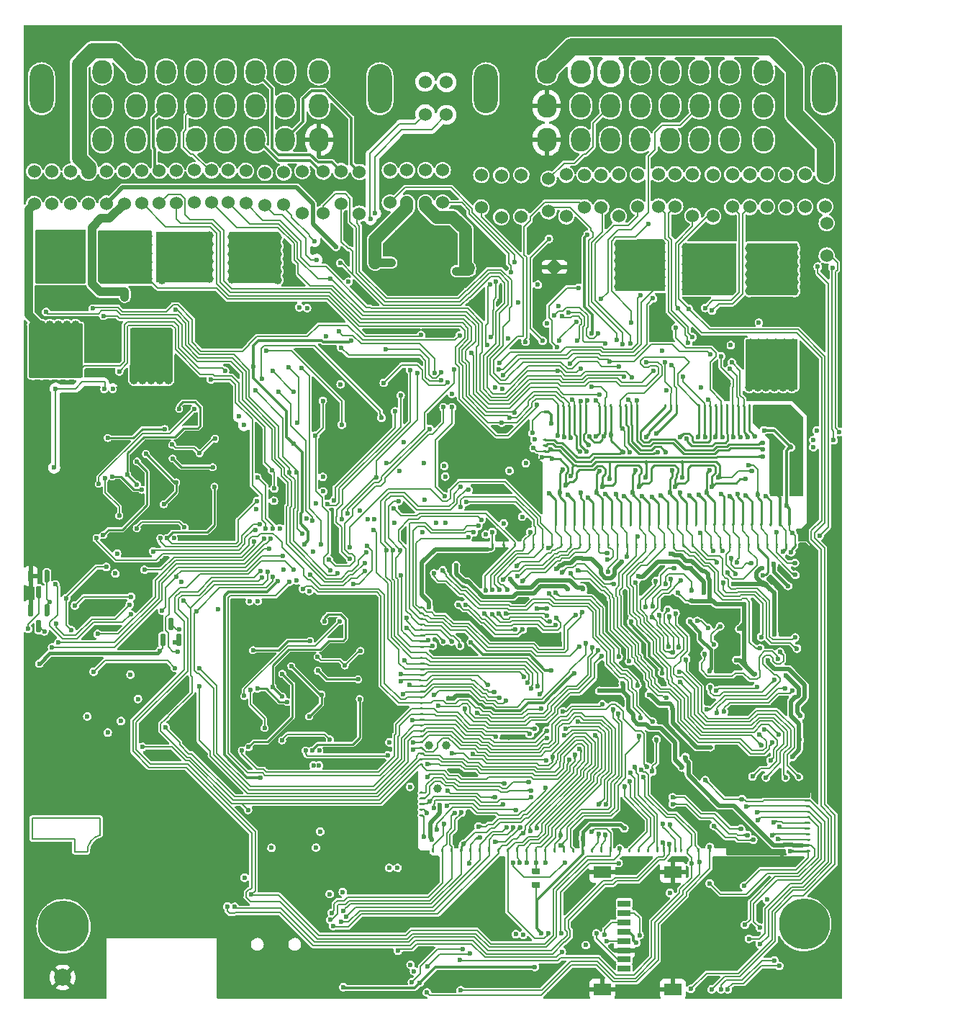
<source format=gbl>
G75*
G70*
%OFA0B0*%
%FSLAX25Y25*%
%IPPOS*%
%LPD*%
%AMOC8*
5,1,8,0,0,1.08239X$1,22.5*
%
%AMM212*
21,1,0.009840,0.009840,-0.000000,-0.000000,270.000000*
21,1,0.000000,0.019680,-0.000000,-0.000000,270.000000*
1,1,0.009840,-0.004920,-0.000000*
1,1,0.009840,-0.004920,-0.000000*
1,1,0.009840,0.004920,-0.000000*
1,1,0.009840,0.004920,-0.000000*
%
%AMM213*
21,1,0.009840,0.009840,-0.000000,-0.000000,180.000000*
21,1,0.000000,0.019680,-0.000000,-0.000000,180.000000*
1,1,0.009840,-0.000000,0.004920*
1,1,0.009840,-0.000000,0.004920*
1,1,0.009840,-0.000000,-0.004920*
1,1,0.009840,-0.000000,-0.004920*
%
%AMM303*
21,1,0.007870,1.133860,-0.000000,-0.000000,0.000000*
21,1,0.000000,1.141730,-0.000000,-0.000000,0.000000*
1,1,0.007870,-0.000000,-0.566930*
1,1,0.007870,-0.000000,-0.566930*
1,1,0.007870,-0.000000,0.566930*
1,1,0.007870,-0.000000,0.566930*
%
%AMM304*
21,1,0.009840,0.009840,-0.000000,-0.000000,90.000000*
21,1,0.000000,0.019680,-0.000000,-0.000000,90.000000*
1,1,0.009840,0.004920,-0.000000*
1,1,0.009840,0.004920,-0.000000*
1,1,0.009840,-0.004920,-0.000000*
1,1,0.009840,-0.004920,-0.000000*
%
%ADD107C,0.01968*%
%ADD11C,0.02362*%
%ADD15C,0.06000*%
%ADD16C,0.23622*%
%ADD17C,0.07874*%
%ADD19O,0.11024X0.22835*%
%ADD20O,0.09055X0.11024*%
%ADD217C,0.03900*%
%ADD363M212*%
%ADD364M213*%
%ADD40R,0.00984X0.71654*%
%ADD41R,0.25591X0.00984*%
%ADD42R,0.25394X0.00984*%
%ADD43R,0.04921X0.00984*%
%ADD44R,0.53740X0.00984*%
%ADD45R,0.01378X0.00984*%
%ADD458M303*%
%ADD459M304*%
%ADD55C,0.03937*%
%ADD56C,0.05906*%
%ADD57C,0.00787*%
%ADD58C,0.01575*%
%ADD59C,0.01969*%
%ADD60C,0.01181*%
%ADD61C,0.00800*%
%ADD64C,0.07087*%
%ADD74C,0.00984*%
%ADD82R,0.07874X0.02362*%
%ADD83R,0.05906X0.03150*%
%ADD84R,0.07874X0.05709*%
X0000000Y0000000D02*
%LPD*%
G01*
D57*
X0004361Y0084076D02*
X0035857Y0084076D01*
X0024046Y0068328D02*
X0024046Y0074234D01*
X0024046Y0074234D02*
X0004361Y0074234D01*
X0035857Y0084076D02*
X0035857Y0076202D01*
X0024046Y0068328D02*
X0029952Y0068328D01*
X0004361Y0074234D02*
X0004361Y0084076D01*
X0035857Y0076202D02*
G75*
G03*
X0029952Y0068328I0001885J-007565D01*
G01*
D82*
X0246260Y0339134D03*
D11*
X0249016Y0339134D03*
X0243504Y0339134D03*
G36*
G01*
X0069213Y0171024D02*
X0068031Y0171024D01*
G75*
G02*
X0067441Y0171614I0000000J0000591D01*
G01*
X0067441Y0176240D01*
G75*
G02*
X0068031Y0176831I0000591J0000000D01*
G01*
X0069213Y0176831D01*
G75*
G02*
X0069803Y0176240I0000000J-000591D01*
G01*
X0069803Y0171614D01*
G75*
G02*
X0069213Y0171024I-000591J0000000D01*
G01*
G37*
G36*
G01*
X0065472Y0163642D02*
X0064291Y0163642D01*
G75*
G02*
X0063701Y0164232I0000000J0000591D01*
G01*
X0063701Y0168858D01*
G75*
G02*
X0064291Y0169449I0000591J0000000D01*
G01*
X0065472Y0169449D01*
G75*
G02*
X0066063Y0168858I0000000J-000591D01*
G01*
X0066063Y0164232D01*
G75*
G02*
X0065472Y0163642I-000591J0000000D01*
G01*
G37*
G36*
G01*
X0072953Y0163642D02*
X0071772Y0163642D01*
G75*
G02*
X0071181Y0164232I0000000J0000591D01*
G01*
X0071181Y0168858D01*
G75*
G02*
X0071772Y0169449I0000591J0000000D01*
G01*
X0072953Y0169449D01*
G75*
G02*
X0073543Y0168858I0000000J-000591D01*
G01*
X0073543Y0164232D01*
G75*
G02*
X0072953Y0163642I-000591J0000000D01*
G01*
G37*
G36*
G01*
X0006850Y0191535D02*
X0008031Y0191535D01*
G75*
G02*
X0008622Y0190945I0000000J-000591D01*
G01*
X0008622Y0186319D01*
G75*
G02*
X0008031Y0185728I-000591J0000000D01*
G01*
X0006850Y0185728D01*
G75*
G02*
X0006260Y0186319I0000000J0000591D01*
G01*
X0006260Y0190945D01*
G75*
G02*
X0006850Y0191535I0000591J0000000D01*
G01*
G37*
G36*
G01*
X0010591Y0198917D02*
X0011772Y0198917D01*
G75*
G02*
X0012362Y0198327I0000000J-000591D01*
G01*
X0012362Y0193701D01*
G75*
G02*
X0011772Y0193110I-000591J0000000D01*
G01*
X0010591Y0193110D01*
G75*
G02*
X0010000Y0193701I0000000J0000591D01*
G01*
X0010000Y0198327D01*
G75*
G02*
X0010591Y0198917I0000591J0000000D01*
G01*
G37*
G36*
G01*
X0003110Y0198917D02*
X0004291Y0198917D01*
G75*
G02*
X0004882Y0198327I0000000J-000591D01*
G01*
X0004882Y0193701D01*
G75*
G02*
X0004291Y0193110I-000591J0000000D01*
G01*
X0003110Y0193110D01*
G75*
G02*
X0002520Y0193701I0000000J0000591D01*
G01*
X0002520Y0198327D01*
G75*
G02*
X0003110Y0198917I0000591J0000000D01*
G01*
G37*
G36*
G01*
X0006850Y0175787D02*
X0008031Y0175787D01*
G75*
G02*
X0008622Y0175197I0000000J-000591D01*
G01*
X0008622Y0170571D01*
G75*
G02*
X0008031Y0169980I-000591J0000000D01*
G01*
X0006850Y0169980D01*
G75*
G02*
X0006260Y0170571I0000000J0000591D01*
G01*
X0006260Y0175197D01*
G75*
G02*
X0006850Y0175787I0000591J0000000D01*
G01*
G37*
G36*
G01*
X0010591Y0183169D02*
X0011772Y0183169D01*
G75*
G02*
X0012362Y0182579I0000000J-000591D01*
G01*
X0012362Y0177953D01*
G75*
G02*
X0011772Y0177362I-000591J0000000D01*
G01*
X0010591Y0177362D01*
G75*
G02*
X0010000Y0177953I0000000J0000591D01*
G01*
X0010000Y0182579D01*
G75*
G02*
X0010591Y0183169I0000591J0000000D01*
G01*
G37*
G36*
G01*
X0003110Y0183169D02*
X0004291Y0183169D01*
G75*
G02*
X0004882Y0182579I0000000J-000591D01*
G01*
X0004882Y0177953D01*
G75*
G02*
X0004291Y0177362I-000591J0000000D01*
G01*
X0003110Y0177362D01*
G75*
G02*
X0002520Y0177953I0000000J0000591D01*
G01*
X0002520Y0182579D01*
G75*
G02*
X0003110Y0183169I0000591J0000000D01*
G01*
G37*
D11*
X0334232Y0045177D03*
X0341456Y0043504D03*
X0333385Y0041339D03*
X0334232Y0037894D03*
X0334527Y0034547D03*
X0341456Y0033268D03*
X0336299Y0028150D03*
X0341456Y0025591D03*
X0318129Y0053839D03*
X0334173Y0052657D03*
D15*
X0302165Y0367106D03*
X0302165Y0382106D03*
D16*
X0018909Y0033933D03*
D15*
X0177953Y0383878D03*
X0177953Y0368878D03*
X0294488Y0367106D03*
X0294488Y0382106D03*
X0095276Y0368878D03*
X0095276Y0383878D03*
X0251772Y0381890D03*
X0251772Y0362598D03*
X0372362Y0344429D03*
X0372362Y0359429D03*
G36*
G01*
X0241339Y0251758D02*
X0242323Y0251758D01*
G75*
G02*
X0242815Y0251266I0000000J-000492D01*
G01*
X0242815Y0251266D01*
G75*
G02*
X0242323Y0250774I-000492J0000000D01*
G01*
X0241339Y0250774D01*
G75*
G02*
X0240846Y0251266I0000000J0000492D01*
G01*
X0240846Y0251266D01*
G75*
G02*
X0241339Y0251758I0000492J0000000D01*
G01*
G37*
G36*
G01*
X0241339Y0254356D02*
X0242323Y0254356D01*
G75*
G02*
X0242815Y0253864I0000000J-000492D01*
G01*
X0242815Y0253864D01*
G75*
G02*
X0242323Y0253372I-000492J0000000D01*
G01*
X0241339Y0253372D01*
G75*
G02*
X0240846Y0253864I0000000J0000492D01*
G01*
X0240846Y0253864D01*
G75*
G02*
X0241339Y0254356I0000492J0000000D01*
G01*
G37*
G36*
G01*
X0241339Y0256955D02*
X0242323Y0256955D01*
G75*
G02*
X0242815Y0256463I0000000J-000492D01*
G01*
X0242815Y0256463D01*
G75*
G02*
X0242323Y0255970I-000492J0000000D01*
G01*
X0241339Y0255970D01*
G75*
G02*
X0240846Y0256463I0000000J0000492D01*
G01*
X0240846Y0256463D01*
G75*
G02*
X0241339Y0256955I0000492J0000000D01*
G01*
G37*
G36*
G01*
X0241339Y0259553D02*
X0242323Y0259553D01*
G75*
G02*
X0242815Y0259061I0000000J-000492D01*
G01*
X0242815Y0259061D01*
G75*
G02*
X0242323Y0258569I-000492J0000000D01*
G01*
X0241339Y0258569D01*
G75*
G02*
X0240846Y0259061I0000000J0000492D01*
G01*
X0240846Y0259061D01*
G75*
G02*
X0241339Y0259553I0000492J0000000D01*
G01*
G37*
G36*
G01*
X0241339Y0272545D02*
X0242323Y0272545D01*
G75*
G02*
X0242815Y0272053I0000000J-000492D01*
G01*
X0242815Y0272053D01*
G75*
G02*
X0242323Y0271561I-000492J0000000D01*
G01*
X0241339Y0271561D01*
G75*
G02*
X0240846Y0272053I0000000J0000492D01*
G01*
X0240846Y0272053D01*
G75*
G02*
X0241339Y0272545I0000492J0000000D01*
G01*
G37*
G36*
G01*
X0354606Y0219400D02*
X0354606Y0220385D01*
G75*
G02*
X0355098Y0220877I0000492J0000000D01*
G01*
X0355098Y0220877D01*
G75*
G02*
X0355591Y0220385I0000000J-000492D01*
G01*
X0355591Y0219400D01*
G75*
G02*
X0355098Y0218908I-000492J0000000D01*
G01*
X0355098Y0218908D01*
G75*
G02*
X0354606Y0219400I0000000J0000492D01*
G01*
G37*
G36*
G01*
X0351260Y0220385D02*
X0351260Y0219400D01*
G75*
G02*
X0350768Y0218908I-000492J0000000D01*
G01*
X0350768Y0218908D01*
G75*
G02*
X0350276Y0219400I0000000J0000492D01*
G01*
X0350276Y0220385D01*
G75*
G02*
X0350768Y0220877I0000492J0000000D01*
G01*
X0350768Y0220877D01*
G75*
G02*
X0351260Y0220385I0000000J-000492D01*
G01*
G37*
G36*
G01*
X0346929Y0220385D02*
X0346929Y0219400D01*
G75*
G02*
X0346437Y0218908I-000492J0000000D01*
G01*
X0346437Y0218908D01*
G75*
G02*
X0345945Y0219400I0000000J0000492D01*
G01*
X0345945Y0220385D01*
G75*
G02*
X0346437Y0220877I0000492J0000000D01*
G01*
X0346437Y0220877D01*
G75*
G02*
X0346929Y0220385I0000000J-000492D01*
G01*
G37*
G36*
G01*
X0342598Y0220385D02*
X0342598Y0219400D01*
G75*
G02*
X0342106Y0218908I-000492J0000000D01*
G01*
X0342106Y0218908D01*
G75*
G02*
X0341614Y0219400I0000000J0000492D01*
G01*
X0341614Y0220385D01*
G75*
G02*
X0342106Y0220877I0000492J0000000D01*
G01*
X0342106Y0220877D01*
G75*
G02*
X0342598Y0220385I0000000J-000492D01*
G01*
G37*
G36*
G01*
X0338268Y0220385D02*
X0338268Y0219400D01*
G75*
G02*
X0337776Y0218908I-000492J0000000D01*
G01*
X0337776Y0218908D01*
G75*
G02*
X0337283Y0219400I0000000J0000492D01*
G01*
X0337283Y0220385D01*
G75*
G02*
X0337776Y0220877I0000492J0000000D01*
G01*
X0337776Y0220877D01*
G75*
G02*
X0338268Y0220385I0000000J-000492D01*
G01*
G37*
G36*
G01*
X0333937Y0220385D02*
X0333937Y0219400D01*
G75*
G02*
X0333445Y0218908I-000492J0000000D01*
G01*
X0333445Y0218908D01*
G75*
G02*
X0332953Y0219400I0000000J0000492D01*
G01*
X0332953Y0220385D01*
G75*
G02*
X0333445Y0220877I0000492J0000000D01*
G01*
X0333445Y0220877D01*
G75*
G02*
X0333937Y0220385I0000000J-000492D01*
G01*
G37*
G36*
G01*
X0329606Y0220385D02*
X0329606Y0219400D01*
G75*
G02*
X0329114Y0218908I-000492J0000000D01*
G01*
X0329114Y0218908D01*
G75*
G02*
X0328622Y0219400I0000000J0000492D01*
G01*
X0328622Y0220385D01*
G75*
G02*
X0329114Y0220877I0000492J0000000D01*
G01*
X0329114Y0220877D01*
G75*
G02*
X0329606Y0220385I0000000J-000492D01*
G01*
G37*
G36*
G01*
X0325276Y0220385D02*
X0325276Y0219400D01*
G75*
G02*
X0324783Y0218908I-000492J0000000D01*
G01*
X0324783Y0218908D01*
G75*
G02*
X0324291Y0219400I0000000J0000492D01*
G01*
X0324291Y0220385D01*
G75*
G02*
X0324783Y0220877I0000492J0000000D01*
G01*
X0324783Y0220877D01*
G75*
G02*
X0325276Y0220385I0000000J-000492D01*
G01*
G37*
G36*
G01*
X0320945Y0220385D02*
X0320945Y0219400D01*
G75*
G02*
X0320453Y0218908I-000492J0000000D01*
G01*
X0320453Y0218908D01*
G75*
G02*
X0319961Y0219400I0000000J0000492D01*
G01*
X0319961Y0220385D01*
G75*
G02*
X0320453Y0220877I0000492J0000000D01*
G01*
X0320453Y0220877D01*
G75*
G02*
X0320945Y0220385I0000000J-000492D01*
G01*
G37*
G36*
G01*
X0316614Y0220385D02*
X0316614Y0219400D01*
G75*
G02*
X0316122Y0218908I-000492J0000000D01*
G01*
X0316122Y0218908D01*
G75*
G02*
X0315630Y0219400I0000000J0000492D01*
G01*
X0315630Y0220385D01*
G75*
G02*
X0316122Y0220877I0000492J0000000D01*
G01*
X0316122Y0220877D01*
G75*
G02*
X0316614Y0220385I0000000J-000492D01*
G01*
G37*
G36*
G01*
X0312284Y0220385D02*
X0312284Y0219400D01*
G75*
G02*
X0311791Y0218908I-000492J0000000D01*
G01*
X0311791Y0218908D01*
G75*
G02*
X0311299Y0219400I0000000J0000492D01*
G01*
X0311299Y0220385D01*
G75*
G02*
X0311791Y0220877I0000492J0000000D01*
G01*
X0311791Y0220877D01*
G75*
G02*
X0312284Y0220385I0000000J-000492D01*
G01*
G37*
G36*
G01*
X0307953Y0220385D02*
X0307953Y0219400D01*
G75*
G02*
X0307461Y0218908I-000492J0000000D01*
G01*
X0307461Y0218908D01*
G75*
G02*
X0306969Y0219400I0000000J0000492D01*
G01*
X0306969Y0220385D01*
G75*
G02*
X0307461Y0220877I0000492J0000000D01*
G01*
X0307461Y0220877D01*
G75*
G02*
X0307953Y0220385I0000000J-000492D01*
G01*
G37*
G36*
G01*
X0303622Y0220385D02*
X0303622Y0219400D01*
G75*
G02*
X0303130Y0218908I-000492J0000000D01*
G01*
X0303130Y0218908D01*
G75*
G02*
X0302638Y0219400I0000000J0000492D01*
G01*
X0302638Y0220385D01*
G75*
G02*
X0303130Y0220877I0000492J0000000D01*
G01*
X0303130Y0220877D01*
G75*
G02*
X0303622Y0220385I0000000J-000492D01*
G01*
G37*
G36*
G01*
X0299291Y0220385D02*
X0299291Y0219400D01*
G75*
G02*
X0298799Y0218908I-000492J0000000D01*
G01*
X0298799Y0218908D01*
G75*
G02*
X0298307Y0219400I0000000J0000492D01*
G01*
X0298307Y0220385D01*
G75*
G02*
X0298799Y0220877I0000492J0000000D01*
G01*
X0298799Y0220877D01*
G75*
G02*
X0299291Y0220385I0000000J-000492D01*
G01*
G37*
G36*
G01*
X0294961Y0220385D02*
X0294961Y0219400D01*
G75*
G02*
X0294469Y0218908I-000492J0000000D01*
G01*
X0294469Y0218908D01*
G75*
G02*
X0293976Y0219400I0000000J0000492D01*
G01*
X0293976Y0220385D01*
G75*
G02*
X0294469Y0220877I0000492J0000000D01*
G01*
X0294469Y0220877D01*
G75*
G02*
X0294961Y0220385I0000000J-000492D01*
G01*
G37*
G36*
G01*
X0290630Y0220385D02*
X0290630Y0219400D01*
G75*
G02*
X0290138Y0218908I-000492J0000000D01*
G01*
X0290138Y0218908D01*
G75*
G02*
X0289646Y0219400I0000000J0000492D01*
G01*
X0289646Y0220385D01*
G75*
G02*
X0290138Y0220877I0000492J0000000D01*
G01*
X0290138Y0220877D01*
G75*
G02*
X0290630Y0220385I0000000J-000492D01*
G01*
G37*
G36*
G01*
X0286299Y0220385D02*
X0286299Y0219400D01*
G75*
G02*
X0285807Y0218908I-000492J0000000D01*
G01*
X0285807Y0218908D01*
G75*
G02*
X0285315Y0219400I0000000J0000492D01*
G01*
X0285315Y0220385D01*
G75*
G02*
X0285807Y0220877I0000492J0000000D01*
G01*
X0285807Y0220877D01*
G75*
G02*
X0286299Y0220385I0000000J-000492D01*
G01*
G37*
G36*
G01*
X0281969Y0220385D02*
X0281969Y0219400D01*
G75*
G02*
X0281476Y0218908I-000492J0000000D01*
G01*
X0281476Y0218908D01*
G75*
G02*
X0280984Y0219400I0000000J0000492D01*
G01*
X0280984Y0220385D01*
G75*
G02*
X0281476Y0220877I0000492J0000000D01*
G01*
X0281476Y0220877D01*
G75*
G02*
X0281969Y0220385I0000000J-000492D01*
G01*
G37*
G36*
G01*
X0277638Y0220385D02*
X0277638Y0219400D01*
G75*
G02*
X0277146Y0218908I-000492J0000000D01*
G01*
X0277146Y0218908D01*
G75*
G02*
X0276654Y0219400I0000000J0000492D01*
G01*
X0276654Y0220385D01*
G75*
G02*
X0277146Y0220877I0000492J0000000D01*
G01*
X0277146Y0220877D01*
G75*
G02*
X0277638Y0220385I0000000J-000492D01*
G01*
G37*
G36*
G01*
X0273307Y0220385D02*
X0273307Y0219400D01*
G75*
G02*
X0272815Y0218908I-000492J0000000D01*
G01*
X0272815Y0218908D01*
G75*
G02*
X0272323Y0219400I0000000J0000492D01*
G01*
X0272323Y0220385D01*
G75*
G02*
X0272815Y0220877I0000492J0000000D01*
G01*
X0272815Y0220877D01*
G75*
G02*
X0273307Y0220385I0000000J-000492D01*
G01*
G37*
G36*
G01*
X0268977Y0220385D02*
X0268977Y0219400D01*
G75*
G02*
X0268484Y0218908I-000492J0000000D01*
G01*
X0268484Y0218908D01*
G75*
G02*
X0267992Y0219400I0000000J0000492D01*
G01*
X0267992Y0220385D01*
G75*
G02*
X0268484Y0220877I0000492J0000000D01*
G01*
X0268484Y0220877D01*
G75*
G02*
X0268977Y0220385I0000000J-000492D01*
G01*
G37*
G36*
G01*
X0264646Y0220385D02*
X0264646Y0219400D01*
G75*
G02*
X0264154Y0218908I-000492J0000000D01*
G01*
X0264154Y0218908D01*
G75*
G02*
X0263662Y0219400I0000000J0000492D01*
G01*
X0263662Y0220385D01*
G75*
G02*
X0264154Y0220877I0000492J0000000D01*
G01*
X0264154Y0220877D01*
G75*
G02*
X0264646Y0220385I0000000J-000492D01*
G01*
G37*
G36*
G01*
X0260315Y0220385D02*
X0260315Y0219400D01*
G75*
G02*
X0259823Y0218908I-000492J0000000D01*
G01*
X0259823Y0218908D01*
G75*
G02*
X0259331Y0219400I0000000J0000492D01*
G01*
X0259331Y0220385D01*
G75*
G02*
X0259823Y0220877I0000492J0000000D01*
G01*
X0259823Y0220877D01*
G75*
G02*
X0260315Y0220385I0000000J-000492D01*
G01*
G37*
G36*
G01*
X0255984Y0220385D02*
X0255984Y0219400D01*
G75*
G02*
X0255492Y0218908I-000492J0000000D01*
G01*
X0255492Y0218908D01*
G75*
G02*
X0255000Y0219400I0000000J0000492D01*
G01*
X0255000Y0220385D01*
G75*
G02*
X0255492Y0220877I0000492J0000000D01*
G01*
X0255492Y0220877D01*
G75*
G02*
X0255984Y0220385I0000000J-000492D01*
G01*
G37*
G36*
G01*
X0251654Y0220385D02*
X0251654Y0219400D01*
G75*
G02*
X0251162Y0218908I-000492J0000000D01*
G01*
X0251162Y0218908D01*
G75*
G02*
X0250669Y0219400I0000000J0000492D01*
G01*
X0250669Y0220385D01*
G75*
G02*
X0251162Y0220877I0000492J0000000D01*
G01*
X0251162Y0220877D01*
G75*
G02*
X0251654Y0220385I0000000J-000492D01*
G01*
G37*
G36*
G01*
X0247323Y0220385D02*
X0247323Y0219400D01*
G75*
G02*
X0246831Y0218908I-000492J0000000D01*
G01*
X0246831Y0218908D01*
G75*
G02*
X0246339Y0219400I0000000J0000492D01*
G01*
X0246339Y0220385D01*
G75*
G02*
X0246831Y0220877I0000492J0000000D01*
G01*
X0246831Y0220877D01*
G75*
G02*
X0247323Y0220385I0000000J-000492D01*
G01*
G37*
G36*
G01*
X0248311Y0275353D02*
X0248311Y0274369D01*
G75*
G02*
X0247819Y0273877I-000492J0000000D01*
G01*
X0247819Y0273877D01*
G75*
G02*
X0247327Y0274369I0000000J0000492D01*
G01*
X0247327Y0275353D01*
G75*
G02*
X0247819Y0275845I0000492J0000000D01*
G01*
X0247819Y0275845D01*
G75*
G02*
X0248311Y0275353I0000000J-000492D01*
G01*
G37*
G36*
G01*
X0250909Y0275353D02*
X0250909Y0274369D01*
G75*
G02*
X0250417Y0273877I-000492J0000000D01*
G01*
X0250417Y0273877D01*
G75*
G02*
X0249925Y0274369I0000000J0000492D01*
G01*
X0249925Y0275353D01*
G75*
G02*
X0250417Y0275845I0000492J0000000D01*
G01*
X0250417Y0275845D01*
G75*
G02*
X0250909Y0275353I0000000J-000492D01*
G01*
G37*
G36*
G01*
X0253508Y0275353D02*
X0253508Y0274369D01*
G75*
G02*
X0253016Y0273877I-000492J0000000D01*
G01*
X0253016Y0273877D01*
G75*
G02*
X0252524Y0274369I0000000J0000492D01*
G01*
X0252524Y0275353D01*
G75*
G02*
X0253016Y0275845I0000492J0000000D01*
G01*
X0253016Y0275845D01*
G75*
G02*
X0253508Y0275353I0000000J-000492D01*
G01*
G37*
G36*
G01*
X0256106Y0275353D02*
X0256106Y0274369D01*
G75*
G02*
X0255614Y0273877I-000492J0000000D01*
G01*
X0255614Y0273877D01*
G75*
G02*
X0255122Y0274369I0000000J0000492D01*
G01*
X0255122Y0275353D01*
G75*
G02*
X0255614Y0275845I0000492J0000000D01*
G01*
X0255614Y0275845D01*
G75*
G02*
X0256106Y0275353I0000000J-000492D01*
G01*
G37*
G36*
G01*
X0258705Y0275353D02*
X0258705Y0274369D01*
G75*
G02*
X0258213Y0273877I-000492J0000000D01*
G01*
X0258213Y0273877D01*
G75*
G02*
X0257720Y0274369I0000000J0000492D01*
G01*
X0257720Y0275353D01*
G75*
G02*
X0258213Y0275845I0000492J0000000D01*
G01*
X0258213Y0275845D01*
G75*
G02*
X0258705Y0275353I0000000J-000492D01*
G01*
G37*
G36*
G01*
X0261303Y0275353D02*
X0261303Y0274369D01*
G75*
G02*
X0260811Y0273877I-000492J0000000D01*
G01*
X0260811Y0273877D01*
G75*
G02*
X0260319Y0274369I0000000J0000492D01*
G01*
X0260319Y0275353D01*
G75*
G02*
X0260811Y0275845I0000492J0000000D01*
G01*
X0260811Y0275845D01*
G75*
G02*
X0261303Y0275353I0000000J-000492D01*
G01*
G37*
G36*
G01*
X0267606Y0275353D02*
X0267606Y0274369D01*
G75*
G02*
X0267114Y0273877I-000492J0000000D01*
G01*
X0267114Y0273877D01*
G75*
G02*
X0266622Y0274369I0000000J0000492D01*
G01*
X0266622Y0275353D01*
G75*
G02*
X0267114Y0275845I0000492J0000000D01*
G01*
X0267114Y0275845D01*
G75*
G02*
X0267606Y0275353I0000000J-000492D01*
G01*
G37*
G36*
G01*
X0270205Y0275353D02*
X0270205Y0274369D01*
G75*
G02*
X0269713Y0273877I-000492J0000000D01*
G01*
X0269713Y0273877D01*
G75*
G02*
X0269220Y0274369I0000000J0000492D01*
G01*
X0269220Y0275353D01*
G75*
G02*
X0269713Y0275845I0000492J0000000D01*
G01*
X0269713Y0275845D01*
G75*
G02*
X0270205Y0275353I0000000J-000492D01*
G01*
G37*
G36*
G01*
X0272803Y0275353D02*
X0272803Y0274369D01*
G75*
G02*
X0272311Y0273877I-000492J0000000D01*
G01*
X0272311Y0273877D01*
G75*
G02*
X0271819Y0274369I0000000J0000492D01*
G01*
X0271819Y0275353D01*
G75*
G02*
X0272311Y0275845I0000492J0000000D01*
G01*
X0272311Y0275845D01*
G75*
G02*
X0272803Y0275353I0000000J-000492D01*
G01*
G37*
G36*
G01*
X0277216Y0275353D02*
X0277216Y0274369D01*
G75*
G02*
X0276724Y0273877I-000492J0000000D01*
G01*
X0276724Y0273877D01*
G75*
G02*
X0276232Y0274369I0000000J0000492D01*
G01*
X0276232Y0275353D01*
G75*
G02*
X0276724Y0275845I0000492J0000000D01*
G01*
X0276724Y0275845D01*
G75*
G02*
X0277216Y0275353I0000000J-000492D01*
G01*
G37*
G36*
G01*
X0279815Y0275353D02*
X0279815Y0274369D01*
G75*
G02*
X0279322Y0273877I-000492J0000000D01*
G01*
X0279322Y0273877D01*
G75*
G02*
X0278830Y0274369I0000000J0000492D01*
G01*
X0278830Y0275353D01*
G75*
G02*
X0279322Y0275845I0000492J0000000D01*
G01*
X0279322Y0275845D01*
G75*
G02*
X0279815Y0275353I0000000J-000492D01*
G01*
G37*
G36*
G01*
X0282413Y0275353D02*
X0282413Y0274369D01*
G75*
G02*
X0281921Y0273877I-000492J0000000D01*
G01*
X0281921Y0273877D01*
G75*
G02*
X0281429Y0274369I0000000J0000492D01*
G01*
X0281429Y0275353D01*
G75*
G02*
X0281921Y0275845I0000492J0000000D01*
G01*
X0281921Y0275845D01*
G75*
G02*
X0282413Y0275353I0000000J-000492D01*
G01*
G37*
G36*
G01*
X0285011Y0275353D02*
X0285011Y0274369D01*
G75*
G02*
X0284519Y0273877I-000492J0000000D01*
G01*
X0284519Y0273877D01*
G75*
G02*
X0284027Y0274369I0000000J0000492D01*
G01*
X0284027Y0275353D01*
G75*
G02*
X0284519Y0275845I0000492J0000000D01*
G01*
X0284519Y0275845D01*
G75*
G02*
X0285011Y0275353I0000000J-000492D01*
G01*
G37*
G36*
G01*
X0298106Y0275353D02*
X0298106Y0274369D01*
G75*
G02*
X0297614Y0273877I-000492J0000000D01*
G01*
X0297614Y0273877D01*
G75*
G02*
X0297122Y0274369I0000000J0000492D01*
G01*
X0297122Y0275353D01*
G75*
G02*
X0297614Y0275845I0000492J0000000D01*
G01*
X0297614Y0275845D01*
G75*
G02*
X0298106Y0275353I0000000J-000492D01*
G01*
G37*
G36*
G01*
X0300705Y0275353D02*
X0300705Y0274369D01*
G75*
G02*
X0300213Y0273877I-000492J0000000D01*
G01*
X0300213Y0273877D01*
G75*
G02*
X0299720Y0274369I0000000J0000492D01*
G01*
X0299720Y0275353D01*
G75*
G02*
X0300213Y0275845I0000492J0000000D01*
G01*
X0300213Y0275845D01*
G75*
G02*
X0300705Y0275353I0000000J-000492D01*
G01*
G37*
G36*
G01*
X0303303Y0275353D02*
X0303303Y0274369D01*
G75*
G02*
X0302811Y0273877I-000492J0000000D01*
G01*
X0302811Y0273877D01*
G75*
G02*
X0302319Y0274369I0000000J0000492D01*
G01*
X0302319Y0275353D01*
G75*
G02*
X0302811Y0275845I0000492J0000000D01*
G01*
X0302811Y0275845D01*
G75*
G02*
X0303303Y0275353I0000000J-000492D01*
G01*
G37*
G36*
G01*
X0313720Y0275353D02*
X0313720Y0274369D01*
G75*
G02*
X0313228Y0273877I-000492J0000000D01*
G01*
X0313228Y0273877D01*
G75*
G02*
X0312736Y0274369I0000000J0000492D01*
G01*
X0312736Y0275353D01*
G75*
G02*
X0313228Y0275845I0000492J0000000D01*
G01*
X0313228Y0275845D01*
G75*
G02*
X0313720Y0275353I0000000J-000492D01*
G01*
G37*
G36*
G01*
X0316319Y0275353D02*
X0316319Y0274369D01*
G75*
G02*
X0315827Y0273877I-000492J0000000D01*
G01*
X0315827Y0273877D01*
G75*
G02*
X0315335Y0274369I0000000J0000492D01*
G01*
X0315335Y0275353D01*
G75*
G02*
X0315827Y0275845I0000492J0000000D01*
G01*
X0315827Y0275845D01*
G75*
G02*
X0316319Y0275353I0000000J-000492D01*
G01*
G37*
G36*
G01*
X0318917Y0275353D02*
X0318917Y0274369D01*
G75*
G02*
X0318425Y0273877I-000492J0000000D01*
G01*
X0318425Y0273877D01*
G75*
G02*
X0317933Y0274369I0000000J0000492D01*
G01*
X0317933Y0275353D01*
G75*
G02*
X0318425Y0275845I0000492J0000000D01*
G01*
X0318425Y0275845D01*
G75*
G02*
X0318917Y0275353I0000000J-000492D01*
G01*
G37*
G36*
G01*
X0321516Y0275353D02*
X0321516Y0274369D01*
G75*
G02*
X0321024Y0273877I-000492J0000000D01*
G01*
X0321024Y0273877D01*
G75*
G02*
X0320531Y0274369I0000000J0000492D01*
G01*
X0320531Y0275353D01*
G75*
G02*
X0321024Y0275845I0000492J0000000D01*
G01*
X0321024Y0275845D01*
G75*
G02*
X0321516Y0275353I0000000J-000492D01*
G01*
G37*
G36*
G01*
X0324114Y0275353D02*
X0324114Y0274369D01*
G75*
G02*
X0323622Y0273877I-000492J0000000D01*
G01*
X0323622Y0273877D01*
G75*
G02*
X0323130Y0274369I0000000J0000492D01*
G01*
X0323130Y0275353D01*
G75*
G02*
X0323622Y0275845I0000492J0000000D01*
G01*
X0323622Y0275845D01*
G75*
G02*
X0324114Y0275353I0000000J-000492D01*
G01*
G37*
G36*
G01*
X0326713Y0275353D02*
X0326713Y0274369D01*
G75*
G02*
X0326220Y0273877I-000492J0000000D01*
G01*
X0326220Y0273877D01*
G75*
G02*
X0325728Y0274369I0000000J0000492D01*
G01*
X0325728Y0275353D01*
G75*
G02*
X0326220Y0275845I0000492J0000000D01*
G01*
X0326220Y0275845D01*
G75*
G02*
X0326713Y0275353I0000000J-000492D01*
G01*
G37*
G36*
G01*
X0329311Y0275353D02*
X0329311Y0274369D01*
G75*
G02*
X0328819Y0273877I-000492J0000000D01*
G01*
X0328819Y0273877D01*
G75*
G02*
X0328327Y0274369I0000000J0000492D01*
G01*
X0328327Y0275353D01*
G75*
G02*
X0328819Y0275845I0000492J0000000D01*
G01*
X0328819Y0275845D01*
G75*
G02*
X0329311Y0275353I0000000J-000492D01*
G01*
G37*
G36*
G01*
X0331909Y0275353D02*
X0331909Y0274369D01*
G75*
G02*
X0331417Y0273877I-000492J0000000D01*
G01*
X0331417Y0273877D01*
G75*
G02*
X0330925Y0274369I0000000J0000492D01*
G01*
X0330925Y0275353D01*
G75*
G02*
X0331417Y0275845I0000492J0000000D01*
G01*
X0331417Y0275845D01*
G75*
G02*
X0331909Y0275353I0000000J-000492D01*
G01*
G37*
G36*
G01*
X0334508Y0275353D02*
X0334508Y0274369D01*
G75*
G02*
X0334016Y0273877I-000492J0000000D01*
G01*
X0334016Y0273877D01*
G75*
G02*
X0333524Y0274369I0000000J0000492D01*
G01*
X0333524Y0275353D01*
G75*
G02*
X0334016Y0275845I0000492J0000000D01*
G01*
X0334016Y0275845D01*
G75*
G02*
X0334508Y0275353I0000000J-000492D01*
G01*
G37*
G36*
G01*
X0337106Y0275353D02*
X0337106Y0274369D01*
G75*
G02*
X0336614Y0273877I-000492J0000000D01*
G01*
X0336614Y0273877D01*
G75*
G02*
X0336122Y0274369I0000000J0000492D01*
G01*
X0336122Y0275353D01*
G75*
G02*
X0336614Y0275845I0000492J0000000D01*
G01*
X0336614Y0275845D01*
G75*
G02*
X0337106Y0275353I0000000J-000492D01*
G01*
G37*
D19*
X0165354Y0421654D03*
X0008661Y0421654D03*
D20*
X0036811Y0398031D03*
X0052559Y0398031D03*
X0066339Y0398031D03*
X0080118Y0398031D03*
X0093898Y0398031D03*
X0107677Y0398031D03*
X0121457Y0398031D03*
X0137205Y0398031D03*
X0036811Y0413780D03*
X0052559Y0413780D03*
X0066339Y0413780D03*
X0080118Y0413780D03*
X0093898Y0413780D03*
X0107677Y0413780D03*
X0121457Y0413780D03*
X0137205Y0413780D03*
X0036811Y0429528D03*
X0052559Y0429528D03*
X0066339Y0429528D03*
X0080118Y0429528D03*
X0093898Y0429528D03*
X0107677Y0429528D03*
X0121457Y0429528D03*
X0137205Y0429528D03*
D15*
X0186417Y0409823D03*
X0186417Y0424823D03*
X0362402Y0366909D03*
X0362402Y0381909D03*
X0170079Y0368878D03*
X0170079Y0383878D03*
X0013583Y0368353D03*
X0013583Y0383353D03*
X0267913Y0366713D03*
X0267913Y0381713D03*
X0087402Y0368878D03*
X0087402Y0383878D03*
X0284843Y0366909D03*
X0284843Y0381909D03*
X0047047Y0368484D03*
X0047047Y0383484D03*
D11*
X0203740Y0023327D03*
X0207185Y0021260D03*
X0202559Y0018307D03*
X0202854Y0004331D03*
X0109992Y0102693D03*
X0115208Y0070311D03*
X0135809Y0070380D03*
X0137748Y0077791D03*
X0142177Y0048854D03*
X0101476Y0115354D03*
X0131004Y0115354D03*
X0134154Y0115354D03*
X0137303Y0115354D03*
D43*
X0100591Y0185236D03*
D45*
X0098819Y0114567D03*
D42*
X0151969Y0114567D03*
D40*
X0098622Y0149902D03*
D41*
X0116240Y0114567D03*
D44*
X0137795Y0185236D03*
D40*
X0164173Y0149902D03*
D11*
X0108957Y0184350D03*
X0105020Y0184350D03*
D15*
X0260236Y0366713D03*
X0260236Y0381713D03*
X0112205Y0367697D03*
X0112205Y0382697D03*
X0038780Y0368484D03*
X0038780Y0383484D03*
X0129528Y0383464D03*
X0129528Y0364173D03*
X0005305Y0368353D03*
X0005305Y0383353D03*
X0055118Y0368681D03*
X0055118Y0383681D03*
X0212402Y0366713D03*
X0212402Y0381713D03*
X0103346Y0368681D03*
X0103346Y0383681D03*
X0319669Y0381870D03*
X0319669Y0362579D03*
X0353543Y0381713D03*
X0353543Y0366713D03*
X0063189Y0368681D03*
X0063189Y0383681D03*
X0275984Y0381890D03*
X0275984Y0362598D03*
X0022047Y0368287D03*
X0022047Y0383287D03*
X0120866Y0367894D03*
X0120866Y0382894D03*
D16*
X0362000Y0034933D03*
D15*
X0071063Y0368681D03*
X0071063Y0383681D03*
X0079528Y0368878D03*
X0079528Y0383878D03*
X0155906Y0383071D03*
X0155906Y0363779D03*
X0147441Y0368484D03*
X0147441Y0383484D03*
X0186614Y0368878D03*
X0186614Y0383878D03*
G36*
G01*
X0184096Y0085841D02*
X0185081Y0085841D01*
G75*
G02*
X0185573Y0085349I0000000J-000492D01*
G01*
X0185573Y0085349D01*
G75*
G02*
X0185081Y0084857I-000492J0000000D01*
G01*
X0184096Y0084857D01*
G75*
G02*
X0183604Y0085349I0000000J0000492D01*
G01*
X0183604Y0085349D01*
G75*
G02*
X0184096Y0085841I0000492J0000000D01*
G01*
G37*
G36*
G01*
X0185081Y0087455D02*
X0184096Y0087455D01*
G75*
G02*
X0183604Y0087947I0000000J0000492D01*
G01*
X0183604Y0087947D01*
G75*
G02*
X0184096Y0088439I0000492J0000000D01*
G01*
X0185081Y0088439D01*
G75*
G02*
X0185573Y0087947I0000000J-000492D01*
G01*
X0185573Y0087947D01*
G75*
G02*
X0185081Y0087455I-000492J0000000D01*
G01*
G37*
G36*
G01*
X0185081Y0090054D02*
X0184096Y0090054D01*
G75*
G02*
X0183604Y0090546I0000000J0000492D01*
G01*
X0183604Y0090546D01*
G75*
G02*
X0184096Y0091038I0000492J0000000D01*
G01*
X0185081Y0091038D01*
G75*
G02*
X0185573Y0090546I0000000J-000492D01*
G01*
X0185573Y0090546D01*
G75*
G02*
X0185081Y0090054I-000492J0000000D01*
G01*
G37*
G36*
G01*
X0185081Y0092652D02*
X0184096Y0092652D01*
G75*
G02*
X0183604Y0093144I0000000J0000492D01*
G01*
X0183604Y0093144D01*
G75*
G02*
X0184096Y0093636I0000492J0000000D01*
G01*
X0185081Y0093636D01*
G75*
G02*
X0185573Y0093144I0000000J-000492D01*
G01*
X0185573Y0093144D01*
G75*
G02*
X0185081Y0092652I-000492J0000000D01*
G01*
G37*
G36*
G01*
X0185081Y0095250D02*
X0184096Y0095250D01*
G75*
G02*
X0183604Y0095743I0000000J0000492D01*
G01*
X0183604Y0095743D01*
G75*
G02*
X0184096Y0096235I0000492J0000000D01*
G01*
X0185081Y0096235D01*
G75*
G02*
X0185573Y0095743I0000000J-000492D01*
G01*
X0185573Y0095743D01*
G75*
G02*
X0185081Y0095250I-000492J0000000D01*
G01*
G37*
G36*
G01*
X0185081Y0108243D02*
X0184096Y0108243D01*
G75*
G02*
X0183604Y0108735I0000000J0000492D01*
G01*
X0183604Y0108735D01*
G75*
G02*
X0184096Y0109227I0000492J0000000D01*
G01*
X0185081Y0109227D01*
G75*
G02*
X0185573Y0108735I0000000J-000492D01*
G01*
X0185573Y0108735D01*
G75*
G02*
X0185081Y0108243I-000492J0000000D01*
G01*
G37*
G36*
G01*
X0185081Y0110841D02*
X0184096Y0110841D01*
G75*
G02*
X0183604Y0111333I0000000J0000492D01*
G01*
X0183604Y0111333D01*
G75*
G02*
X0184096Y0111825I0000492J0000000D01*
G01*
X0185081Y0111825D01*
G75*
G02*
X0185573Y0111333I0000000J-000492D01*
G01*
X0185573Y0111333D01*
G75*
G02*
X0185081Y0110841I-000492J0000000D01*
G01*
G37*
G36*
G01*
X0185081Y0113439D02*
X0184096Y0113439D01*
G75*
G02*
X0183604Y0113932I0000000J0000492D01*
G01*
X0183604Y0113932D01*
G75*
G02*
X0184096Y0114424I0000492J0000000D01*
G01*
X0185081Y0114424D01*
G75*
G02*
X0185573Y0113932I0000000J-000492D01*
G01*
X0185573Y0113932D01*
G75*
G02*
X0185081Y0113439I-000492J0000000D01*
G01*
G37*
G36*
G01*
X0185081Y0116038D02*
X0184096Y0116038D01*
G75*
G02*
X0183604Y0116530I0000000J0000492D01*
G01*
X0183604Y0116530D01*
G75*
G02*
X0184096Y0117022I0000492J0000000D01*
G01*
X0185081Y0117022D01*
G75*
G02*
X0185573Y0116530I0000000J-000492D01*
G01*
X0185573Y0116530D01*
G75*
G02*
X0185081Y0116038I-000492J0000000D01*
G01*
G37*
G36*
G01*
X0185081Y0118636D02*
X0184096Y0118636D01*
G75*
G02*
X0183604Y0119128I0000000J0000492D01*
G01*
X0183604Y0119128D01*
G75*
G02*
X0184096Y0119621I0000492J0000000D01*
G01*
X0185081Y0119621D01*
G75*
G02*
X0185573Y0119128I0000000J-000492D01*
G01*
X0185573Y0119128D01*
G75*
G02*
X0185081Y0118636I-000492J0000000D01*
G01*
G37*
G36*
G01*
X0185081Y0121235D02*
X0184096Y0121235D01*
G75*
G02*
X0183604Y0121727I0000000J0000492D01*
G01*
X0183604Y0121727D01*
G75*
G02*
X0184096Y0122219I0000492J0000000D01*
G01*
X0185081Y0122219D01*
G75*
G02*
X0185573Y0121727I0000000J-000492D01*
G01*
X0185573Y0121727D01*
G75*
G02*
X0185081Y0121235I-000492J0000000D01*
G01*
G37*
G36*
G01*
X0185081Y0123833D02*
X0184096Y0123833D01*
G75*
G02*
X0183604Y0124325I0000000J0000492D01*
G01*
X0183604Y0124325D01*
G75*
G02*
X0184096Y0124817I0000492J0000000D01*
G01*
X0185081Y0124817D01*
G75*
G02*
X0185573Y0124325I0000000J-000492D01*
G01*
X0185573Y0124325D01*
G75*
G02*
X0185081Y0123833I-000492J0000000D01*
G01*
G37*
G36*
G01*
X0185081Y0126432D02*
X0184096Y0126432D01*
G75*
G02*
X0183604Y0126924I0000000J0000492D01*
G01*
X0183604Y0126924D01*
G75*
G02*
X0184096Y0127416I0000492J0000000D01*
G01*
X0185081Y0127416D01*
G75*
G02*
X0185573Y0126924I0000000J-000492D01*
G01*
X0185573Y0126924D01*
G75*
G02*
X0185081Y0126432I-000492J0000000D01*
G01*
G37*
G36*
G01*
X0185081Y0129030D02*
X0184096Y0129030D01*
G75*
G02*
X0183604Y0129522I0000000J0000492D01*
G01*
X0183604Y0129522D01*
G75*
G02*
X0184096Y0130014I0000492J0000000D01*
G01*
X0185081Y0130014D01*
G75*
G02*
X0185573Y0129522I0000000J-000492D01*
G01*
X0185573Y0129522D01*
G75*
G02*
X0185081Y0129030I-000492J0000000D01*
G01*
G37*
G36*
G01*
X0185081Y0131628D02*
X0184096Y0131628D01*
G75*
G02*
X0183604Y0132121I0000000J0000492D01*
G01*
X0183604Y0132121D01*
G75*
G02*
X0184096Y0132613I0000492J0000000D01*
G01*
X0185081Y0132613D01*
G75*
G02*
X0185573Y0132121I0000000J-000492D01*
G01*
X0185573Y0132121D01*
G75*
G02*
X0185081Y0131628I-000492J0000000D01*
G01*
G37*
G36*
G01*
X0185081Y0134227D02*
X0184096Y0134227D01*
G75*
G02*
X0183604Y0134719I0000000J0000492D01*
G01*
X0183604Y0134719D01*
G75*
G02*
X0184096Y0135211I0000492J0000000D01*
G01*
X0185081Y0135211D01*
G75*
G02*
X0185573Y0134719I0000000J-000492D01*
G01*
X0185573Y0134719D01*
G75*
G02*
X0185081Y0134227I-000492J0000000D01*
G01*
G37*
G36*
G01*
X0185081Y0136825D02*
X0184096Y0136825D01*
G75*
G02*
X0183604Y0137317I0000000J0000492D01*
G01*
X0183604Y0137317D01*
G75*
G02*
X0184096Y0137810I0000492J0000000D01*
G01*
X0185081Y0137810D01*
G75*
G02*
X0185573Y0137317I0000000J-000492D01*
G01*
X0185573Y0137317D01*
G75*
G02*
X0185081Y0136825I-000492J0000000D01*
G01*
G37*
G36*
G01*
X0185081Y0139424D02*
X0184096Y0139424D01*
G75*
G02*
X0183604Y0139916I0000000J0000492D01*
G01*
X0183604Y0139916D01*
G75*
G02*
X0184096Y0140408I0000492J0000000D01*
G01*
X0185081Y0140408D01*
G75*
G02*
X0185573Y0139916I0000000J-000492D01*
G01*
X0185573Y0139916D01*
G75*
G02*
X0185081Y0139424I-000492J0000000D01*
G01*
G37*
G36*
G01*
X0185081Y0142022D02*
X0184096Y0142022D01*
G75*
G02*
X0183604Y0142514I0000000J0000492D01*
G01*
X0183604Y0142514D01*
G75*
G02*
X0184096Y0143006I0000492J0000000D01*
G01*
X0185081Y0143006D01*
G75*
G02*
X0185573Y0142514I0000000J-000492D01*
G01*
X0185573Y0142514D01*
G75*
G02*
X0185081Y0142022I-000492J0000000D01*
G01*
G37*
G36*
G01*
X0185081Y0144621D02*
X0184096Y0144621D01*
G75*
G02*
X0183604Y0145113I0000000J0000492D01*
G01*
X0183604Y0145113D01*
G75*
G02*
X0184096Y0145605I0000492J0000000D01*
G01*
X0185081Y0145605D01*
G75*
G02*
X0185573Y0145113I0000000J-000492D01*
G01*
X0185573Y0145113D01*
G75*
G02*
X0185081Y0144621I-000492J0000000D01*
G01*
G37*
G36*
G01*
X0185081Y0147219D02*
X0184096Y0147219D01*
G75*
G02*
X0183604Y0147711I0000000J0000492D01*
G01*
X0183604Y0147711D01*
G75*
G02*
X0184096Y0148203I0000492J0000000D01*
G01*
X0185081Y0148203D01*
G75*
G02*
X0185573Y0147711I0000000J-000492D01*
G01*
X0185573Y0147711D01*
G75*
G02*
X0185081Y0147219I-000492J0000000D01*
G01*
G37*
G36*
G01*
X0185081Y0149817D02*
X0184096Y0149817D01*
G75*
G02*
X0183604Y0150310I0000000J0000492D01*
G01*
X0183604Y0150310D01*
G75*
G02*
X0184096Y0150802I0000492J0000000D01*
G01*
X0185081Y0150802D01*
G75*
G02*
X0185573Y0150310I0000000J-000492D01*
G01*
X0185573Y0150310D01*
G75*
G02*
X0185081Y0149817I-000492J0000000D01*
G01*
G37*
G36*
G01*
X0185081Y0152416D02*
X0184096Y0152416D01*
G75*
G02*
X0183604Y0152908I0000000J0000492D01*
G01*
X0183604Y0152908D01*
G75*
G02*
X0184096Y0153400I0000492J0000000D01*
G01*
X0185081Y0153400D01*
G75*
G02*
X0185573Y0152908I0000000J-000492D01*
G01*
X0185573Y0152908D01*
G75*
G02*
X0185081Y0152416I-000492J0000000D01*
G01*
G37*
G36*
G01*
X0185081Y0155014D02*
X0184096Y0155014D01*
G75*
G02*
X0183604Y0155506I0000000J0000492D01*
G01*
X0183604Y0155506D01*
G75*
G02*
X0184096Y0155999I0000492J0000000D01*
G01*
X0185081Y0155999D01*
G75*
G02*
X0185573Y0155506I0000000J-000492D01*
G01*
X0185573Y0155506D01*
G75*
G02*
X0185081Y0155014I-000492J0000000D01*
G01*
G37*
G36*
G01*
X0185081Y0157613D02*
X0184096Y0157613D01*
G75*
G02*
X0183604Y0158105I0000000J0000492D01*
G01*
X0183604Y0158105D01*
G75*
G02*
X0184096Y0158597I0000492J0000000D01*
G01*
X0185081Y0158597D01*
G75*
G02*
X0185573Y0158105I0000000J-000492D01*
G01*
X0185573Y0158105D01*
G75*
G02*
X0185081Y0157613I-000492J0000000D01*
G01*
G37*
G36*
G01*
X0185081Y0160211D02*
X0184096Y0160211D01*
G75*
G02*
X0183604Y0160703I0000000J0000492D01*
G01*
X0183604Y0160703D01*
G75*
G02*
X0184096Y0161195I0000492J0000000D01*
G01*
X0185081Y0161195D01*
G75*
G02*
X0185573Y0160703I0000000J-000492D01*
G01*
X0185573Y0160703D01*
G75*
G02*
X0185081Y0160211I-000492J0000000D01*
G01*
G37*
G36*
G01*
X0185081Y0162810D02*
X0184096Y0162810D01*
G75*
G02*
X0183604Y0163302I0000000J0000492D01*
G01*
X0183604Y0163302D01*
G75*
G02*
X0184096Y0163794I0000492J0000000D01*
G01*
X0185081Y0163794D01*
G75*
G02*
X0185573Y0163302I0000000J-000492D01*
G01*
X0185573Y0163302D01*
G75*
G02*
X0185081Y0162810I-000492J0000000D01*
G01*
G37*
G36*
G01*
X0185081Y0165408D02*
X0184096Y0165408D01*
G75*
G02*
X0183604Y0165900I0000000J0000492D01*
G01*
X0183604Y0165900D01*
G75*
G02*
X0184096Y0166392I0000492J0000000D01*
G01*
X0185081Y0166392D01*
G75*
G02*
X0185573Y0165900I0000000J-000492D01*
G01*
X0185573Y0165900D01*
G75*
G02*
X0185081Y0165408I-000492J0000000D01*
G01*
G37*
G36*
G01*
X0185081Y0168006D02*
X0184096Y0168006D01*
G75*
G02*
X0183604Y0168499I0000000J0000492D01*
G01*
X0183604Y0168499D01*
G75*
G02*
X0184096Y0168991I0000492J0000000D01*
G01*
X0185081Y0168991D01*
G75*
G02*
X0185573Y0168499I0000000J-000492D01*
G01*
X0185573Y0168499D01*
G75*
G02*
X0185081Y0168006I-000492J0000000D01*
G01*
G37*
G36*
G01*
X0185081Y0170605D02*
X0184096Y0170605D01*
G75*
G02*
X0183604Y0171097I0000000J0000492D01*
G01*
X0183604Y0171097D01*
G75*
G02*
X0184096Y0171589I0000492J0000000D01*
G01*
X0185081Y0171589D01*
G75*
G02*
X0185573Y0171097I0000000J-000492D01*
G01*
X0185573Y0171097D01*
G75*
G02*
X0185081Y0170605I-000492J0000000D01*
G01*
G37*
G36*
G01*
X0185081Y0173203D02*
X0184096Y0173203D01*
G75*
G02*
X0183604Y0173695I0000000J0000492D01*
G01*
X0183604Y0173695D01*
G75*
G02*
X0184096Y0174188I0000492J0000000D01*
G01*
X0185081Y0174188D01*
G75*
G02*
X0185573Y0173695I0000000J-000492D01*
G01*
X0185573Y0173695D01*
G75*
G02*
X0185081Y0173203I-000492J0000000D01*
G01*
G37*
G36*
G01*
X0185081Y0175802D02*
X0184096Y0175802D01*
G75*
G02*
X0183604Y0176294I0000000J0000492D01*
G01*
X0183604Y0176294D01*
G75*
G02*
X0184096Y0176786I0000492J0000000D01*
G01*
X0185081Y0176786D01*
G75*
G02*
X0185573Y0176294I0000000J-000492D01*
G01*
X0185573Y0176294D01*
G75*
G02*
X0185081Y0175802I-000492J0000000D01*
G01*
G37*
G36*
G01*
X0185081Y0178400D02*
X0184096Y0178400D01*
G75*
G02*
X0183604Y0178892I0000000J0000492D01*
G01*
X0183604Y0178892D01*
G75*
G02*
X0184096Y0179384I0000492J0000000D01*
G01*
X0185081Y0179384D01*
G75*
G02*
X0185573Y0178892I0000000J-000492D01*
G01*
X0185573Y0178892D01*
G75*
G02*
X0185081Y0178400I-000492J0000000D01*
G01*
G37*
G36*
G01*
X0185081Y0180999D02*
X0184096Y0180999D01*
G75*
G02*
X0183604Y0181491I0000000J0000492D01*
G01*
X0183604Y0181491D01*
G75*
G02*
X0184096Y0181983I0000492J0000000D01*
G01*
X0185081Y0181983D01*
G75*
G02*
X0185573Y0181491I0000000J-000492D01*
G01*
X0185573Y0181491D01*
G75*
G02*
X0185081Y0180999I-000492J0000000D01*
G01*
G37*
G36*
G01*
X0317746Y0068609D02*
X0317746Y0069593D01*
G75*
G02*
X0318238Y0070085I0000492J0000000D01*
G01*
X0318238Y0070085D01*
G75*
G02*
X0318730Y0069593I0000000J-000492D01*
G01*
X0318730Y0068609D01*
G75*
G02*
X0318238Y0068117I-000492J0000000D01*
G01*
X0318238Y0068117D01*
G75*
G02*
X0317746Y0068609I0000000J0000492D01*
G01*
G37*
G36*
G01*
X0313533Y0069593D02*
X0313533Y0068609D01*
G75*
G02*
X0313041Y0068117I-000492J0000000D01*
G01*
X0313041Y0068117D01*
G75*
G02*
X0312549Y0068609I0000000J0000492D01*
G01*
X0312549Y0069593D01*
G75*
G02*
X0313041Y0070085I0000492J0000000D01*
G01*
X0313041Y0070085D01*
G75*
G02*
X0313533Y0069593I0000000J-000492D01*
G01*
G37*
G36*
G01*
X0308337Y0069593D02*
X0308337Y0068609D01*
G75*
G02*
X0307844Y0068117I-000492J0000000D01*
G01*
X0307844Y0068117D01*
G75*
G02*
X0307352Y0068609I0000000J0000492D01*
G01*
X0307352Y0069593D01*
G75*
G02*
X0307844Y0070085I0000492J0000000D01*
G01*
X0307844Y0070085D01*
G75*
G02*
X0308337Y0069593I0000000J-000492D01*
G01*
G37*
G36*
G01*
X0305344Y0069593D02*
X0305344Y0068609D01*
G75*
G02*
X0304852Y0068117I-000492J0000000D01*
G01*
X0304852Y0068117D01*
G75*
G02*
X0304360Y0068609I0000000J0000492D01*
G01*
X0304360Y0069593D01*
G75*
G02*
X0304852Y0070085I0000492J0000000D01*
G01*
X0304852Y0070085D01*
G75*
G02*
X0305344Y0069593I0000000J-000492D01*
G01*
G37*
G36*
G01*
X0302726Y0069593D02*
X0302726Y0068609D01*
G75*
G02*
X0302234Y0068117I-000492J0000000D01*
G01*
X0302234Y0068117D01*
G75*
G02*
X0301742Y0068609I0000000J0000492D01*
G01*
X0301742Y0069593D01*
G75*
G02*
X0302234Y0070085I0000492J0000000D01*
G01*
X0302234Y0070085D01*
G75*
G02*
X0302726Y0069593I0000000J-000492D01*
G01*
G37*
G36*
G01*
X0300108Y0069593D02*
X0300108Y0068609D01*
G75*
G02*
X0299616Y0068117I-000492J0000000D01*
G01*
X0299616Y0068117D01*
G75*
G02*
X0299124Y0068609I0000000J0000492D01*
G01*
X0299124Y0069593D01*
G75*
G02*
X0299616Y0070085I0000492J0000000D01*
G01*
X0299616Y0070085D01*
G75*
G02*
X0300108Y0069593I0000000J-000492D01*
G01*
G37*
G36*
G01*
X0297490Y0069593D02*
X0297490Y0068609D01*
G75*
G02*
X0296998Y0068117I-000492J0000000D01*
G01*
X0296998Y0068117D01*
G75*
G02*
X0296506Y0068609I0000000J0000492D01*
G01*
X0296506Y0069593D01*
G75*
G02*
X0296998Y0070085I0000492J0000000D01*
G01*
X0296998Y0070085D01*
G75*
G02*
X0297490Y0069593I0000000J-000492D01*
G01*
G37*
G36*
G01*
X0294439Y0069593D02*
X0294439Y0068609D01*
G75*
G02*
X0293947Y0068117I-000492J0000000D01*
G01*
X0293947Y0068117D01*
G75*
G02*
X0293455Y0068609I0000000J0000492D01*
G01*
X0293455Y0069593D01*
G75*
G02*
X0293947Y0070085I0000492J0000000D01*
G01*
X0293947Y0070085D01*
G75*
G02*
X0294439Y0069593I0000000J-000492D01*
G01*
G37*
G36*
G01*
X0290108Y0069593D02*
X0290108Y0068609D01*
G75*
G02*
X0289616Y0068117I-000492J0000000D01*
G01*
X0289616Y0068117D01*
G75*
G02*
X0289124Y0068609I0000000J0000492D01*
G01*
X0289124Y0069593D01*
G75*
G02*
X0289616Y0070085I0000492J0000000D01*
G01*
X0289616Y0070085D01*
G75*
G02*
X0290108Y0069593I0000000J-000492D01*
G01*
G37*
G36*
G01*
X0285778Y0069593D02*
X0285778Y0068609D01*
G75*
G02*
X0285285Y0068117I-000492J0000000D01*
G01*
X0285285Y0068117D01*
G75*
G02*
X0284793Y0068609I0000000J0000492D01*
G01*
X0284793Y0069593D01*
G75*
G02*
X0285285Y0070085I0000492J0000000D01*
G01*
X0285285Y0070085D01*
G75*
G02*
X0285778Y0069593I0000000J-000492D01*
G01*
G37*
G36*
G01*
X0281447Y0069593D02*
X0281447Y0068609D01*
G75*
G02*
X0280955Y0068117I-000492J0000000D01*
G01*
X0280955Y0068117D01*
G75*
G02*
X0280463Y0068609I0000000J0000492D01*
G01*
X0280463Y0069593D01*
G75*
G02*
X0280955Y0070085I0000492J0000000D01*
G01*
X0280955Y0070085D01*
G75*
G02*
X0281447Y0069593I0000000J-000492D01*
G01*
G37*
G36*
G01*
X0277116Y0069593D02*
X0277116Y0068609D01*
G75*
G02*
X0276624Y0068117I-000492J0000000D01*
G01*
X0276624Y0068117D01*
G75*
G02*
X0276132Y0068609I0000000J0000492D01*
G01*
X0276132Y0069593D01*
G75*
G02*
X0276624Y0070085I0000492J0000000D01*
G01*
X0276624Y0070085D01*
G75*
G02*
X0277116Y0069593I0000000J-000492D01*
G01*
G37*
G36*
G01*
X0272785Y0069593D02*
X0272785Y0068609D01*
G75*
G02*
X0272293Y0068117I-000492J0000000D01*
G01*
X0272293Y0068117D01*
G75*
G02*
X0271801Y0068609I0000000J0000492D01*
G01*
X0271801Y0069593D01*
G75*
G02*
X0272293Y0070085I0000492J0000000D01*
G01*
X0272293Y0070085D01*
G75*
G02*
X0272785Y0069593I0000000J-000492D01*
G01*
G37*
G36*
G01*
X0268455Y0069593D02*
X0268455Y0068609D01*
G75*
G02*
X0267963Y0068117I-000492J0000000D01*
G01*
X0267963Y0068117D01*
G75*
G02*
X0267471Y0068609I0000000J0000492D01*
G01*
X0267471Y0069593D01*
G75*
G02*
X0267963Y0070085I0000492J0000000D01*
G01*
X0267963Y0070085D01*
G75*
G02*
X0268455Y0069593I0000000J-000492D01*
G01*
G37*
G36*
G01*
X0264124Y0069593D02*
X0264124Y0068609D01*
G75*
G02*
X0263632Y0068117I-000492J0000000D01*
G01*
X0263632Y0068117D01*
G75*
G02*
X0263140Y0068609I0000000J0000492D01*
G01*
X0263140Y0069593D01*
G75*
G02*
X0263632Y0070085I0000492J0000000D01*
G01*
X0263632Y0070085D01*
G75*
G02*
X0264124Y0069593I0000000J-000492D01*
G01*
G37*
G36*
G01*
X0259793Y0069593D02*
X0259793Y0068609D01*
G75*
G02*
X0259301Y0068117I-000492J0000000D01*
G01*
X0259301Y0068117D01*
G75*
G02*
X0258809Y0068609I0000000J0000492D01*
G01*
X0258809Y0069593D01*
G75*
G02*
X0259301Y0070085I0000492J0000000D01*
G01*
X0259301Y0070085D01*
G75*
G02*
X0259793Y0069593I0000000J-000492D01*
G01*
G37*
G36*
G01*
X0255463Y0069593D02*
X0255463Y0068609D01*
G75*
G02*
X0254971Y0068117I-000492J0000000D01*
G01*
X0254971Y0068117D01*
G75*
G02*
X0254478Y0068609I0000000J0000492D01*
G01*
X0254478Y0069593D01*
G75*
G02*
X0254971Y0070085I0000492J0000000D01*
G01*
X0254971Y0070085D01*
G75*
G02*
X0255463Y0069593I0000000J-000492D01*
G01*
G37*
G36*
G01*
X0251132Y0069593D02*
X0251132Y0068609D01*
G75*
G02*
X0250640Y0068117I-000492J0000000D01*
G01*
X0250640Y0068117D01*
G75*
G02*
X0250148Y0068609I0000000J0000492D01*
G01*
X0250148Y0069593D01*
G75*
G02*
X0250640Y0070085I0000492J0000000D01*
G01*
X0250640Y0070085D01*
G75*
G02*
X0251132Y0069593I0000000J-000492D01*
G01*
G37*
G36*
G01*
X0246801Y0069593D02*
X0246801Y0068609D01*
G75*
G02*
X0246309Y0068117I-000492J0000000D01*
G01*
X0246309Y0068117D01*
G75*
G02*
X0245817Y0068609I0000000J0000492D01*
G01*
X0245817Y0069593D01*
G75*
G02*
X0246309Y0070085I0000492J0000000D01*
G01*
X0246309Y0070085D01*
G75*
G02*
X0246801Y0069593I0000000J-000492D01*
G01*
G37*
G36*
G01*
X0242471Y0069593D02*
X0242471Y0068609D01*
G75*
G02*
X0241978Y0068117I-000492J0000000D01*
G01*
X0241978Y0068117D01*
G75*
G02*
X0241486Y0068609I0000000J0000492D01*
G01*
X0241486Y0069593D01*
G75*
G02*
X0241978Y0070085I0000492J0000000D01*
G01*
X0241978Y0070085D01*
G75*
G02*
X0242471Y0069593I0000000J-000492D01*
G01*
G37*
G36*
G01*
X0238140Y0069593D02*
X0238140Y0068609D01*
G75*
G02*
X0237648Y0068117I-000492J0000000D01*
G01*
X0237648Y0068117D01*
G75*
G02*
X0237156Y0068609I0000000J0000492D01*
G01*
X0237156Y0069593D01*
G75*
G02*
X0237648Y0070085I0000492J0000000D01*
G01*
X0237648Y0070085D01*
G75*
G02*
X0238140Y0069593I0000000J-000492D01*
G01*
G37*
G36*
G01*
X0233809Y0069593D02*
X0233809Y0068609D01*
G75*
G02*
X0233317Y0068117I-000492J0000000D01*
G01*
X0233317Y0068117D01*
G75*
G02*
X0232825Y0068609I0000000J0000492D01*
G01*
X0232825Y0069593D01*
G75*
G02*
X0233317Y0070085I0000492J0000000D01*
G01*
X0233317Y0070085D01*
G75*
G02*
X0233809Y0069593I0000000J-000492D01*
G01*
G37*
G36*
G01*
X0229478Y0069593D02*
X0229478Y0068609D01*
G75*
G02*
X0228986Y0068117I-000492J0000000D01*
G01*
X0228986Y0068117D01*
G75*
G02*
X0228494Y0068609I0000000J0000492D01*
G01*
X0228494Y0069593D01*
G75*
G02*
X0228986Y0070085I0000492J0000000D01*
G01*
X0228986Y0070085D01*
G75*
G02*
X0229478Y0069593I0000000J-000492D01*
G01*
G37*
G36*
G01*
X0225148Y0069593D02*
X0225148Y0068609D01*
G75*
G02*
X0224656Y0068117I-000492J0000000D01*
G01*
X0224656Y0068117D01*
G75*
G02*
X0224164Y0068609I0000000J0000492D01*
G01*
X0224164Y0069593D01*
G75*
G02*
X0224656Y0070085I0000492J0000000D01*
G01*
X0224656Y0070085D01*
G75*
G02*
X0225148Y0069593I0000000J-000492D01*
G01*
G37*
G36*
G01*
X0220817Y0069593D02*
X0220817Y0068609D01*
G75*
G02*
X0220325Y0068117I-000492J0000000D01*
G01*
X0220325Y0068117D01*
G75*
G02*
X0219833Y0068609I0000000J0000492D01*
G01*
X0219833Y0069593D01*
G75*
G02*
X0220325Y0070085I0000492J0000000D01*
G01*
X0220325Y0070085D01*
G75*
G02*
X0220817Y0069593I0000000J-000492D01*
G01*
G37*
G36*
G01*
X0216486Y0069593D02*
X0216486Y0068609D01*
G75*
G02*
X0215994Y0068117I-000492J0000000D01*
G01*
X0215994Y0068117D01*
G75*
G02*
X0215502Y0068609I0000000J0000492D01*
G01*
X0215502Y0069593D01*
G75*
G02*
X0215994Y0070085I0000492J0000000D01*
G01*
X0215994Y0070085D01*
G75*
G02*
X0216486Y0069593I0000000J-000492D01*
G01*
G37*
G36*
G01*
X0212156Y0069593D02*
X0212156Y0068609D01*
G75*
G02*
X0211664Y0068117I-000492J0000000D01*
G01*
X0211664Y0068117D01*
G75*
G02*
X0211171Y0068609I0000000J0000492D01*
G01*
X0211171Y0069593D01*
G75*
G02*
X0211664Y0070085I0000492J0000000D01*
G01*
X0211664Y0070085D01*
G75*
G02*
X0212156Y0069593I0000000J-000492D01*
G01*
G37*
G36*
G01*
X0207825Y0069593D02*
X0207825Y0068609D01*
G75*
G02*
X0207333Y0068117I-000492J0000000D01*
G01*
X0207333Y0068117D01*
G75*
G02*
X0206841Y0068609I0000000J0000492D01*
G01*
X0206841Y0069593D01*
G75*
G02*
X0207333Y0070085I0000492J0000000D01*
G01*
X0207333Y0070085D01*
G75*
G02*
X0207825Y0069593I0000000J-000492D01*
G01*
G37*
G36*
G01*
X0203494Y0069593D02*
X0203494Y0068609D01*
G75*
G02*
X0203002Y0068117I-000492J0000000D01*
G01*
X0203002Y0068117D01*
G75*
G02*
X0202510Y0068609I0000000J0000492D01*
G01*
X0202510Y0069593D01*
G75*
G02*
X0203002Y0070085I0000492J0000000D01*
G01*
X0203002Y0070085D01*
G75*
G02*
X0203494Y0069593I0000000J-000492D01*
G01*
G37*
G36*
G01*
X0199164Y0069593D02*
X0199164Y0068609D01*
G75*
G02*
X0198671Y0068117I-000492J0000000D01*
G01*
X0198671Y0068117D01*
G75*
G02*
X0198179Y0068609I0000000J0000492D01*
G01*
X0198179Y0069593D01*
G75*
G02*
X0198671Y0070085I0000492J0000000D01*
G01*
X0198671Y0070085D01*
G75*
G02*
X0199164Y0069593I0000000J-000492D01*
G01*
G37*
G36*
G01*
X0194833Y0069593D02*
X0194833Y0068609D01*
G75*
G02*
X0194341Y0068117I-000492J0000000D01*
G01*
X0194341Y0068117D01*
G75*
G02*
X0193849Y0068609I0000000J0000492D01*
G01*
X0193849Y0069593D01*
G75*
G02*
X0194341Y0070085I0000492J0000000D01*
G01*
X0194341Y0070085D01*
G75*
G02*
X0194833Y0069593I0000000J-000492D01*
G01*
G37*
G36*
G01*
X0190502Y0069593D02*
X0190502Y0068609D01*
G75*
G02*
X0190010Y0068117I-000492J0000000D01*
G01*
X0190010Y0068117D01*
G75*
G02*
X0189518Y0068609I0000000J0000492D01*
G01*
X0189518Y0069593D01*
G75*
G02*
X0190010Y0070085I0000492J0000000D01*
G01*
X0190010Y0070085D01*
G75*
G02*
X0190502Y0069593I0000000J-000492D01*
G01*
G37*
G36*
G01*
X0218061Y0211046D02*
X0218061Y0210062D01*
G75*
G02*
X0217569Y0209569I-000492J0000000D01*
G01*
X0217569Y0209569D01*
G75*
G02*
X0217077Y0210062I0000000J0000492D01*
G01*
X0217077Y0211046D01*
G75*
G02*
X0217569Y0211538I0000492J0000000D01*
G01*
X0217569Y0211538D01*
G75*
G02*
X0218061Y0211046I0000000J-000492D01*
G01*
G37*
G36*
G01*
X0222274Y0210062D02*
X0222274Y0211046D01*
G75*
G02*
X0222766Y0211538I0000492J0000000D01*
G01*
X0222766Y0211538D01*
G75*
G02*
X0223258Y0211046I0000000J-000492D01*
G01*
X0223258Y0210062D01*
G75*
G02*
X0222766Y0209569I-000492J0000000D01*
G01*
X0222766Y0209569D01*
G75*
G02*
X0222274Y0210062I0000000J0000492D01*
G01*
G37*
G36*
G01*
X0363967Y0095920D02*
X0363967Y0209306D01*
G75*
G02*
X0364360Y0209699I0000394J0000000D01*
G01*
X0364360Y0209699D01*
G75*
G02*
X0364754Y0209306I0000000J-000394D01*
G01*
X0364754Y0095920D01*
G75*
G02*
X0364360Y0095526I-000394J0000000D01*
G01*
X0364360Y0095526D01*
G75*
G02*
X0363967Y0095920I0000000J0000394D01*
G01*
G37*
G36*
G01*
X0227470Y0210062D02*
X0227470Y0211046D01*
G75*
G02*
X0227963Y0211538I0000492J0000000D01*
G01*
X0227963Y0211538D01*
G75*
G02*
X0228455Y0211046I0000000J-000492D01*
G01*
X0228455Y0210062D01*
G75*
G02*
X0227963Y0209569I-000492J0000000D01*
G01*
X0227963Y0209569D01*
G75*
G02*
X0227470Y0210062I0000000J0000492D01*
G01*
G37*
G36*
G01*
X0231801Y0210062D02*
X0231801Y0211046D01*
G75*
G02*
X0232293Y0211538I0000492J0000000D01*
G01*
X0232293Y0211538D01*
G75*
G02*
X0232785Y0211046I0000000J-000492D01*
G01*
X0232785Y0210062D01*
G75*
G02*
X0232293Y0209569I-000492J0000000D01*
G01*
X0232293Y0209569D01*
G75*
G02*
X0231801Y0210062I0000000J0000492D01*
G01*
G37*
G36*
G01*
X0236132Y0210062D02*
X0236132Y0211046D01*
G75*
G02*
X0236624Y0211538I0000492J0000000D01*
G01*
X0236624Y0211538D01*
G75*
G02*
X0237116Y0211046I0000000J-000492D01*
G01*
X0237116Y0210062D01*
G75*
G02*
X0236624Y0209569I-000492J0000000D01*
G01*
X0236624Y0209569D01*
G75*
G02*
X0236132Y0210062I0000000J0000492D01*
G01*
G37*
G36*
G01*
X0240463Y0210062D02*
X0240463Y0211046D01*
G75*
G02*
X0240955Y0211538I0000492J0000000D01*
G01*
X0240955Y0211538D01*
G75*
G02*
X0241447Y0211046I0000000J-000492D01*
G01*
X0241447Y0210062D01*
G75*
G02*
X0240955Y0209569I-000492J0000000D01*
G01*
X0240955Y0209569D01*
G75*
G02*
X0240463Y0210062I0000000J0000492D01*
G01*
G37*
G36*
G01*
X0244793Y0210062D02*
X0244793Y0211046D01*
G75*
G02*
X0245285Y0211538I0000492J0000000D01*
G01*
X0245285Y0211538D01*
G75*
G02*
X0245778Y0211046I0000000J-000492D01*
G01*
X0245778Y0210062D01*
G75*
G02*
X0245285Y0209569I-000492J0000000D01*
G01*
X0245285Y0209569D01*
G75*
G02*
X0244793Y0210062I0000000J0000492D01*
G01*
G37*
G36*
G01*
X0249124Y0210062D02*
X0249124Y0211046D01*
G75*
G02*
X0249616Y0211538I0000492J0000000D01*
G01*
X0249616Y0211538D01*
G75*
G02*
X0250108Y0211046I0000000J-000492D01*
G01*
X0250108Y0210062D01*
G75*
G02*
X0249616Y0209569I-000492J0000000D01*
G01*
X0249616Y0209569D01*
G75*
G02*
X0249124Y0210062I0000000J0000492D01*
G01*
G37*
G36*
G01*
X0253455Y0210062D02*
X0253455Y0211046D01*
G75*
G02*
X0253947Y0211538I0000492J0000000D01*
G01*
X0253947Y0211538D01*
G75*
G02*
X0254439Y0211046I0000000J-000492D01*
G01*
X0254439Y0210062D01*
G75*
G02*
X0253947Y0209569I-000492J0000000D01*
G01*
X0253947Y0209569D01*
G75*
G02*
X0253455Y0210062I0000000J0000492D01*
G01*
G37*
G36*
G01*
X0257785Y0210062D02*
X0257785Y0211046D01*
G75*
G02*
X0258278Y0211538I0000492J0000000D01*
G01*
X0258278Y0211538D01*
G75*
G02*
X0258770Y0211046I0000000J-000492D01*
G01*
X0258770Y0210062D01*
G75*
G02*
X0258278Y0209569I-000492J0000000D01*
G01*
X0258278Y0209569D01*
G75*
G02*
X0257785Y0210062I0000000J0000492D01*
G01*
G37*
G36*
G01*
X0262116Y0210062D02*
X0262116Y0211046D01*
G75*
G02*
X0262608Y0211538I0000492J0000000D01*
G01*
X0262608Y0211538D01*
G75*
G02*
X0263100Y0211046I0000000J-000492D01*
G01*
X0263100Y0210062D01*
G75*
G02*
X0262608Y0209569I-000492J0000000D01*
G01*
X0262608Y0209569D01*
G75*
G02*
X0262116Y0210062I0000000J0000492D01*
G01*
G37*
G36*
G01*
X0266447Y0210062D02*
X0266447Y0211046D01*
G75*
G02*
X0266939Y0211538I0000492J0000000D01*
G01*
X0266939Y0211538D01*
G75*
G02*
X0267431Y0211046I0000000J-000492D01*
G01*
X0267431Y0210062D01*
G75*
G02*
X0266939Y0209569I-000492J0000000D01*
G01*
X0266939Y0209569D01*
G75*
G02*
X0266447Y0210062I0000000J0000492D01*
G01*
G37*
G36*
G01*
X0270777Y0210062D02*
X0270777Y0211046D01*
G75*
G02*
X0271270Y0211538I0000492J0000000D01*
G01*
X0271270Y0211538D01*
G75*
G02*
X0271762Y0211046I0000000J-000492D01*
G01*
X0271762Y0210062D01*
G75*
G02*
X0271270Y0209569I-000492J0000000D01*
G01*
X0271270Y0209569D01*
G75*
G02*
X0270777Y0210062I0000000J0000492D01*
G01*
G37*
G36*
G01*
X0275108Y0210062D02*
X0275108Y0211046D01*
G75*
G02*
X0275600Y0211538I0000492J0000000D01*
G01*
X0275600Y0211538D01*
G75*
G02*
X0276092Y0211046I0000000J-000492D01*
G01*
X0276092Y0210062D01*
G75*
G02*
X0275600Y0209569I-000492J0000000D01*
G01*
X0275600Y0209569D01*
G75*
G02*
X0275108Y0210062I0000000J0000492D01*
G01*
G37*
G36*
G01*
X0279439Y0210062D02*
X0279439Y0211046D01*
G75*
G02*
X0279931Y0211538I0000492J0000000D01*
G01*
X0279931Y0211538D01*
G75*
G02*
X0280423Y0211046I0000000J-000492D01*
G01*
X0280423Y0210062D01*
G75*
G02*
X0279931Y0209569I-000492J0000000D01*
G01*
X0279931Y0209569D01*
G75*
G02*
X0279439Y0210062I0000000J0000492D01*
G01*
G37*
G36*
G01*
X0283770Y0210062D02*
X0283770Y0211046D01*
G75*
G02*
X0284262Y0211538I0000492J0000000D01*
G01*
X0284262Y0211538D01*
G75*
G02*
X0284754Y0211046I0000000J-000492D01*
G01*
X0284754Y0210062D01*
G75*
G02*
X0284262Y0209569I-000492J0000000D01*
G01*
X0284262Y0209569D01*
G75*
G02*
X0283770Y0210062I0000000J0000492D01*
G01*
G37*
G36*
G01*
X0288100Y0210062D02*
X0288100Y0211046D01*
G75*
G02*
X0288592Y0211538I0000492J0000000D01*
G01*
X0288592Y0211538D01*
G75*
G02*
X0289085Y0211046I0000000J-000492D01*
G01*
X0289085Y0210062D01*
G75*
G02*
X0288592Y0209569I-000492J0000000D01*
G01*
X0288592Y0209569D01*
G75*
G02*
X0288100Y0210062I0000000J0000492D01*
G01*
G37*
G36*
G01*
X0292431Y0210062D02*
X0292431Y0211046D01*
G75*
G02*
X0292923Y0211538I0000492J0000000D01*
G01*
X0292923Y0211538D01*
G75*
G02*
X0293415Y0211046I0000000J-000492D01*
G01*
X0293415Y0210062D01*
G75*
G02*
X0292923Y0209569I-000492J0000000D01*
G01*
X0292923Y0209569D01*
G75*
G02*
X0292431Y0210062I0000000J0000492D01*
G01*
G37*
G36*
G01*
X0296762Y0210062D02*
X0296762Y0211046D01*
G75*
G02*
X0297254Y0211538I0000492J0000000D01*
G01*
X0297254Y0211538D01*
G75*
G02*
X0297746Y0211046I0000000J-000492D01*
G01*
X0297746Y0210062D01*
G75*
G02*
X0297254Y0209569I-000492J0000000D01*
G01*
X0297254Y0209569D01*
G75*
G02*
X0296762Y0210062I0000000J0000492D01*
G01*
G37*
G36*
G01*
X0301092Y0210062D02*
X0301092Y0211046D01*
G75*
G02*
X0301585Y0211538I0000492J0000000D01*
G01*
X0301585Y0211538D01*
G75*
G02*
X0302077Y0211046I0000000J-000492D01*
G01*
X0302077Y0210062D01*
G75*
G02*
X0301585Y0209569I-000492J0000000D01*
G01*
X0301585Y0209569D01*
G75*
G02*
X0301092Y0210062I0000000J0000492D01*
G01*
G37*
G36*
G01*
X0305423Y0210062D02*
X0305423Y0211046D01*
G75*
G02*
X0305915Y0211538I0000492J0000000D01*
G01*
X0305915Y0211538D01*
G75*
G02*
X0306407Y0211046I0000000J-000492D01*
G01*
X0306407Y0210062D01*
G75*
G02*
X0305915Y0209569I-000492J0000000D01*
G01*
X0305915Y0209569D01*
G75*
G02*
X0305423Y0210062I0000000J0000492D01*
G01*
G37*
G36*
G01*
X0309754Y0210062D02*
X0309754Y0211046D01*
G75*
G02*
X0310246Y0211538I0000492J0000000D01*
G01*
X0310246Y0211538D01*
G75*
G02*
X0310738Y0211046I0000000J-000492D01*
G01*
X0310738Y0210062D01*
G75*
G02*
X0310246Y0209569I-000492J0000000D01*
G01*
X0310246Y0209569D01*
G75*
G02*
X0309754Y0210062I0000000J0000492D01*
G01*
G37*
G36*
G01*
X0314084Y0210062D02*
X0314084Y0211046D01*
G75*
G02*
X0314577Y0211538I0000492J0000000D01*
G01*
X0314577Y0211538D01*
G75*
G02*
X0315069Y0211046I0000000J-000492D01*
G01*
X0315069Y0210062D01*
G75*
G02*
X0314577Y0209569I-000492J0000000D01*
G01*
X0314577Y0209569D01*
G75*
G02*
X0314084Y0210062I0000000J0000492D01*
G01*
G37*
G36*
G01*
X0318415Y0210062D02*
X0318415Y0211046D01*
G75*
G02*
X0318907Y0211538I0000492J0000000D01*
G01*
X0318907Y0211538D01*
G75*
G02*
X0319399Y0211046I0000000J-000492D01*
G01*
X0319399Y0210062D01*
G75*
G02*
X0318907Y0209569I-000492J0000000D01*
G01*
X0318907Y0209569D01*
G75*
G02*
X0318415Y0210062I0000000J0000492D01*
G01*
G37*
G36*
G01*
X0322746Y0210062D02*
X0322746Y0211046D01*
G75*
G02*
X0323238Y0211538I0000492J0000000D01*
G01*
X0323238Y0211538D01*
G75*
G02*
X0323730Y0211046I0000000J-000492D01*
G01*
X0323730Y0210062D01*
G75*
G02*
X0323238Y0209569I-000492J0000000D01*
G01*
X0323238Y0209569D01*
G75*
G02*
X0322746Y0210062I0000000J0000492D01*
G01*
G37*
G36*
G01*
X0327077Y0210062D02*
X0327077Y0211046D01*
G75*
G02*
X0327569Y0211538I0000492J0000000D01*
G01*
X0327569Y0211538D01*
G75*
G02*
X0328061Y0211046I0000000J-000492D01*
G01*
X0328061Y0210062D01*
G75*
G02*
X0327569Y0209569I-000492J0000000D01*
G01*
X0327569Y0209569D01*
G75*
G02*
X0327077Y0210062I0000000J0000492D01*
G01*
G37*
G36*
G01*
X0331407Y0210062D02*
X0331407Y0211046D01*
G75*
G02*
X0331899Y0211538I0000492J0000000D01*
G01*
X0331899Y0211538D01*
G75*
G02*
X0332392Y0211046I0000000J-000492D01*
G01*
X0332392Y0210062D01*
G75*
G02*
X0331899Y0209569I-000492J0000000D01*
G01*
X0331899Y0209569D01*
G75*
G02*
X0331407Y0210062I0000000J0000492D01*
G01*
G37*
G36*
G01*
X0335738Y0210062D02*
X0335738Y0211046D01*
G75*
G02*
X0336230Y0211538I0000492J0000000D01*
G01*
X0336230Y0211538D01*
G75*
G02*
X0336722Y0211046I0000000J-000492D01*
G01*
X0336722Y0210062D01*
G75*
G02*
X0336230Y0209569I-000492J0000000D01*
G01*
X0336230Y0209569D01*
G75*
G02*
X0335738Y0210062I0000000J0000492D01*
G01*
G37*
G36*
G01*
X0340069Y0210062D02*
X0340069Y0211046D01*
G75*
G02*
X0340561Y0211538I0000492J0000000D01*
G01*
X0340561Y0211538D01*
G75*
G02*
X0341053Y0211046I0000000J-000492D01*
G01*
X0341053Y0210062D01*
G75*
G02*
X0340561Y0209569I-000492J0000000D01*
G01*
X0340561Y0209569D01*
G75*
G02*
X0340069Y0210062I0000000J0000492D01*
G01*
G37*
G36*
G01*
X0344399Y0210062D02*
X0344399Y0211046D01*
G75*
G02*
X0344892Y0211538I0000492J0000000D01*
G01*
X0344892Y0211538D01*
G75*
G02*
X0345384Y0211046I0000000J-000492D01*
G01*
X0345384Y0210062D01*
G75*
G02*
X0344892Y0209569I-000492J0000000D01*
G01*
X0344892Y0209569D01*
G75*
G02*
X0344399Y0210062I0000000J0000492D01*
G01*
G37*
G36*
G01*
X0348730Y0210062D02*
X0348730Y0211046D01*
G75*
G02*
X0349222Y0211538I0000492J0000000D01*
G01*
X0349222Y0211538D01*
G75*
G02*
X0349714Y0211046I0000000J-000492D01*
G01*
X0349714Y0210062D01*
G75*
G02*
X0349222Y0209569I-000492J0000000D01*
G01*
X0349222Y0209569D01*
G75*
G02*
X0348730Y0210062I0000000J0000492D01*
G01*
G37*
G36*
G01*
X0353061Y0210062D02*
X0353061Y0211046D01*
G75*
G02*
X0353553Y0211538I0000492J0000000D01*
G01*
X0353553Y0211538D01*
G75*
G02*
X0354045Y0211046I0000000J-000492D01*
G01*
X0354045Y0210062D01*
G75*
G02*
X0353553Y0209569I-000492J0000000D01*
G01*
X0353553Y0209569D01*
G75*
G02*
X0353061Y0210062I0000000J0000492D01*
G01*
G37*
G36*
G01*
X0357391Y0210062D02*
X0357391Y0211046D01*
G75*
G02*
X0357884Y0211538I0000492J0000000D01*
G01*
X0357884Y0211538D01*
G75*
G02*
X0358376Y0211046I0000000J-000492D01*
G01*
X0358376Y0210062D01*
G75*
G02*
X0357884Y0209569I-000492J0000000D01*
G01*
X0357884Y0209569D01*
G75*
G02*
X0357391Y0210062I0000000J0000492D01*
G01*
G37*
G36*
G01*
X0363337Y0092711D02*
X0364321Y0092711D01*
G75*
G02*
X0364813Y0092219I0000000J-000492D01*
G01*
X0364813Y0092219D01*
G75*
G02*
X0364321Y0091727I-000492J0000000D01*
G01*
X0363337Y0091727D01*
G75*
G02*
X0362844Y0092219I0000000J0000492D01*
G01*
X0362844Y0092219D01*
G75*
G02*
X0363337Y0092711I0000492J0000000D01*
G01*
G37*
G36*
G01*
X0363337Y0090113D02*
X0364321Y0090113D01*
G75*
G02*
X0364813Y0089621I0000000J-000492D01*
G01*
X0364813Y0089621D01*
G75*
G02*
X0364321Y0089128I-000492J0000000D01*
G01*
X0363337Y0089128D01*
G75*
G02*
X0362844Y0089621I0000000J0000492D01*
G01*
X0362844Y0089621D01*
G75*
G02*
X0363337Y0090113I0000492J0000000D01*
G01*
G37*
G36*
G01*
X0363337Y0087514D02*
X0364321Y0087514D01*
G75*
G02*
X0364813Y0087022I0000000J-000492D01*
G01*
X0364813Y0087022D01*
G75*
G02*
X0364321Y0086530I-000492J0000000D01*
G01*
X0363337Y0086530D01*
G75*
G02*
X0362844Y0087022I0000000J0000492D01*
G01*
X0362844Y0087022D01*
G75*
G02*
X0363337Y0087514I0000492J0000000D01*
G01*
G37*
G36*
G01*
X0363337Y0084916D02*
X0364321Y0084916D01*
G75*
G02*
X0364813Y0084424I0000000J-000492D01*
G01*
X0364813Y0084424D01*
G75*
G02*
X0364321Y0083932I-000492J0000000D01*
G01*
X0363337Y0083932D01*
G75*
G02*
X0362844Y0084424I0000000J0000492D01*
G01*
X0362844Y0084424D01*
G75*
G02*
X0363337Y0084916I0000492J0000000D01*
G01*
G37*
G36*
G01*
X0363337Y0082317D02*
X0364321Y0082317D01*
G75*
G02*
X0364813Y0081825I0000000J-000492D01*
G01*
X0364813Y0081825D01*
G75*
G02*
X0364321Y0081333I-000492J0000000D01*
G01*
X0363337Y0081333D01*
G75*
G02*
X0362844Y0081825I0000000J0000492D01*
G01*
X0362844Y0081825D01*
G75*
G02*
X0363337Y0082317I0000492J0000000D01*
G01*
G37*
G36*
G01*
X0363337Y0079719D02*
X0364321Y0079719D01*
G75*
G02*
X0364813Y0079227I0000000J-000492D01*
G01*
X0364813Y0079227D01*
G75*
G02*
X0364321Y0078735I-000492J0000000D01*
G01*
X0363337Y0078735D01*
G75*
G02*
X0362844Y0079227I0000000J0000492D01*
G01*
X0362844Y0079227D01*
G75*
G02*
X0363337Y0079719I0000492J0000000D01*
G01*
G37*
G36*
G01*
X0363337Y0077121D02*
X0364321Y0077121D01*
G75*
G02*
X0364813Y0076628I0000000J-000492D01*
G01*
X0364813Y0076628D01*
G75*
G02*
X0364321Y0076136I-000492J0000000D01*
G01*
X0363337Y0076136D01*
G75*
G02*
X0362844Y0076628I0000000J0000492D01*
G01*
X0362844Y0076628D01*
G75*
G02*
X0363337Y0077121I0000492J0000000D01*
G01*
G37*
G36*
G01*
X0363337Y0074522D02*
X0364321Y0074522D01*
G75*
G02*
X0364813Y0074030I0000000J-000492D01*
G01*
X0364813Y0074030D01*
G75*
G02*
X0364321Y0073538I-000492J0000000D01*
G01*
X0363337Y0073538D01*
G75*
G02*
X0362844Y0074030I0000000J0000492D01*
G01*
X0362844Y0074030D01*
G75*
G02*
X0363337Y0074522I0000492J0000000D01*
G01*
G37*
G36*
G01*
X0363337Y0071924D02*
X0364321Y0071924D01*
G75*
G02*
X0364813Y0071432I0000000J-000492D01*
G01*
X0364813Y0071432D01*
G75*
G02*
X0364321Y0070939I-000492J0000000D01*
G01*
X0363337Y0070939D01*
G75*
G02*
X0362844Y0071432I0000000J0000492D01*
G01*
X0362844Y0071432D01*
G75*
G02*
X0363337Y0071924I0000492J0000000D01*
G01*
G37*
G36*
G01*
X0363337Y0069325D02*
X0364321Y0069325D01*
G75*
G02*
X0364813Y0068833I0000000J-000492D01*
G01*
X0364813Y0068833D01*
G75*
G02*
X0364321Y0068341I-000492J0000000D01*
G01*
X0363337Y0068341D01*
G75*
G02*
X0362844Y0068833I0000000J0000492D01*
G01*
X0362844Y0068833D01*
G75*
G02*
X0363337Y0069325I0000492J0000000D01*
G01*
G37*
X0328669Y0366890D03*
X0328669Y0381890D03*
X0030315Y0368287D03*
X0030315Y0383287D03*
X0194488Y0368878D03*
X0194488Y0383878D03*
D11*
X0034154Y0213583D03*
X0063681Y0213583D03*
X0066831Y0213583D03*
X0069980Y0213583D03*
D44*
X0070472Y0283465D03*
D45*
X0031496Y0212795D03*
D41*
X0048917Y0212795D03*
D40*
X0096850Y0248130D03*
X0031299Y0248130D03*
D43*
X0033268Y0283465D03*
D42*
X0084646Y0212795D03*
D11*
X0041634Y0282579D03*
X0037697Y0282579D03*
D15*
X0139173Y0383268D03*
X0139173Y0363976D03*
X0336669Y0366890D03*
X0336669Y0381890D03*
X0371654Y0367106D03*
X0371654Y0382106D03*
X0344669Y0367079D03*
X0344669Y0382079D03*
D19*
X0371260Y0421654D03*
X0214567Y0421654D03*
D20*
X0242717Y0398031D03*
X0258465Y0398031D03*
X0272244Y0398031D03*
X0286024Y0398031D03*
X0299803Y0398031D03*
X0313583Y0398031D03*
X0327362Y0398031D03*
X0343110Y0398031D03*
X0242717Y0413780D03*
X0258465Y0413780D03*
X0272244Y0413780D03*
X0286024Y0413780D03*
X0299803Y0413780D03*
X0313583Y0413780D03*
X0327362Y0413780D03*
X0343110Y0413780D03*
X0242717Y0429528D03*
X0258465Y0429528D03*
X0272244Y0429528D03*
X0286024Y0429528D03*
X0299803Y0429528D03*
X0313583Y0429528D03*
X0327362Y0429528D03*
X0343110Y0429528D03*
D15*
X0221654Y0381496D03*
X0221654Y0362205D03*
D11*
X0158071Y0034449D03*
X0305170Y0034449D03*
X0256890Y0034449D03*
X0200984Y0034449D03*
X0299705Y0049409D03*
D15*
X0196260Y0409626D03*
X0196260Y0424626D03*
X0243504Y0364941D03*
X0243504Y0379941D03*
X0230906Y0381673D03*
X0230906Y0362382D03*
X0310236Y0382067D03*
X0310236Y0362776D03*
G36*
G01*
X0239291Y0051772D02*
X0236220Y0051772D01*
G75*
G02*
X0235945Y0052047I0000000J0000276D01*
G01*
X0235945Y0054252D01*
G75*
G02*
X0236220Y0054528I0000276J0000000D01*
G01*
X0239291Y0054528D01*
G75*
G02*
X0239567Y0054252I0000000J-000276D01*
G01*
X0239567Y0052047D01*
G75*
G02*
X0239291Y0051772I-000276J0000000D01*
G01*
G37*
G36*
G01*
X0239291Y0058071D02*
X0236220Y0058071D01*
G75*
G02*
X0235945Y0058346I0000000J0000276D01*
G01*
X0235945Y0060551D01*
G75*
G02*
X0236220Y0060827I0000276J0000000D01*
G01*
X0239291Y0060827D01*
G75*
G02*
X0239567Y0060551I0000000J-000276D01*
G01*
X0239567Y0058346D01*
G75*
G02*
X0239291Y0058071I-000276J0000000D01*
G01*
G37*
D83*
X0278622Y0044528D03*
X0278622Y0040197D03*
X0278622Y0035866D03*
X0278622Y0031535D03*
X0278622Y0027205D03*
X0278622Y0022874D03*
X0278622Y0018543D03*
X0278622Y0014213D03*
D84*
X0268386Y0058996D03*
X0268386Y0004862D03*
X0301063Y0004862D03*
X0301063Y0058996D03*
D17*
X0018504Y0010236D03*
D11*
X0255276Y0339409D03*
X0070512Y0165354D03*
X0072441Y0171535D03*
X0012557Y0183935D03*
X0002437Y0171646D03*
X0010000Y0170394D03*
X0307126Y0065000D03*
X0058268Y0173819D03*
D55*
X0081102Y0318701D03*
D11*
X0164173Y0309250D03*
X0376969Y0405315D03*
D56*
X0179921Y0348425D03*
D55*
X0330118Y0314567D03*
D11*
X0222441Y0251181D03*
X0198031Y0355118D03*
D56*
X0179916Y0333921D03*
D11*
X0121654Y0335039D03*
X0306693Y0434252D03*
X0279921Y0065118D03*
X0045669Y0422638D03*
X0028543Y0216535D03*
X0259843Y0008071D03*
X0172874Y0008543D03*
X0019488Y0422638D03*
X0214173Y0348819D03*
X0203346Y0375591D03*
X0140354Y0033661D03*
X0058858Y0119488D03*
X0064961Y0113189D03*
X0243110Y0013583D03*
D56*
X0191732Y0348425D03*
D11*
X0030118Y0281890D03*
D55*
X0025197Y0325638D03*
D11*
X0176378Y0213189D03*
D55*
X0088189Y0318701D03*
D11*
X0096850Y0291339D03*
X0075787Y0146850D03*
X0005315Y0445866D03*
X0183071Y0433071D03*
X0331299Y0300197D03*
X0003740Y0045276D03*
X0097638Y0144094D03*
X0240354Y0251181D03*
X0243898Y0002362D03*
X0064567Y0202953D03*
X0170079Y0309250D03*
D56*
X0179921Y0340945D03*
D11*
X0145276Y0207087D03*
X0309740Y0048804D03*
X0268110Y0447244D03*
X0130709Y0422638D03*
X0100000Y0025394D03*
X0229134Y0389173D03*
X0221654Y0236614D03*
D55*
X0116142Y0314961D03*
D11*
X0138189Y0002756D03*
X0202022Y0366222D03*
X0188386Y0066339D03*
X0041142Y0171654D03*
X0210827Y0349016D03*
D55*
X0292323Y0315945D03*
X0297047Y0315945D03*
X0322835Y0282677D03*
D11*
X0023228Y0259843D03*
X0031102Y0201575D03*
X0125197Y0339567D03*
X0225787Y0413976D03*
X0213976Y0340945D03*
X0264370Y0012323D03*
D55*
X0321654Y0288386D03*
D11*
X0120276Y0236614D03*
X0093896Y0085236D03*
X0349606Y0002953D03*
D56*
X0179926Y0355449D03*
D11*
X0173622Y0344094D03*
X0169291Y0332677D03*
X0144685Y0392717D03*
X0179134Y0411811D03*
D55*
X0358465Y0313780D03*
D11*
X0170866Y0292913D03*
X0035039Y0112992D03*
X0377835Y0090591D03*
X0220866Y0323228D03*
X0214173Y0344882D03*
X0225591Y0433071D03*
X0002559Y0284252D03*
D55*
X0119685Y0318898D03*
D11*
X0076772Y0287992D03*
X0210630Y0341142D03*
D55*
X0040551Y0305512D03*
D11*
X0133661Y0406496D03*
X0055906Y0148819D03*
D55*
X0058661Y0321850D03*
D11*
X0237598Y0372835D03*
X0164173Y0444882D03*
X0109843Y0257677D03*
X0342126Y0322638D03*
X0001772Y0166929D03*
X0198031Y0340945D03*
X0199016Y0332087D03*
D55*
X0053150Y0322244D03*
D11*
X0105118Y0234055D03*
X0178937Y0226378D03*
X0287283Y0026575D03*
X0030906Y0178543D03*
X0030315Y0018701D03*
D55*
X0326969Y0317913D03*
X0034992Y0309055D03*
D11*
X0019685Y0191929D03*
X0024803Y0157480D03*
X0198031Y0344488D03*
X0363307Y0218543D03*
X0206496Y0243701D03*
D55*
X0355709Y0317764D03*
X0089961Y0308465D03*
D56*
X0191737Y0355449D03*
D11*
X0039764Y0135433D03*
X0377402Y0254331D03*
X0204331Y0332283D03*
X0377480Y0360866D03*
D55*
X0352362Y0313976D03*
D11*
X0256260Y0013583D03*
X0371732Y0338465D03*
X0221063Y0389370D03*
X0156102Y0286811D03*
X0362422Y0320479D03*
D55*
X0085039Y0304921D03*
D11*
X0224016Y0225000D03*
X0199315Y0371756D03*
X0031890Y0290551D03*
X0168110Y0364173D03*
X0030118Y0003543D03*
D55*
X0085039Y0312008D03*
D11*
X0099803Y0003150D03*
X0148228Y0067126D03*
X0088386Y0405512D03*
X0103189Y0076378D03*
X0106890Y0084449D03*
X0002953Y0259843D03*
X0100394Y0046850D03*
X0146850Y0248819D03*
X0237396Y0337165D03*
X0170866Y0091142D03*
X0221654Y0263386D03*
D55*
X0324213Y0314567D03*
D11*
X0016142Y0216732D03*
X0173622Y0347638D03*
X0088386Y0422638D03*
X0220472Y0030315D03*
X0319488Y0447244D03*
D55*
X0084449Y0324803D03*
D11*
X0016339Y0235039D03*
X0060433Y0445472D03*
X0065082Y0132148D03*
X0016339Y0115354D03*
X0095315Y0100945D03*
X0207087Y0398228D03*
X0203346Y0447244D03*
X0210039Y0213386D03*
D55*
X0294597Y0311811D03*
D11*
X0134449Y0020866D03*
X0177362Y0065945D03*
X0165354Y0332677D03*
X0053346Y0169094D03*
X0173150Y0018268D03*
X0138976Y0321850D03*
X0111417Y0445079D03*
X0198031Y0351575D03*
X0134843Y0346654D03*
X0173622Y0351575D03*
X0361811Y0282559D03*
X0376378Y0054921D03*
D55*
X0021850Y0322441D03*
X0055906Y0323866D03*
D11*
X0029331Y0243701D03*
D56*
X0191732Y0340945D03*
D55*
X0040354Y0311417D03*
D11*
X0148031Y0392717D03*
X0150394Y0345276D03*
D55*
X0028346Y0322441D03*
D11*
X0031299Y0141496D03*
X0185827Y0359055D03*
X0176969Y0309252D03*
X0007480Y0140945D03*
X0198031Y0348031D03*
X0207677Y0322835D03*
X0377913Y0350945D03*
X0046063Y0286220D03*
X0013976Y0153740D03*
X0003937Y0114370D03*
X0291339Y0002559D03*
X0210827Y0345079D03*
X0007283Y0167717D03*
X0149843Y0351929D03*
X0203150Y0262008D03*
X0164879Y0126322D03*
X0114961Y0113386D03*
X0022441Y0178346D03*
X0042520Y0211811D03*
X0157385Y0420823D03*
X0170276Y0067126D03*
X0004528Y0003543D03*
X0371850Y0446654D03*
X0097835Y0180709D03*
X0107087Y0036024D03*
X0173622Y0332677D03*
X0160433Y0322835D03*
X0378228Y0222559D03*
X0053150Y0189764D03*
X0358740Y0064488D03*
X0168307Y0002165D03*
X0250787Y0403346D03*
X0173622Y0355118D03*
X0003543Y0406693D03*
X0364685Y0250236D03*
D55*
X0112992Y0318898D03*
D56*
X0191727Y0333921D03*
D11*
X0238386Y0230315D03*
X0166732Y0335630D03*
D55*
X0325984Y0285039D03*
D11*
X0377795Y0154646D03*
X0173622Y0337008D03*
X0009449Y0375933D03*
X0222039Y0282799D03*
X0108561Y0230809D03*
X0263622Y0283671D03*
X0185827Y0248228D03*
X0134254Y0221614D03*
X0163780Y0241732D03*
X0118295Y0193730D03*
X0182677Y0290157D03*
X0148228Y0049803D03*
X0118307Y0281299D03*
X0147638Y0222441D03*
X0249705Y0022146D03*
X0173740Y0022640D03*
X0243311Y0030748D03*
X0248540Y0305124D03*
X0256299Y0313780D03*
X0148390Y0041178D03*
X0298228Y0281890D03*
X0135827Y0229724D03*
X0186220Y0231299D03*
X0175030Y0279695D03*
X0140994Y0229423D03*
X0242717Y0312994D03*
X0369093Y0214740D03*
X0368228Y0339252D03*
X0356496Y0216142D03*
X0236012Y0262238D03*
X0144094Y0231102D03*
X0172470Y0272274D03*
D56*
X0021063Y0301772D03*
D55*
X0012795Y0289567D03*
D11*
X0093701Y0290941D03*
D55*
X0024606Y0289567D03*
X0024409Y0312402D03*
X0008661Y0312402D03*
D11*
X0166142Y0269291D03*
D55*
X0020472Y0312402D03*
X0012598Y0312402D03*
D11*
X0110932Y0287237D03*
D56*
X0009055Y0301772D03*
D55*
X0004921Y0289567D03*
X0004724Y0312402D03*
X0016732Y0289567D03*
X0008858Y0289567D03*
X0016535Y0312402D03*
X0020669Y0289567D03*
D11*
X0188386Y0264173D03*
X0150524Y0225138D03*
X0202953Y0237402D03*
X0168396Y0207876D03*
X0206496Y0236024D03*
X0171543Y0207876D03*
X0142398Y0036921D03*
X0143114Y0040162D03*
X0180276Y0008071D03*
X0043701Y0206498D03*
X0217569Y0216486D03*
X0139173Y0235238D03*
X0169846Y0119094D03*
X0063583Y0161417D03*
X0169685Y0061024D03*
X0236614Y0255315D03*
X0007677Y0155512D03*
X0248228Y0321059D03*
X0173622Y0061024D03*
X0266988Y0280024D03*
X0138976Y0241929D03*
X0207679Y0299246D03*
X0151584Y0209351D03*
X0206890Y0063187D03*
X0227016Y0063504D03*
X0275984Y0063189D03*
X0249604Y0030545D03*
X0251024Y0063386D03*
X0198853Y0280478D03*
X0309449Y0004921D03*
X0303543Y0320079D03*
X0218898Y0283268D03*
X0319094Y0004724D03*
X0308567Y0319788D03*
X0039368Y0123622D03*
X0284152Y0026258D03*
X0045472Y0128937D03*
X0140352Y0306890D03*
X0183917Y0007854D03*
X0237205Y0015157D03*
X0148465Y0005748D03*
X0102756Y0056496D03*
X0260827Y0025236D03*
X0240164Y0030709D03*
D55*
X0307087Y0348228D03*
X0328150Y0343898D03*
D11*
X0286220Y0325984D03*
D55*
X0328150Y0328150D03*
X0307087Y0340354D03*
X0328150Y0332087D03*
X0307087Y0336417D03*
D11*
X0193791Y0290362D03*
D55*
X0328150Y0336024D03*
X0328150Y0339961D03*
D11*
X0168012Y0300886D03*
D56*
X0317913Y0344094D03*
D55*
X0307087Y0328543D03*
X0307087Y0332480D03*
X0328150Y0347835D03*
D56*
X0317913Y0332087D03*
D11*
X0220673Y0294728D03*
D55*
X0307087Y0344291D03*
D56*
X0285630Y0334055D03*
D55*
X0295669Y0346063D03*
X0295669Y0350000D03*
X0295669Y0334252D03*
X0275787Y0334055D03*
X0275787Y0345866D03*
X0275787Y0349803D03*
X0275787Y0330118D03*
D11*
X0220594Y0291581D03*
X0193840Y0286672D03*
D55*
X0295669Y0330315D03*
X0275787Y0341929D03*
D56*
X0285630Y0346063D03*
D11*
X0147441Y0301772D03*
D55*
X0275787Y0337992D03*
X0295669Y0338189D03*
X0295669Y0342126D03*
D11*
X0190650Y0290157D03*
X0145079Y0348425D03*
X0146297Y0309250D03*
X0309646Y0062992D03*
X0179606Y0016102D03*
X0313386Y0063780D03*
D55*
X0357480Y0347638D03*
X0336614Y0331890D03*
D56*
X0347047Y0343701D03*
D55*
X0357480Y0339764D03*
X0336614Y0347638D03*
X0357480Y0343701D03*
X0357480Y0327953D03*
D11*
X0291929Y0324608D03*
X0167224Y0285531D03*
X0196872Y0285825D03*
D55*
X0357480Y0331890D03*
X0336614Y0343701D03*
X0336614Y0335827D03*
X0336614Y0327953D03*
D11*
X0222521Y0289093D03*
D55*
X0357480Y0335827D03*
D56*
X0347047Y0331693D03*
D55*
X0336614Y0339764D03*
D11*
X0195276Y0247051D03*
X0297600Y0295066D03*
X0316043Y0320177D03*
X0195669Y0242126D03*
X0300591Y0293705D03*
X0275201Y0305294D03*
X0232878Y0304528D03*
X0131299Y0222835D03*
X0224797Y0306102D03*
X0261614Y0277362D03*
D55*
X0336417Y0283465D03*
D56*
X0340551Y0294094D03*
D55*
X0352165Y0283465D03*
X0356102Y0283465D03*
X0340945Y0303937D03*
X0340354Y0283465D03*
X0344882Y0303937D03*
D56*
X0352559Y0294094D03*
D55*
X0352756Y0303937D03*
X0348228Y0283465D03*
X0344291Y0283465D03*
X0356693Y0303937D03*
X0337008Y0303937D03*
X0348819Y0303937D03*
D11*
X0120810Y0198916D03*
X0053346Y0139173D03*
X0119093Y0218116D03*
X0263392Y0308270D03*
X0261614Y0354134D03*
X0253428Y0294287D03*
X0319291Y0318898D03*
X0271934Y0295506D03*
X0116339Y0230906D03*
X0258371Y0277182D03*
X0318565Y0298545D03*
X0024213Y0182480D03*
X0159646Y0222441D03*
X0074412Y0184635D03*
X0113386Y0198031D03*
X0050197Y0186417D03*
X0151969Y0305114D03*
X0106693Y0292913D03*
X0134646Y0108465D03*
X0126865Y0194096D03*
X0032874Y0151772D03*
X0137205Y0108465D03*
X0070497Y0153541D03*
X0029921Y0131102D03*
X0125394Y0257283D03*
X0150787Y0332283D03*
X0130315Y0210827D03*
X0042913Y0197244D03*
X0310236Y0306693D03*
X0231726Y0029980D03*
X0228376Y0030255D03*
X0308268Y0303937D03*
X0147244Y0284843D03*
X0111813Y0213395D03*
X0034646Y0169291D03*
X0147441Y0036022D03*
X0143701Y0034055D03*
X0149842Y0038386D03*
X0366177Y0255704D03*
X0323432Y0004737D03*
X0348228Y0018110D03*
X0282087Y0288189D03*
X0247895Y0290921D03*
X0163232Y0363894D03*
X0015157Y0282874D03*
X0014567Y0246260D03*
X0161076Y0361254D03*
X0014567Y0246260D03*
X0326580Y0004724D03*
X0258405Y0292132D03*
X0350394Y0015551D03*
X0366178Y0259041D03*
X0266535Y0308468D03*
X0246063Y0316732D03*
X0313976Y0283268D03*
X0281890Y0313386D03*
X0289961Y0359055D03*
X0317384Y0277775D03*
X0328411Y0295014D03*
X0277791Y0303505D03*
X0296067Y0300394D03*
X0323423Y0297835D03*
X0071850Y0161022D03*
X0202798Y0227911D03*
X0125530Y0198881D03*
X0112795Y0300394D03*
D55*
X0051575Y0286811D03*
X0059449Y0286811D03*
X0067520Y0309055D03*
D11*
X0047244Y0325197D03*
D55*
X0063386Y0286811D03*
X0063583Y0309055D03*
X0059646Y0309055D03*
X0067323Y0286811D03*
X0055512Y0286811D03*
X0055709Y0309055D03*
D56*
X0065354Y0299016D03*
D11*
X0047244Y0327559D03*
D55*
X0051772Y0309055D03*
D56*
X0053346Y0299016D03*
D11*
X0147835Y0266142D03*
D55*
X0086614Y0333858D03*
X0064567Y0337008D03*
X0086614Y0353543D03*
D11*
X0125591Y0281496D03*
X0115748Y0290947D03*
D56*
X0075591Y0337205D03*
D55*
X0086614Y0337795D03*
X0064567Y0348819D03*
X0064567Y0344882D03*
X0086614Y0349606D03*
X0086614Y0345669D03*
X0086614Y0341732D03*
D56*
X0075591Y0349213D03*
D55*
X0064567Y0340945D03*
X0064567Y0352756D03*
X0064567Y0333071D03*
X0096850Y0345079D03*
X0118110Y0340945D03*
X0118110Y0348819D03*
X0118110Y0344882D03*
X0096850Y0352953D03*
X0096850Y0333268D03*
X0096850Y0349016D03*
X0096850Y0341142D03*
D56*
X0107677Y0337402D03*
D55*
X0118110Y0337008D03*
X0096850Y0337205D03*
X0118110Y0333071D03*
D11*
X0127165Y0266929D03*
X0123230Y0292717D03*
D55*
X0118110Y0352756D03*
D56*
X0107677Y0349409D03*
D11*
X0375595Y0258898D03*
X0265505Y0277248D03*
X0374972Y0338832D03*
D55*
X0036811Y0352953D03*
D11*
X0184449Y0307677D03*
D56*
X0048819Y0349016D03*
D55*
X0036811Y0337205D03*
X0036811Y0341142D03*
X0058268Y0341535D03*
X0058268Y0337598D03*
X0058268Y0333661D03*
D56*
X0048819Y0337008D03*
D55*
X0036811Y0349016D03*
X0058268Y0349409D03*
X0036811Y0345079D03*
X0036811Y0333268D03*
X0058268Y0345472D03*
X0058268Y0353346D03*
D11*
X0168307Y0248425D03*
X0199834Y0291763D03*
X0276181Y0293110D03*
X0280536Y0277789D03*
D55*
X0007677Y0342126D03*
X0027165Y0349803D03*
X0007677Y0334252D03*
X0007677Y0350000D03*
X0007677Y0338189D03*
X0027165Y0334055D03*
X0027165Y0337992D03*
X0027165Y0345866D03*
D11*
X0202362Y0307484D03*
D55*
X0027165Y0353740D03*
D56*
X0017126Y0338780D03*
D11*
X0032480Y0319880D03*
D55*
X0007677Y0353937D03*
D56*
X0017126Y0350787D03*
D55*
X0027165Y0341929D03*
X0007677Y0346063D03*
D11*
X0066236Y0126087D03*
X0115746Y0195576D03*
X0049606Y0182874D03*
X0080315Y0179724D03*
X0156004Y0226476D03*
X0015358Y0173976D03*
X0327953Y0302953D03*
X0179285Y0145669D03*
X0081890Y0153346D03*
X0158332Y0198490D03*
X0176772Y0156890D03*
X0049902Y0150443D03*
X0133114Y0196697D03*
X0151575Y0204134D03*
X0179528Y0291339D03*
X0226146Y0336636D03*
X0175000Y0150787D03*
X0064604Y0180118D03*
X0120470Y0205315D03*
X0134333Y0207267D03*
X0071260Y0195667D03*
X0171852Y0227362D03*
X0114173Y0208675D03*
X0013583Y0162992D03*
X0169218Y0113068D03*
X0349016Y0216339D03*
X0179331Y0098425D03*
X0102565Y0265945D03*
X0136128Y0342520D03*
X0100197Y0269882D03*
X0135039Y0351181D03*
X0205316Y0230429D03*
X0176575Y0258071D03*
X0016535Y0165354D03*
X0114961Y0213395D03*
X0247441Y0302165D03*
X0237008Y0259252D03*
X0235077Y0216535D03*
X0257480Y0329531D03*
X0038681Y0200295D03*
X0020079Y0185827D03*
X0022468Y0171020D03*
X0162598Y0217520D03*
X0284502Y0277506D03*
X0367638Y0263425D03*
X0256693Y0304921D03*
X0249803Y0316339D03*
X0252953Y0318112D03*
X0269882Y0303748D03*
X0243701Y0352165D03*
X0191535Y0220866D03*
X0055512Y0116929D03*
X0172246Y0220669D03*
X0104331Y0087795D03*
X0240752Y0304917D03*
X0094689Y0043106D03*
X0098228Y0042913D03*
X0229528Y0322835D03*
X0174409Y0244626D03*
X0107026Y0212071D03*
X0195669Y0220669D03*
X0238598Y0330929D03*
X0056299Y0199016D03*
X0267939Y0324238D03*
X0231299Y0223524D03*
X0175197Y0147244D03*
X0090354Y0180709D03*
X0132677Y0189171D03*
X0060433Y0207480D03*
X0107874Y0217321D03*
X0073622Y0193504D03*
X0108064Y0226975D03*
X0187205Y0003346D03*
X0187551Y0015354D03*
X0181217Y0013157D03*
X0284646Y0214370D03*
X0344646Y0046220D03*
X0222760Y0220441D03*
X0221907Y0267122D03*
X0225384Y0269486D03*
X0225492Y0244792D03*
X0232972Y0248327D03*
X0227719Y0271734D03*
X0238220Y0275343D03*
X0254528Y0277758D03*
X0281298Y0303542D03*
X0288784Y0295066D03*
X0142520Y0333661D03*
X0128150Y0320472D03*
X0147047Y0340947D03*
X0131693Y0320079D03*
X0305719Y0288382D03*
X0278346Y0288390D03*
X0302362Y0311024D03*
X0227854Y0341240D03*
X0327589Y0291959D03*
X0292094Y0291057D03*
X0135531Y0261122D03*
X0138976Y0277165D03*
X0180858Y0115750D03*
X0142323Y0198807D03*
X0159587Y0209992D03*
X0138189Y0210630D03*
X0153150Y0192516D03*
X0180858Y0118898D03*
X0129035Y0292421D03*
X0081693Y0145079D03*
X0162795Y0222244D03*
X0219293Y0332322D03*
X0216717Y0306693D03*
X0180512Y0129528D03*
X0195472Y0233012D03*
X0198819Y0274213D03*
X0087008Y0287008D03*
X0123581Y0193420D03*
X0112540Y0218183D03*
X0044685Y0290748D03*
X0129666Y0190154D03*
X0116535Y0236614D03*
X0115354Y0245079D03*
X0145853Y0197235D03*
X0070669Y0319282D03*
X0175984Y0141339D03*
X0123622Y0244094D03*
X0174016Y0230709D03*
X0174691Y0207876D03*
X0340945Y0313386D03*
X0175204Y0196457D03*
X0107677Y0281890D03*
X0129331Y0215551D03*
X0126772Y0244094D03*
X0177712Y0171925D03*
X0158465Y0202165D03*
X0037402Y0316535D03*
X0159055Y0206890D03*
X0010827Y0318307D03*
X0177712Y0176575D03*
X0212431Y0222107D03*
X0211024Y0219291D03*
X0208858Y0216339D03*
X0206299Y0214186D03*
X0108661Y0241732D03*
X0115945Y0218116D03*
X0110039Y0198425D03*
X0194882Y0274213D03*
X0216394Y0331095D03*
X0141831Y0203642D03*
X0215144Y0303041D03*
X0110827Y0195276D03*
X0105906Y0048622D03*
X0214370Y0215354D03*
X0109848Y0219886D03*
X0185234Y0216537D03*
X0313780Y0216142D03*
X0207816Y0336795D03*
X0200787Y0337205D03*
X0170866Y0341142D03*
X0163187Y0341142D03*
X0378150Y0262835D03*
X0015039Y0192221D03*
X0050000Y0178346D03*
X0242008Y0063465D03*
X0285709Y0029843D03*
X0269488Y0030197D03*
X0233386Y0063465D03*
X0270315Y0026980D03*
X0230197Y0063465D03*
X0265630Y0030709D03*
X0237677Y0063465D03*
D57*
X0235036Y0310633D02*
X0235036Y0343500D01*
X0240752Y0304917D02*
X0235036Y0310633D01*
X0235036Y0343500D02*
X0243701Y0352165D01*
X0257829Y0369120D02*
X0260236Y0366713D01*
X0241773Y0369120D02*
X0257829Y0369120D01*
X0235085Y0362432D02*
X0241773Y0369120D01*
X0235085Y0360651D02*
X0235085Y0362432D01*
X0232283Y0357850D02*
X0235085Y0360651D01*
X0233463Y0306236D02*
X0233463Y0343633D01*
X0232541Y0305315D02*
X0233463Y0306236D01*
X0232283Y0305315D02*
X0232541Y0305315D01*
X0232283Y0305122D02*
X0232283Y0305315D01*
X0232283Y0344813D02*
X0232283Y0357850D01*
X0232878Y0304528D02*
X0232283Y0305122D01*
X0233463Y0343633D02*
X0232283Y0344813D01*
X0275627Y0293146D02*
X0275984Y0293504D01*
X0266119Y0295276D02*
X0268248Y0293146D01*
X0257754Y0295276D02*
X0266119Y0295276D01*
X0254406Y0291927D02*
X0257754Y0295276D01*
X0252451Y0291927D02*
X0254406Y0291927D01*
X0249293Y0295084D02*
X0252451Y0291927D01*
X0231699Y0295084D02*
X0249293Y0295084D01*
X0224882Y0288115D02*
X0224882Y0288267D01*
X0223499Y0286732D02*
X0224882Y0288115D01*
X0221544Y0286732D02*
X0223499Y0286732D01*
X0229002Y0306888D02*
X0218110Y0295996D01*
X0231890Y0306888D02*
X0229002Y0306888D01*
X0218110Y0290166D02*
X0221544Y0286732D01*
X0224882Y0288267D02*
X0231699Y0295084D01*
X0231890Y0342982D02*
X0231890Y0306888D01*
X0212402Y0362470D02*
X0231890Y0342982D01*
X0268248Y0293146D02*
X0275627Y0293146D01*
X0212402Y0366713D02*
X0212402Y0362470D01*
X0218110Y0295996D02*
X0218110Y0290166D01*
X0046264Y0174610D02*
X0050000Y0178346D01*
X0032720Y0174610D02*
X0046264Y0174610D01*
X0012505Y0172928D02*
X0018346Y0167087D01*
X0018346Y0167087D02*
X0025197Y0167087D01*
X0016142Y0178189D02*
X0012505Y0174552D01*
X0016142Y0191118D02*
X0016142Y0178189D01*
X0015039Y0192221D02*
X0016142Y0191118D01*
X0012505Y0174552D02*
X0012505Y0172928D01*
X0025197Y0167087D02*
X0032720Y0174610D01*
X0071703Y0166545D02*
X0072362Y0166545D01*
X0070512Y0165354D02*
X0071703Y0166545D01*
X0064882Y0162717D02*
X0063583Y0161417D01*
X0064882Y0166545D02*
X0064882Y0162717D01*
X0071014Y0171535D02*
X0068622Y0173927D01*
X0072441Y0171535D02*
X0071014Y0171535D01*
X0121457Y0202955D02*
X0125530Y0198881D01*
X0110573Y0202955D02*
X0121457Y0202955D01*
X0104586Y0196968D02*
X0110573Y0202955D01*
X0082085Y0196968D02*
X0104586Y0196968D01*
X0072737Y0190748D02*
X0075865Y0190748D01*
X0075865Y0190748D02*
X0082085Y0196968D01*
X0067717Y0185727D02*
X0072737Y0190748D01*
X0067717Y0178428D02*
X0067717Y0185727D01*
X0066262Y0176973D02*
X0067717Y0178428D01*
X0067298Y0169844D02*
X0066262Y0170881D01*
X0066262Y0170881D02*
X0066262Y0176973D01*
X0071850Y0161022D02*
X0069530Y0161022D01*
X0069530Y0161022D02*
X0067298Y0163253D01*
X0067298Y0163253D02*
X0067298Y0169844D01*
X0011181Y0185311D02*
X0012557Y0183935D01*
X0011181Y0196014D02*
X0011181Y0185311D01*
X0011181Y0182559D02*
X0012557Y0183935D01*
X0011181Y0180266D02*
X0011181Y0182559D01*
X0009931Y0170394D02*
X0007441Y0172884D01*
X0010000Y0170394D02*
X0009931Y0170394D01*
X0007441Y0178600D02*
X0007441Y0188632D01*
X0002437Y0171646D02*
X0002437Y0173596D01*
X0002437Y0173596D02*
X0007441Y0178600D01*
X0032069Y0176183D02*
X0042915Y0176183D01*
X0024545Y0168660D02*
X0032069Y0176183D01*
X0018998Y0168660D02*
X0024545Y0168660D01*
X0015358Y0172299D02*
X0018998Y0168660D01*
X0042915Y0176183D02*
X0049606Y0182874D01*
X0015358Y0173976D02*
X0015358Y0172299D01*
X0020079Y0173409D02*
X0020079Y0185827D01*
X0022468Y0171020D02*
X0020079Y0173409D01*
X0212010Y0216940D02*
X0212010Y0215356D01*
X0241746Y0251181D02*
X0240354Y0251181D01*
X0227656Y0245966D02*
X0222441Y0251181D01*
X0278622Y0022874D02*
X0279433Y0022063D01*
X0222766Y0210554D02*
X0222766Y0214636D01*
X0285370Y0022063D02*
X0287283Y0023976D01*
X0222766Y0214636D02*
X0218555Y0218847D01*
X0240354Y0251181D02*
X0235140Y0245966D01*
X0279433Y0022063D02*
X0285370Y0022063D01*
X0235140Y0245966D02*
X0227656Y0245966D01*
X0241831Y0251266D02*
X0241746Y0251181D01*
X0213917Y0218847D02*
X0212010Y0216940D01*
X0218555Y0218847D02*
X0213917Y0218847D01*
X0212010Y0215356D02*
X0210039Y0213386D01*
X0287283Y0023976D02*
X0287283Y0026575D01*
X0269685Y0274888D02*
X0269713Y0274861D01*
X0270471Y0279140D02*
X0269685Y0278355D01*
X0267895Y0283671D02*
X0270471Y0281096D01*
X0269685Y0278355D02*
X0269685Y0274888D01*
X0099803Y0222052D02*
X0099803Y0212205D01*
X0068994Y0211124D02*
X0066831Y0213287D01*
X0270471Y0281096D02*
X0270471Y0279140D01*
X0098722Y0211124D02*
X0068994Y0211124D01*
X0263622Y0283671D02*
X0267895Y0283671D01*
X0066831Y0213287D02*
X0066831Y0213583D01*
X0108561Y0230809D02*
X0099803Y0222052D01*
X0099803Y0212205D02*
X0098722Y0211124D01*
D60*
X0093307Y0186746D02*
X0093307Y0113324D01*
D57*
X0124012Y0275594D02*
X0118307Y0281299D01*
X0131099Y0258665D02*
X0124012Y0265752D01*
X0163780Y0241732D02*
X0163780Y0249429D01*
X0147638Y0222441D02*
X0147638Y0226299D01*
X0182677Y0268327D02*
X0182677Y0290157D01*
X0124012Y0265752D02*
X0124012Y0275594D01*
D60*
X0093307Y0113324D02*
X0103938Y0102693D01*
D57*
X0131099Y0226373D02*
X0131099Y0258665D01*
D60*
X0118295Y0193730D02*
X0118295Y0193689D01*
X0095238Y0188677D02*
X0093307Y0186746D01*
X0118295Y0193689D02*
X0113284Y0188677D01*
D57*
X0134254Y0223218D02*
X0131099Y0226373D01*
X0134254Y0221614D02*
X0134254Y0223218D01*
X0147638Y0226299D02*
X0163071Y0241732D01*
D60*
X0113284Y0188677D02*
X0095238Y0188677D01*
X0103938Y0102693D02*
X0109992Y0102693D01*
D57*
X0163071Y0241732D02*
X0163780Y0241732D01*
X0163780Y0249429D02*
X0182677Y0268327D01*
X0243311Y0030161D02*
X0241498Y0028348D01*
X0214062Y0019560D02*
X0247119Y0019560D01*
X0247119Y0019560D02*
X0249705Y0022146D01*
X0182490Y0025797D02*
X0207825Y0025797D01*
X0243311Y0030748D02*
X0243311Y0030161D01*
X0224656Y0040707D02*
X0224656Y0069101D01*
X0237014Y0028348D02*
X0224656Y0040707D01*
X0207825Y0025797D02*
X0214062Y0019560D01*
X0180120Y0023427D02*
X0182490Y0025797D01*
X0173740Y0022640D02*
X0174527Y0023427D01*
X0174527Y0023427D02*
X0180120Y0023427D01*
X0241498Y0028348D02*
X0237014Y0028348D01*
X0248540Y0305124D02*
X0248540Y0306020D01*
X0248540Y0306020D02*
X0256299Y0313780D01*
X0189106Y0044289D02*
X0203002Y0058186D01*
X0151660Y0044289D02*
X0189106Y0044289D01*
X0148390Y0041178D02*
X0149819Y0042608D01*
X0149819Y0042608D02*
X0149978Y0042608D01*
X0203002Y0058186D02*
X0203002Y0069101D01*
X0149978Y0042608D02*
X0151660Y0044289D01*
X0145276Y0228740D02*
X0146457Y0229921D01*
X0175030Y0265128D02*
X0175030Y0279695D01*
X0140994Y0229423D02*
X0141676Y0228740D01*
X0146457Y0236555D02*
X0175030Y0265128D01*
X0146457Y0229921D02*
X0146457Y0236555D01*
X0141676Y0228740D02*
X0145276Y0228740D01*
X0236012Y0267902D02*
X0240163Y0272053D01*
X0369093Y0214740D02*
X0373144Y0218791D01*
X0236012Y0262238D02*
X0236012Y0267902D01*
X0357884Y0210554D02*
X0357884Y0214754D01*
X0373144Y0218791D02*
X0373144Y0331541D01*
X0240163Y0272053D02*
X0241831Y0272053D01*
X0357884Y0214754D02*
X0356496Y0216142D01*
X0356496Y0216142D02*
X0355098Y0217539D01*
X0368228Y0336457D02*
X0368228Y0339252D01*
X0373144Y0331541D02*
X0368228Y0336457D01*
X0355098Y0217539D02*
X0355098Y0219892D01*
X0172470Y0264793D02*
X0144685Y0237008D01*
X0144685Y0237008D02*
X0144685Y0231693D01*
X0172470Y0272274D02*
X0172470Y0264793D01*
X0144685Y0231693D02*
X0144094Y0231102D01*
X0166142Y0269291D02*
X0166142Y0270405D01*
X0111820Y0302756D02*
X0110435Y0301371D01*
D55*
X0005305Y0368353D02*
X0002756Y0365804D01*
D57*
X0110435Y0301371D02*
X0110435Y0287734D01*
X0135236Y0302756D02*
X0111820Y0302756D01*
X0081557Y0292321D02*
X0072240Y0301638D01*
X0028573Y0293533D02*
X0024606Y0289567D01*
D55*
X0002756Y0316929D02*
X0007087Y0312598D01*
D57*
X0072240Y0311618D02*
X0070083Y0313776D01*
X0072240Y0301638D02*
X0072240Y0311618D01*
X0045246Y0293533D02*
X0028573Y0293533D01*
D55*
X0002756Y0365804D02*
X0002756Y0316929D01*
D57*
X0092321Y0292321D02*
X0081557Y0292321D01*
X0166142Y0270405D02*
X0165546Y0271000D01*
X0093701Y0290941D02*
X0092321Y0292321D01*
X0070083Y0313776D02*
X0048483Y0313776D01*
X0110435Y0287734D02*
X0110932Y0287237D01*
X0048483Y0313776D02*
X0047049Y0312342D01*
X0047049Y0312342D02*
X0047049Y0295337D01*
X0165546Y0272446D02*
X0135236Y0302756D01*
X0047049Y0295337D02*
X0045246Y0293533D01*
X0165546Y0271000D02*
X0165546Y0272446D01*
X0150524Y0225138D02*
X0150524Y0226961D01*
X0164757Y0239372D02*
X0166140Y0240755D01*
X0166140Y0241927D02*
X0188386Y0264173D01*
X0150524Y0226961D02*
X0162935Y0239372D01*
X0166140Y0240755D02*
X0166140Y0241927D01*
X0162935Y0239372D02*
X0164757Y0239372D01*
X0168176Y0195699D02*
X0170633Y0193241D01*
X0168176Y0209324D02*
X0168176Y0195699D01*
X0197577Y0228345D02*
X0183151Y0228345D01*
X0165748Y0230650D02*
X0165748Y0211752D01*
X0176854Y0234642D02*
X0169740Y0234642D01*
X0183151Y0228345D02*
X0176854Y0234642D01*
X0202953Y0237402D02*
X0199652Y0234101D01*
X0180281Y0158105D02*
X0184589Y0158105D01*
X0170633Y0167752D02*
X0180281Y0158105D01*
X0165748Y0211752D02*
X0168176Y0209324D01*
X0169740Y0234642D02*
X0165748Y0230650D01*
X0199652Y0234101D02*
X0199652Y0230420D01*
X0170633Y0193241D02*
X0170633Y0167752D01*
X0199652Y0230420D02*
X0197577Y0228345D01*
X0176203Y0233069D02*
X0182500Y0226772D01*
X0172206Y0193892D02*
X0171271Y0194828D01*
X0201225Y0231900D02*
X0205348Y0236024D01*
X0172206Y0168404D02*
X0172206Y0193892D01*
X0179907Y0160703D02*
X0172206Y0168404D01*
X0198228Y0226772D02*
X0201225Y0229768D01*
X0184589Y0160703D02*
X0179907Y0160703D01*
X0170392Y0233069D02*
X0176203Y0233069D01*
X0171271Y0194828D02*
X0171271Y0208650D01*
X0167915Y0212006D02*
X0167915Y0230592D01*
X0201225Y0229768D02*
X0201225Y0231900D01*
X0182500Y0226772D02*
X0198228Y0226772D01*
X0171271Y0208650D02*
X0167915Y0212006D01*
X0205348Y0236024D02*
X0206496Y0236024D01*
X0167915Y0230592D02*
X0170392Y0233069D01*
X0268484Y0217736D02*
X0271270Y0214951D01*
X0271270Y0214951D02*
X0271270Y0210554D01*
X0268484Y0219892D02*
X0268484Y0217736D01*
X0290138Y0219892D02*
X0290138Y0217146D01*
X0292923Y0214360D02*
X0292923Y0210554D01*
X0290138Y0217146D02*
X0292923Y0214360D01*
X0294469Y0218524D02*
X0297254Y0215738D01*
X0297254Y0215738D02*
X0297254Y0210554D01*
X0294469Y0219892D02*
X0294469Y0218524D01*
X0307461Y0217539D02*
X0310246Y0214754D01*
X0307461Y0219892D02*
X0307461Y0217539D01*
X0310246Y0214754D02*
X0310246Y0210554D01*
D61*
X0145866Y0043737D02*
X0146316Y0044187D01*
X0188452Y0045869D02*
X0198671Y0056089D01*
X0151006Y0045869D02*
X0188452Y0045869D01*
X0142398Y0036921D02*
X0143220Y0036921D01*
X0143220Y0036921D02*
X0145866Y0039567D01*
X0146316Y0044187D02*
X0149324Y0044187D01*
X0145866Y0039567D02*
X0145866Y0043737D01*
X0198671Y0056089D02*
X0198671Y0069101D01*
X0149324Y0044187D02*
X0151006Y0045869D01*
X0148667Y0045772D02*
X0150349Y0047454D01*
X0187795Y0047454D02*
X0194341Y0054000D01*
X0144281Y0044394D02*
X0145659Y0045772D01*
X0144281Y0041328D02*
X0144281Y0044394D01*
X0143114Y0040162D02*
X0144281Y0041328D01*
X0194341Y0054000D02*
X0194341Y0069101D01*
X0145659Y0045772D02*
X0148667Y0045772D01*
X0150349Y0047454D02*
X0187795Y0047454D01*
D57*
X0180276Y0008071D02*
X0184291Y0012087D01*
D58*
X0062402Y0160236D02*
X0012402Y0160236D01*
D57*
X0192186Y0023327D02*
X0203740Y0023327D01*
X0217569Y0210554D02*
X0217569Y0216486D01*
X0236614Y0255315D02*
X0238065Y0253864D01*
X0184291Y0012087D02*
X0184291Y0015432D01*
D58*
X0063583Y0161417D02*
X0062402Y0160236D01*
X0012402Y0160236D02*
X0007677Y0155512D01*
D57*
X0184291Y0015432D02*
X0192186Y0023327D01*
X0238065Y0253864D02*
X0241831Y0253864D01*
X0373022Y0063868D02*
X0361328Y0052175D01*
X0373022Y0083671D02*
X0373022Y0063868D01*
X0363829Y0092219D02*
X0364474Y0092219D01*
X0364474Y0092219D02*
X0373022Y0083671D01*
X0356230Y0052175D02*
X0345389Y0041334D01*
X0361328Y0052175D02*
X0356230Y0052175D01*
X0345389Y0029524D02*
X0341456Y0025591D01*
X0345389Y0041334D02*
X0345389Y0029524D01*
X0360677Y0053748D02*
X0355578Y0053748D01*
X0371449Y0082258D02*
X0371449Y0064520D01*
X0363829Y0089621D02*
X0364086Y0089621D01*
X0343817Y0030865D02*
X0341101Y0028150D01*
X0343817Y0041986D02*
X0343817Y0030865D01*
X0355578Y0053748D02*
X0343817Y0041986D01*
X0371449Y0064520D02*
X0360677Y0053748D01*
X0364086Y0089621D02*
X0371449Y0082258D01*
X0341101Y0028150D02*
X0336299Y0028150D01*
X0247303Y0283268D02*
X0235109Y0283268D01*
X0215527Y0273686D02*
X0208673Y0280540D01*
X0250453Y0280118D02*
X0247303Y0283268D01*
X0208673Y0298020D02*
X0207677Y0299016D01*
X0235109Y0283268D02*
X0225527Y0273686D01*
X0266988Y0280024D02*
X0266894Y0280118D01*
X0266894Y0280118D02*
X0250453Y0280118D01*
X0208673Y0280540D02*
X0208673Y0298020D01*
X0225527Y0273686D02*
X0215527Y0273686D01*
X0198079Y0232134D02*
X0198079Y0235866D01*
X0196596Y0230652D02*
X0198079Y0232134D01*
X0198079Y0235866D02*
X0201975Y0239762D01*
X0151584Y0218710D02*
X0169089Y0236215D01*
X0201975Y0239762D02*
X0223427Y0239762D01*
X0223427Y0239762D02*
X0239961Y0223228D01*
X0245285Y0215454D02*
X0245285Y0210554D01*
X0239961Y0220779D02*
X0245285Y0215454D01*
X0151584Y0209351D02*
X0151584Y0218710D01*
X0188932Y0236215D02*
X0194495Y0230652D01*
X0239961Y0223228D02*
X0239961Y0220779D01*
X0194495Y0230652D02*
X0196596Y0230652D01*
X0169089Y0236215D02*
X0188932Y0236215D01*
X0244252Y0056614D02*
X0251024Y0063386D01*
X0262559Y0063189D02*
X0275984Y0063189D01*
X0207333Y0064813D02*
X0207333Y0069101D01*
X0206890Y0064370D02*
X0207333Y0064813D01*
X0232008Y0056614D02*
X0244252Y0056614D01*
X0249213Y0030937D02*
X0249213Y0049843D01*
X0227016Y0061606D02*
X0232008Y0056614D01*
X0227016Y0063504D02*
X0227016Y0061606D01*
X0249213Y0049843D02*
X0262559Y0063189D01*
X0206890Y0063187D02*
X0206890Y0064370D01*
X0249604Y0030545D02*
X0249213Y0030937D01*
X0347047Y0040768D02*
X0347047Y0027844D01*
X0365159Y0213111D02*
X0369805Y0208465D01*
X0361980Y0050602D02*
X0356881Y0050602D01*
X0374595Y0063217D02*
X0361980Y0050602D01*
X0347047Y0027844D02*
X0331408Y0012205D01*
X0331408Y0012205D02*
X0316732Y0012205D01*
X0310236Y0362776D02*
X0310236Y0358054D01*
X0365159Y0216923D02*
X0365159Y0213111D01*
X0303543Y0319685D02*
X0314563Y0308665D01*
X0310236Y0358054D02*
X0302366Y0350184D01*
X0369805Y0089644D02*
X0374595Y0084854D01*
X0369998Y0221761D02*
X0365159Y0216923D01*
X0314563Y0308665D02*
X0358402Y0308665D01*
X0369805Y0208465D02*
X0369805Y0089644D01*
X0374595Y0084854D02*
X0374595Y0063217D01*
X0316732Y0012205D02*
X0309449Y0004921D01*
X0356881Y0050602D02*
X0347047Y0040768D01*
X0302366Y0350184D02*
X0302366Y0321256D01*
X0358402Y0308665D02*
X0369998Y0297069D01*
X0369998Y0297069D02*
X0369998Y0221761D01*
X0303543Y0320079D02*
X0303543Y0319685D01*
X0302366Y0321256D02*
X0303543Y0320079D01*
X0308567Y0319788D02*
X0303939Y0324416D01*
X0308567Y0319788D02*
X0318117Y0310238D01*
X0332060Y0010632D02*
X0325002Y0010632D01*
X0318117Y0310238D02*
X0359053Y0310238D01*
X0371571Y0297720D02*
X0371571Y0220784D01*
X0361526Y0047923D02*
X0356427Y0047923D01*
X0366732Y0215945D02*
X0366732Y0213762D01*
X0371571Y0220784D02*
X0366732Y0215945D01*
X0348620Y0027192D02*
X0332060Y0010632D01*
X0303939Y0349532D02*
X0316986Y0362579D01*
X0325002Y0010632D02*
X0319094Y0004724D01*
X0316986Y0362579D02*
X0319669Y0362579D01*
X0356427Y0047923D02*
X0348620Y0040116D01*
X0371378Y0209117D02*
X0371378Y0090295D01*
X0376168Y0062565D02*
X0361526Y0047923D01*
X0371378Y0090295D02*
X0376168Y0085505D01*
X0348620Y0040116D02*
X0348620Y0027192D01*
X0359053Y0310238D02*
X0371571Y0297720D01*
X0303939Y0324416D02*
X0303939Y0349532D01*
X0366732Y0213762D02*
X0371378Y0209117D01*
X0376168Y0085505D02*
X0376168Y0062565D01*
D60*
X0284152Y0026258D02*
X0282951Y0027459D01*
X0237992Y0032880D02*
X0237992Y0046142D01*
X0240164Y0030709D02*
X0237992Y0032880D01*
D57*
X0237756Y0046378D02*
X0237992Y0046142D01*
D60*
X0237992Y0046142D02*
X0259301Y0067451D01*
X0181380Y0005317D02*
X0191220Y0015157D01*
X0259301Y0067451D02*
X0259301Y0069101D01*
X0282951Y0027459D02*
X0282951Y0029409D01*
X0191220Y0015157D02*
X0237205Y0015157D01*
X0280825Y0031535D02*
X0278622Y0031535D01*
X0148896Y0005317D02*
X0181380Y0005317D01*
X0282951Y0029409D02*
X0280825Y0031535D01*
D57*
X0237756Y0053150D02*
X0237756Y0046378D01*
D60*
X0148465Y0005748D02*
X0148896Y0005317D01*
D57*
X0284843Y0303749D02*
X0284843Y0324606D01*
X0188185Y0296657D02*
X0183957Y0300886D01*
X0225748Y0299803D02*
X0249043Y0299803D01*
X0191628Y0287797D02*
X0189672Y0287797D01*
X0249043Y0299803D02*
X0251405Y0302165D01*
X0269148Y0301144D02*
X0282238Y0301144D01*
X0188185Y0289284D02*
X0188185Y0296657D01*
X0189672Y0287797D02*
X0188185Y0289284D01*
X0193791Y0289960D02*
X0191628Y0287797D01*
X0193791Y0290362D02*
X0193791Y0289960D01*
X0268127Y0302165D02*
X0269148Y0301144D01*
X0251405Y0302165D02*
X0268127Y0302165D01*
X0220673Y0294728D02*
X0225748Y0299803D01*
X0284843Y0324606D02*
X0286220Y0325984D01*
X0282238Y0301144D02*
X0284843Y0303749D01*
X0183957Y0300886D02*
X0168012Y0300886D01*
X0188445Y0286220D02*
X0186612Y0288053D01*
X0220594Y0291581D02*
X0222487Y0291581D01*
X0268496Y0299572D02*
X0282890Y0299572D01*
X0193389Y0286220D02*
X0188445Y0286220D01*
X0294291Y0330315D02*
X0295669Y0330315D01*
X0282890Y0299572D02*
X0286614Y0303296D01*
X0186612Y0295868D02*
X0184252Y0298228D01*
X0286614Y0303296D02*
X0286614Y0322638D01*
X0193840Y0286672D02*
X0193389Y0286220D01*
X0254171Y0300592D02*
X0267475Y0300592D01*
X0150984Y0298228D02*
X0147441Y0301772D01*
X0286614Y0322638D02*
X0294291Y0330315D01*
X0222487Y0291581D02*
X0229136Y0298230D01*
X0229136Y0298230D02*
X0251809Y0298230D01*
X0186612Y0288053D02*
X0186612Y0295868D01*
X0267475Y0300592D02*
X0268496Y0299572D01*
X0184252Y0298228D02*
X0150984Y0298228D01*
X0251809Y0298230D02*
X0254171Y0300592D01*
X0190650Y0296752D02*
X0183858Y0303543D01*
X0183858Y0303543D02*
X0156877Y0303543D01*
X0190650Y0290157D02*
X0190650Y0296752D01*
X0156877Y0303543D02*
X0152946Y0307475D01*
D59*
X0038780Y0368484D02*
X0046280Y0375984D01*
X0126772Y0375984D02*
X0134297Y0368459D01*
X0134297Y0359207D02*
X0145079Y0348425D01*
X0134297Y0368459D02*
X0134297Y0359207D01*
D57*
X0148073Y0307475D02*
X0146297Y0309250D01*
D59*
X0046280Y0375984D02*
X0126772Y0375984D01*
D57*
X0152946Y0307475D02*
X0148073Y0307475D01*
X0291174Y0036449D02*
X0304234Y0049509D01*
X0304234Y0051084D02*
X0309646Y0056496D01*
X0282988Y0011374D02*
X0291174Y0019560D01*
X0309646Y0065818D02*
X0309646Y0062992D01*
X0307844Y0069101D02*
X0307844Y0067619D01*
X0202879Y0017987D02*
X0247771Y0017987D01*
X0309646Y0056496D02*
X0309646Y0062992D01*
X0266809Y0019370D02*
X0274805Y0011374D01*
X0202559Y0018307D02*
X0202879Y0017987D01*
X0291174Y0019560D02*
X0291174Y0036449D01*
X0249154Y0019370D02*
X0266809Y0019370D01*
X0247771Y0017987D02*
X0249154Y0019370D01*
X0274805Y0011374D02*
X0282988Y0011374D01*
X0307844Y0067619D02*
X0309646Y0065818D01*
X0304234Y0049509D02*
X0304234Y0051084D01*
X0274154Y0009801D02*
X0283640Y0009801D01*
X0253770Y0017797D02*
X0266158Y0017797D01*
X0305807Y0050433D02*
X0313386Y0058012D01*
X0313041Y0064124D02*
X0313386Y0063780D01*
X0283640Y0009801D02*
X0292747Y0018908D01*
X0266158Y0017797D02*
X0274154Y0009801D01*
X0305807Y0048858D02*
X0305807Y0050433D01*
X0313041Y0069101D02*
X0313041Y0064124D01*
X0202854Y0004331D02*
X0240304Y0004331D01*
X0313386Y0058012D02*
X0313386Y0063780D01*
X0240304Y0004331D02*
X0253770Y0017797D01*
X0292747Y0035798D02*
X0305807Y0048858D01*
X0292747Y0018908D02*
X0292747Y0035798D01*
X0267844Y0297999D02*
X0283541Y0297999D01*
X0175392Y0293699D02*
X0167224Y0285531D01*
X0222521Y0289093D02*
X0230086Y0296657D01*
X0288976Y0321656D02*
X0291929Y0324608D01*
X0196872Y0285825D02*
X0195299Y0284252D01*
X0185039Y0287402D02*
X0185039Y0291339D01*
X0252460Y0296657D02*
X0254822Y0299020D01*
X0283541Y0297999D02*
X0288976Y0303434D01*
X0195299Y0284252D02*
X0188189Y0284252D01*
X0230086Y0296657D02*
X0252460Y0296657D01*
X0254822Y0299020D02*
X0266824Y0299020D01*
X0266824Y0299020D02*
X0267844Y0297999D01*
X0185039Y0291339D02*
X0182679Y0293699D01*
X0182679Y0293699D02*
X0175392Y0293699D01*
X0188189Y0284252D02*
X0185039Y0287402D01*
X0288976Y0303434D02*
X0288976Y0321656D01*
X0300589Y0280912D02*
X0300213Y0280536D01*
X0300213Y0280536D02*
X0300213Y0274861D01*
X0297600Y0295066D02*
X0297600Y0286003D01*
X0297600Y0286003D02*
X0300589Y0283014D01*
X0331894Y0327442D02*
X0328074Y0323622D01*
X0319488Y0323622D02*
X0316043Y0320177D01*
X0300589Y0283014D02*
X0300589Y0280912D01*
X0328669Y0366890D02*
X0331894Y0363665D01*
X0328074Y0323622D02*
X0319488Y0323622D01*
X0331894Y0363665D02*
X0331894Y0327442D01*
X0275201Y0308210D02*
X0262006Y0321405D01*
X0263974Y0353156D02*
X0263974Y0355112D01*
X0263189Y0355897D02*
X0263189Y0357091D01*
X0302811Y0274861D02*
X0302811Y0283016D01*
X0262592Y0351774D02*
X0263974Y0353156D01*
X0262006Y0351774D02*
X0262592Y0351774D01*
X0275201Y0305294D02*
X0275201Y0308210D01*
X0301785Y0284041D02*
X0301785Y0292506D01*
X0301785Y0292506D02*
X0300591Y0293701D01*
X0263974Y0355112D02*
X0263189Y0355897D01*
X0262006Y0321405D02*
X0262006Y0351774D01*
X0302811Y0283016D02*
X0301785Y0284041D01*
X0263189Y0357091D02*
X0253503Y0366778D01*
X0245341Y0366778D02*
X0243504Y0364941D01*
X0253503Y0366778D02*
X0245341Y0366778D01*
X0261614Y0276969D02*
X0261614Y0277362D01*
X0260811Y0274861D02*
X0260811Y0276165D01*
X0260811Y0276165D02*
X0261614Y0276969D01*
D60*
X0260236Y0320672D02*
X0263778Y0317131D01*
X0263778Y0308655D02*
X0263392Y0308270D01*
X0261614Y0354134D02*
X0260236Y0352756D01*
X0260236Y0352756D02*
X0260236Y0320672D01*
X0263778Y0317131D02*
X0263778Y0308655D01*
D57*
X0256587Y0297447D02*
X0266172Y0297447D01*
X0333466Y0363687D02*
X0333466Y0326791D01*
X0304134Y0300000D02*
X0300787Y0303346D01*
X0318565Y0298545D02*
X0317110Y0300000D01*
X0317110Y0300000D02*
X0304134Y0300000D01*
X0291114Y0303346D02*
X0283274Y0295506D01*
X0336669Y0366890D02*
X0333466Y0363687D01*
X0266172Y0297447D02*
X0267193Y0296426D01*
X0322441Y0322047D02*
X0319291Y0318898D01*
X0258371Y0277182D02*
X0258213Y0277024D01*
X0271015Y0296426D02*
X0271934Y0295506D01*
X0328723Y0322047D02*
X0322441Y0322047D01*
X0283274Y0295506D02*
X0271934Y0295506D01*
X0258213Y0277024D02*
X0258213Y0274861D01*
X0333466Y0326791D02*
X0328723Y0322047D01*
X0300787Y0303346D02*
X0291114Y0303346D01*
X0267193Y0296426D02*
X0271015Y0296426D01*
X0253428Y0294287D02*
X0256587Y0297447D01*
X0113386Y0198031D02*
X0113386Y0194497D01*
X0074412Y0184635D02*
X0077955Y0181092D01*
X0063875Y0124491D02*
X0076165Y0112201D01*
X0078346Y0149539D02*
X0078346Y0142126D01*
X0066009Y0129788D02*
X0063875Y0127655D01*
X0097502Y0092321D02*
X0165156Y0092321D01*
X0077955Y0177031D02*
X0077957Y0177029D01*
X0113386Y0194497D02*
X0111015Y0192126D01*
X0077955Y0181303D02*
X0077955Y0181092D01*
X0050197Y0186417D02*
X0028150Y0186417D01*
X0077955Y0181092D02*
X0077955Y0177031D01*
X0067443Y0131222D02*
X0067443Y0131171D01*
X0063875Y0127655D02*
X0063875Y0124491D01*
X0067443Y0131171D02*
X0066060Y0129788D01*
X0077957Y0149929D02*
X0078346Y0149539D01*
X0165156Y0092321D02*
X0184168Y0111333D01*
X0076165Y0112201D02*
X0077622Y0112201D01*
X0088778Y0192126D02*
X0077955Y0181303D01*
X0077622Y0112201D02*
X0097502Y0092321D01*
X0078346Y0142126D02*
X0067443Y0131222D01*
X0028150Y0186417D02*
X0024213Y0182480D01*
X0066060Y0129788D02*
X0066009Y0129788D01*
X0111015Y0192126D02*
X0088778Y0192126D01*
X0184168Y0111333D02*
X0184589Y0111333D01*
X0077957Y0177029D02*
X0077957Y0149929D01*
X0366730Y0066474D02*
X0358722Y0058466D01*
X0344744Y0058466D02*
X0335150Y0048873D01*
X0363829Y0071432D02*
X0364986Y0071432D01*
X0358722Y0058466D02*
X0344744Y0058466D01*
X0335150Y0048873D02*
X0323095Y0048873D01*
X0323095Y0048873D02*
X0318129Y0053839D01*
X0366730Y0069687D02*
X0366730Y0066474D01*
X0364986Y0071432D02*
X0366730Y0069687D01*
X0358071Y0060039D02*
X0341555Y0060039D01*
X0363829Y0068833D02*
X0363829Y0065797D01*
X0363829Y0065797D02*
X0358071Y0060039D01*
X0341555Y0060039D02*
X0334173Y0052657D01*
D60*
X0122242Y0272311D02*
X0122242Y0260435D01*
X0109248Y0305114D02*
X0106693Y0302559D01*
X0106693Y0292913D02*
X0106693Y0287860D01*
X0128733Y0220283D02*
X0132283Y0216732D01*
X0151187Y0304333D02*
X0139293Y0304333D01*
X0139293Y0304333D02*
X0138512Y0305114D01*
X0132283Y0212795D02*
X0130315Y0210827D01*
X0125394Y0257283D02*
X0129329Y0253348D01*
X0138512Y0305114D02*
X0109248Y0305114D01*
X0128733Y0225189D02*
X0128733Y0220283D01*
D57*
X0067151Y0156888D02*
X0037990Y0156888D01*
D60*
X0106693Y0287860D02*
X0122242Y0272311D01*
X0132283Y0216732D02*
X0132283Y0212795D01*
X0151969Y0305114D02*
X0151187Y0304333D01*
X0122242Y0260435D02*
X0125394Y0257283D01*
D57*
X0037990Y0156888D02*
X0032874Y0151772D01*
D60*
X0106693Y0302559D02*
X0106693Y0292913D01*
D57*
X0070497Y0153541D02*
X0067151Y0156888D01*
D60*
X0129329Y0253348D02*
X0129329Y0225785D01*
X0129329Y0225785D02*
X0128733Y0225189D01*
D61*
X0300591Y0319104D02*
X0308278Y0311416D01*
X0299213Y0353159D02*
X0300591Y0351781D01*
X0299213Y0364154D02*
X0299213Y0353159D01*
X0308278Y0308651D02*
X0310236Y0306693D01*
X0300591Y0351781D02*
X0300591Y0319104D01*
X0302165Y0367106D02*
X0299213Y0364154D01*
X0308278Y0311416D02*
X0308278Y0308651D01*
X0306693Y0307874D02*
X0306693Y0310760D01*
X0307870Y0306697D02*
X0306693Y0307874D01*
X0307870Y0304335D02*
X0307870Y0306697D01*
X0297627Y0363967D02*
X0294488Y0367106D01*
X0299005Y0318447D02*
X0299005Y0351125D01*
X0299005Y0351125D02*
X0297627Y0352503D01*
X0297627Y0352503D02*
X0297627Y0363967D01*
X0306693Y0310760D02*
X0299005Y0318447D01*
X0308268Y0303937D02*
X0307870Y0304335D01*
D57*
X0101980Y0203259D02*
X0070641Y0203259D01*
X0061417Y0186417D02*
X0044291Y0169291D01*
X0070641Y0203259D02*
X0061417Y0194035D01*
X0044291Y0169291D02*
X0034646Y0169291D01*
X0111813Y0213092D02*
X0101980Y0203259D01*
X0111813Y0213395D02*
X0111813Y0213092D01*
X0061417Y0194035D02*
X0061417Y0186417D01*
X0147441Y0036022D02*
X0150923Y0036022D01*
X0190551Y0041142D02*
X0215994Y0066585D01*
X0215994Y0066585D02*
X0215994Y0069101D01*
X0156043Y0041142D02*
X0190551Y0041142D01*
X0150923Y0036022D02*
X0156043Y0041142D01*
X0220325Y0067766D02*
X0220325Y0069101D01*
X0144094Y0033661D02*
X0150787Y0033661D01*
X0192128Y0039569D02*
X0220325Y0067766D01*
X0156695Y0039569D02*
X0192128Y0039569D01*
X0150787Y0033661D02*
X0156695Y0039569D01*
X0143701Y0034055D02*
X0144094Y0033661D01*
X0154173Y0042717D02*
X0189757Y0042717D01*
X0211664Y0064623D02*
X0211664Y0069101D01*
X0189757Y0042717D02*
X0211664Y0064623D01*
X0149842Y0038386D02*
X0154173Y0042717D01*
X0202306Y0323026D02*
X0167781Y0323026D01*
X0214964Y0297299D02*
X0220864Y0303199D01*
X0224799Y0332420D02*
X0220964Y0336255D01*
X0251148Y0288781D02*
X0258393Y0288781D01*
X0249008Y0290921D02*
X0251148Y0288781D01*
X0333272Y0009059D02*
X0342323Y0018110D01*
X0279526Y0290750D02*
X0282087Y0288189D01*
X0206048Y0326768D02*
X0202306Y0323026D01*
X0215992Y0336255D02*
X0206505Y0326768D01*
X0217809Y0280439D02*
X0214964Y0283284D01*
X0323432Y0006700D02*
X0325791Y0009059D01*
X0149409Y0373031D02*
X0144685Y0373031D01*
X0247895Y0290921D02*
X0249008Y0290921D01*
X0214964Y0283284D02*
X0214964Y0297299D01*
X0223382Y0280439D02*
X0217809Y0280439D01*
X0220964Y0336255D02*
X0215992Y0336255D01*
X0206505Y0326768D02*
X0206048Y0326768D01*
X0144685Y0373031D02*
X0139173Y0367520D01*
X0220864Y0303199D02*
X0220864Y0317664D01*
X0325791Y0009059D02*
X0333272Y0009059D01*
X0224799Y0321599D02*
X0224799Y0332420D01*
X0260361Y0290750D02*
X0279526Y0290750D01*
X0220864Y0317664D02*
X0224799Y0321599D01*
X0151620Y0370821D02*
X0149409Y0373031D01*
X0139173Y0367520D02*
X0139173Y0363976D01*
X0258393Y0288781D02*
X0260361Y0290750D01*
X0233864Y0290921D02*
X0223382Y0280439D01*
X0247895Y0290921D02*
X0233864Y0290921D01*
X0151620Y0360191D02*
X0151620Y0370821D01*
X0154329Y0336478D02*
X0154329Y0357482D01*
X0342323Y0018110D02*
X0348228Y0018110D01*
X0323432Y0004737D02*
X0323432Y0006700D01*
X0154329Y0357482D02*
X0151620Y0360191D01*
X0167781Y0323026D02*
X0154329Y0336478D01*
X0162992Y0364134D02*
X0162992Y0390157D01*
X0162992Y0390157D02*
X0175591Y0402756D01*
X0189390Y0402756D02*
X0196260Y0409626D01*
X0175591Y0402756D02*
X0189390Y0402756D01*
X0163232Y0363894D02*
X0162992Y0364134D01*
D61*
X0037992Y0282874D02*
X0037992Y0285639D01*
X0014567Y0246260D02*
X0014764Y0246260D01*
X0037697Y0282579D02*
X0037992Y0282874D01*
D57*
X0160872Y0361458D02*
X0160872Y0391571D01*
X0174616Y0405315D02*
X0181909Y0405315D01*
D61*
X0027465Y0285930D02*
X0024409Y0282874D01*
D57*
X0161076Y0361254D02*
X0160872Y0361458D01*
D61*
X0037701Y0285930D02*
X0027465Y0285930D01*
X0015157Y0282874D02*
X0015157Y0246654D01*
X0037992Y0285639D02*
X0037701Y0285930D01*
D57*
X0160872Y0391571D02*
X0174616Y0405315D01*
D61*
X0015157Y0246654D02*
X0014567Y0246260D01*
X0024409Y0282874D02*
X0015157Y0282874D01*
D57*
X0181909Y0405315D02*
X0186417Y0409823D01*
X0205853Y0328341D02*
X0205396Y0328341D01*
X0225878Y0285160D02*
X0220892Y0285160D01*
X0168433Y0324599D02*
X0155902Y0337130D01*
X0205396Y0328341D02*
X0201654Y0324599D01*
X0216537Y0296647D02*
X0222437Y0302547D01*
X0326580Y0004724D02*
X0326580Y0005320D01*
X0251799Y0290354D02*
X0248642Y0293511D01*
X0155902Y0337130D02*
X0155902Y0358134D01*
X0201654Y0324599D02*
X0168433Y0324599D01*
X0225591Y0314370D02*
X0225591Y0320166D01*
X0328746Y0007486D02*
X0333923Y0007486D01*
X0248642Y0293511D02*
X0234230Y0293511D01*
X0154724Y0359311D02*
X0154724Y0362598D01*
X0222437Y0302547D02*
X0222437Y0311217D01*
X0234230Y0293511D02*
X0225878Y0285160D01*
X0155902Y0358134D02*
X0154724Y0359311D01*
X0215340Y0337828D02*
X0205853Y0328341D01*
X0220892Y0285160D02*
X0216537Y0289514D01*
X0222437Y0311217D02*
X0225591Y0314370D01*
X0216537Y0289514D02*
X0216537Y0296647D01*
X0256628Y0290354D02*
X0251799Y0290354D01*
X0333923Y0007486D02*
X0341988Y0015551D01*
X0154724Y0362598D02*
X0155906Y0363779D01*
X0326580Y0005320D02*
X0328746Y0007486D01*
X0226372Y0322251D02*
X0226372Y0333071D01*
X0226372Y0320948D02*
X0226372Y0322251D01*
X0226372Y0333071D02*
X0221616Y0337828D01*
X0341988Y0015551D02*
X0350394Y0015551D01*
X0221616Y0337828D02*
X0215340Y0337828D01*
X0225591Y0320166D02*
X0226372Y0320948D01*
X0258405Y0292132D02*
X0256628Y0290354D01*
X0248030Y0318699D02*
X0246063Y0316732D01*
X0261032Y0310726D02*
X0261805Y0311499D01*
X0261032Y0307292D02*
X0261032Y0310726D01*
X0251772Y0320472D02*
X0249998Y0318699D01*
X0266535Y0308075D02*
X0264370Y0305909D01*
X0262415Y0305909D02*
X0261032Y0307292D01*
X0249998Y0318699D02*
X0248030Y0318699D01*
X0266535Y0308468D02*
X0266535Y0308075D01*
X0257933Y0320472D02*
X0251772Y0320472D01*
X0261805Y0311499D02*
X0261805Y0316600D01*
X0264370Y0305909D02*
X0262415Y0305909D01*
X0261805Y0316600D02*
X0257933Y0320472D01*
X0281890Y0318799D02*
X0272640Y0328049D01*
X0350768Y0219892D02*
X0353553Y0217107D01*
X0272640Y0351107D02*
X0274484Y0352951D01*
X0283856Y0352951D02*
X0289961Y0359055D01*
X0353553Y0217107D02*
X0353553Y0210554D01*
X0274484Y0352951D02*
X0283856Y0352951D01*
X0272640Y0328049D02*
X0272640Y0351107D01*
X0281890Y0313386D02*
X0281890Y0318799D01*
X0318425Y0276733D02*
X0318425Y0274861D01*
X0317384Y0277775D02*
X0318425Y0276733D01*
X0328411Y0295014D02*
X0332278Y0291147D01*
X0277791Y0303505D02*
X0277791Y0308823D01*
X0277791Y0308823D02*
X0263579Y0323035D01*
X0263579Y0323035D02*
X0263579Y0350531D01*
X0263579Y0350531D02*
X0268307Y0355259D01*
X0334016Y0277992D02*
X0334016Y0274861D01*
X0268307Y0355259D02*
X0268307Y0366319D01*
X0332278Y0291147D02*
X0332278Y0279730D01*
X0332278Y0279730D02*
X0334016Y0277992D01*
X0268307Y0366319D02*
X0267913Y0366713D01*
X0329132Y0287077D02*
X0329132Y0283736D01*
X0323423Y0297835D02*
X0323423Y0292786D01*
X0323423Y0292786D02*
X0329132Y0287077D01*
X0328740Y0283344D02*
X0328740Y0274940D01*
X0328740Y0274940D02*
X0328819Y0274861D01*
X0329132Y0283736D02*
X0328740Y0283344D01*
X0344892Y0215148D02*
X0344892Y0210554D01*
X0342106Y0219892D02*
X0342106Y0217933D01*
X0342106Y0217933D02*
X0344892Y0215148D01*
X0240955Y0217560D02*
X0240955Y0210554D01*
X0202798Y0227911D02*
X0202798Y0231249D01*
X0204338Y0232789D02*
X0228175Y0232789D01*
X0238388Y0222577D02*
X0238388Y0220127D01*
X0228175Y0232789D02*
X0238388Y0222577D01*
X0202798Y0231249D02*
X0204338Y0232789D01*
X0238388Y0220127D02*
X0240955Y0217560D01*
X0298799Y0219892D02*
X0298799Y0218327D01*
X0301585Y0215541D02*
X0301585Y0210554D01*
X0298799Y0218327D02*
X0301585Y0215541D01*
X0305915Y0214951D02*
X0305915Y0210554D01*
X0303130Y0219892D02*
X0303130Y0217736D01*
X0303130Y0217736D02*
X0305915Y0214951D01*
X0112795Y0300394D02*
X0124401Y0300394D01*
X0124401Y0300394D02*
X0147835Y0276960D01*
D55*
X0047047Y0368484D02*
X0040177Y0361614D01*
X0036220Y0361614D02*
X0032089Y0357482D01*
X0032089Y0357482D02*
X0032089Y0331312D01*
D57*
X0147835Y0266929D02*
X0147835Y0266142D01*
X0147835Y0276960D02*
X0147835Y0266929D01*
D55*
X0032089Y0331312D02*
X0035841Y0327559D01*
X0035841Y0327559D02*
X0047244Y0327559D01*
X0040177Y0361614D02*
X0036220Y0361614D01*
X0047244Y0327559D02*
X0047244Y0325197D01*
D57*
X0275600Y0215345D02*
X0275600Y0210554D01*
X0272815Y0218130D02*
X0275600Y0215345D01*
X0272815Y0219892D02*
X0272815Y0218130D01*
X0264154Y0219892D02*
X0264154Y0217933D01*
X0264154Y0217933D02*
X0266939Y0215148D01*
X0266939Y0215148D02*
X0266939Y0210554D01*
X0125197Y0281496D02*
X0115748Y0290945D01*
X0125591Y0281496D02*
X0125197Y0281496D01*
X0115748Y0290945D02*
X0115748Y0290947D01*
X0127951Y0267911D02*
X0127165Y0267126D01*
X0127951Y0287996D02*
X0127951Y0267911D01*
X0123230Y0292717D02*
X0127951Y0287996D01*
X0375591Y0263169D02*
X0374844Y0263915D01*
X0375591Y0258902D02*
X0375591Y0263169D01*
X0375595Y0258898D02*
X0375591Y0258902D01*
X0267114Y0275639D02*
X0267114Y0274861D01*
X0374972Y0338318D02*
X0374972Y0338832D01*
X0375272Y0338018D02*
X0374972Y0338318D01*
X0374844Y0337591D02*
X0375272Y0338018D01*
X0265505Y0277248D02*
X0267114Y0275639D01*
X0374844Y0263915D02*
X0374844Y0337591D01*
X0158307Y0306890D02*
X0183661Y0306890D01*
X0094779Y0324214D02*
X0140982Y0324214D01*
X0058268Y0333661D02*
X0062598Y0329331D01*
X0089663Y0329331D02*
X0094779Y0324214D01*
X0140982Y0324214D02*
X0158307Y0306890D01*
X0183661Y0306890D02*
X0184449Y0307677D01*
X0062598Y0329331D02*
X0089663Y0329331D01*
X0186026Y0271641D02*
X0186026Y0264175D01*
X0199834Y0285449D02*
X0186026Y0271641D01*
X0170276Y0248425D02*
X0168307Y0248425D01*
X0199834Y0291763D02*
X0199834Y0285449D01*
X0186026Y0264175D02*
X0170276Y0248425D01*
X0281921Y0276404D02*
X0281921Y0274861D01*
X0280536Y0277789D02*
X0281921Y0276404D01*
X0082590Y0300186D02*
X0078532Y0304244D01*
X0069692Y0321642D02*
X0066544Y0318494D01*
X0104923Y0303151D02*
X0101957Y0300186D01*
X0044216Y0320469D02*
X0033069Y0320469D01*
X0033069Y0320469D02*
X0032480Y0319880D01*
X0150440Y0312205D02*
X0137008Y0312205D01*
X0200195Y0305317D02*
X0157328Y0305317D01*
X0066544Y0318494D02*
X0046191Y0318494D01*
X0046191Y0318494D02*
X0044216Y0320469D01*
X0101957Y0300186D02*
X0082590Y0300186D01*
X0137008Y0312205D02*
X0131687Y0306884D01*
X0078532Y0314757D02*
X0071647Y0321642D01*
X0108515Y0306884D02*
X0104923Y0303292D01*
X0071647Y0321642D02*
X0069692Y0321642D01*
X0131687Y0306884D02*
X0108515Y0306884D01*
X0078532Y0304244D02*
X0078532Y0314757D01*
X0202362Y0307484D02*
X0200195Y0305317D01*
X0104923Y0303292D02*
X0104923Y0303151D01*
X0157328Y0305317D02*
X0150440Y0312205D01*
X0098153Y0093894D02*
X0164504Y0093894D01*
X0182425Y0111815D02*
X0182425Y0112875D01*
X0078273Y0113774D02*
X0098153Y0093894D01*
X0072638Y0119154D02*
X0072638Y0117953D01*
X0072638Y0117953D02*
X0076817Y0113774D01*
X0182425Y0112875D02*
X0183482Y0113932D01*
X0066236Y0125556D02*
X0072638Y0119154D01*
X0164504Y0093894D02*
X0182425Y0111815D01*
X0183482Y0113932D02*
X0184589Y0113932D01*
X0066236Y0126087D02*
X0066236Y0125556D01*
X0076817Y0113774D02*
X0078273Y0113774D01*
X0088388Y0113516D02*
X0088388Y0143896D01*
X0104864Y0097040D02*
X0088388Y0113516D01*
X0079529Y0178939D02*
X0080315Y0179724D01*
X0176925Y0110764D02*
X0163201Y0097040D01*
X0115746Y0193643D02*
X0112655Y0190551D01*
X0080912Y0150986D02*
X0079529Y0152369D01*
X0112655Y0190551D02*
X0091142Y0190551D01*
X0091142Y0190551D02*
X0080315Y0179724D01*
X0163201Y0097040D02*
X0104864Y0097040D01*
X0088388Y0143896D02*
X0081297Y0150986D01*
X0184589Y0124325D02*
X0180724Y0124325D01*
X0081297Y0150986D02*
X0080912Y0150986D01*
X0115746Y0195576D02*
X0115746Y0193643D01*
X0176925Y0120527D02*
X0176925Y0110764D01*
X0180724Y0124325D02*
X0176925Y0120527D01*
X0079529Y0152369D02*
X0079529Y0178939D01*
D60*
X0139650Y0420667D02*
X0133660Y0420667D01*
X0155906Y0383071D02*
X0152163Y0386813D01*
X0152163Y0408154D02*
X0139650Y0420667D01*
X0129921Y0406496D02*
X0121457Y0398031D01*
X0129921Y0416929D02*
X0129921Y0406496D01*
X0133660Y0420667D02*
X0129921Y0416929D01*
X0152163Y0386813D02*
X0152163Y0408154D01*
D57*
X0179842Y0145113D02*
X0184589Y0145113D01*
X0179285Y0145669D02*
X0179842Y0145113D01*
X0089961Y0145276D02*
X0081890Y0153346D01*
X0181098Y0126924D02*
X0175352Y0121178D01*
X0175352Y0111415D02*
X0162550Y0098613D01*
X0184589Y0126924D02*
X0181098Y0126924D01*
X0162550Y0098613D02*
X0105516Y0098613D01*
X0089961Y0114168D02*
X0089961Y0145276D01*
X0105516Y0098613D02*
X0089961Y0114168D01*
X0175352Y0121178D02*
X0175352Y0111415D01*
X0138083Y0191729D02*
X0148618Y0191729D01*
X0184589Y0155506D02*
X0178155Y0155506D01*
X0133114Y0196697D02*
X0138083Y0191729D01*
X0154921Y0195079D02*
X0158332Y0198490D01*
X0148618Y0191729D02*
X0151969Y0195079D01*
X0178155Y0155506D02*
X0176772Y0156890D01*
X0151969Y0195079D02*
X0154921Y0195079D01*
D60*
X0133006Y0388451D02*
X0138189Y0383268D01*
X0108858Y0398031D02*
X0118439Y0388451D01*
X0138189Y0383268D02*
X0139173Y0383268D01*
X0118439Y0388451D02*
X0133006Y0388451D01*
D57*
X0206649Y0363567D02*
X0206649Y0365536D01*
X0226146Y0336636D02*
X0226146Y0339611D01*
X0148030Y0235904D02*
X0148030Y0229270D01*
X0179528Y0267402D02*
X0148030Y0235904D01*
X0145472Y0223614D02*
X0145278Y0223419D01*
X0225002Y0340755D02*
X0225002Y0345215D01*
X0145278Y0223419D02*
X0145278Y0221061D01*
X0226146Y0339611D02*
X0225002Y0340755D01*
X0225002Y0345215D02*
X0206649Y0363567D01*
X0145278Y0221061D02*
X0147651Y0218688D01*
X0206649Y0365536D02*
X0203307Y0368878D01*
X0150984Y0204134D02*
X0151575Y0204134D01*
X0147651Y0207467D02*
X0150984Y0204134D01*
X0203307Y0368878D02*
X0194488Y0368878D01*
X0148030Y0229270D02*
X0145472Y0226713D01*
X0147651Y0218688D02*
X0147651Y0207467D01*
X0179528Y0291339D02*
X0179528Y0267402D01*
X0145472Y0226713D02*
X0145472Y0223614D01*
X0172837Y0127415D02*
X0180141Y0134719D01*
X0180141Y0134719D02*
X0184589Y0134719D01*
X0172206Y0112718D02*
X0172206Y0122481D01*
X0112934Y0105313D02*
X0164801Y0105313D01*
X0108535Y0106626D02*
X0111621Y0106626D01*
X0164801Y0105313D02*
X0172206Y0112718D01*
X0172206Y0122481D02*
X0172837Y0123112D01*
X0111621Y0106626D02*
X0112934Y0105313D01*
X0101476Y0115354D02*
X0101476Y0113685D01*
X0101476Y0113685D02*
X0108535Y0106626D01*
X0172837Y0123112D02*
X0172837Y0127415D01*
X0064604Y0180118D02*
X0066136Y0181650D01*
X0073541Y0198541D02*
X0071260Y0196260D01*
X0175000Y0150787D02*
X0175478Y0150310D01*
X0175478Y0150310D02*
X0184589Y0150310D01*
X0071260Y0196260D02*
X0071260Y0195667D01*
X0120470Y0205315D02*
X0110709Y0205315D01*
X0103935Y0198541D02*
X0073541Y0198541D01*
X0066136Y0190544D02*
X0071260Y0195667D01*
X0066136Y0181650D02*
X0066136Y0190544D01*
X0110709Y0205315D02*
X0103935Y0198541D01*
X0103283Y0200114D02*
X0071944Y0200114D01*
X0064563Y0192732D02*
X0064563Y0185114D01*
X0171852Y0227362D02*
X0175203Y0224012D01*
X0114173Y0208675D02*
X0111844Y0208675D01*
X0111844Y0208675D02*
X0103283Y0200114D01*
X0182614Y0224012D02*
X0183799Y0225197D01*
X0064563Y0185114D02*
X0042441Y0162992D01*
X0175203Y0224012D02*
X0182614Y0224012D01*
X0227963Y0211801D02*
X0227963Y0210554D01*
X0042441Y0162992D02*
X0013583Y0162992D01*
X0183799Y0225197D02*
X0214567Y0225197D01*
X0071944Y0200114D02*
X0064563Y0192732D01*
X0214567Y0225197D02*
X0227963Y0211801D01*
X0349222Y0210554D02*
X0349222Y0216132D01*
X0169218Y0113068D02*
X0168945Y0112795D01*
X0131893Y0112795D02*
X0131004Y0113684D01*
X0349222Y0216132D02*
X0349016Y0216339D01*
X0131004Y0113684D02*
X0131004Y0115354D01*
X0168945Y0112795D02*
X0131893Y0112795D01*
X0119962Y0363503D02*
X0116399Y0363503D01*
D61*
X0131182Y0344724D02*
X0131182Y0352282D01*
X0133386Y0342520D02*
X0131182Y0344724D01*
X0136128Y0342520D02*
X0133386Y0342520D01*
X0131182Y0352282D02*
X0131102Y0352362D01*
D57*
X0131102Y0352362D02*
X0119962Y0363503D01*
X0116399Y0363503D02*
X0112205Y0367697D01*
X0120866Y0366732D02*
X0120866Y0367894D01*
D61*
X0134252Y0351969D02*
X0135039Y0351181D01*
D57*
X0124561Y0362116D02*
X0124561Y0363037D01*
X0124561Y0363037D02*
X0120866Y0366732D01*
X0132740Y0353937D02*
X0124561Y0362116D01*
X0134252Y0351969D02*
X0132740Y0353481D01*
X0132740Y0353481D02*
X0132740Y0353937D01*
X0368303Y0080206D02*
X0368303Y0065823D01*
X0348626Y0056894D02*
X0337008Y0045276D01*
X0359374Y0056894D02*
X0348626Y0056894D01*
X0337008Y0045276D02*
X0337008Y0037028D01*
X0337008Y0037028D02*
X0334527Y0034547D01*
X0368303Y0065823D02*
X0359374Y0056894D01*
X0363829Y0084424D02*
X0364086Y0084424D01*
X0364086Y0084424D02*
X0368303Y0080206D01*
X0369876Y0081232D02*
X0369876Y0065171D01*
X0363829Y0087022D02*
X0364086Y0087022D01*
X0338581Y0036143D02*
X0341456Y0033268D01*
X0360025Y0055321D02*
X0349612Y0055321D01*
X0364086Y0087022D02*
X0369876Y0081232D01*
X0338581Y0044289D02*
X0338581Y0036143D01*
X0369876Y0065171D02*
X0360025Y0055321D01*
X0349612Y0055321D02*
X0338581Y0044289D01*
X0228311Y0230429D02*
X0205316Y0230429D01*
X0237437Y0215558D02*
X0237437Y0218854D01*
X0236614Y0210563D02*
X0236614Y0214735D01*
X0111980Y0211035D02*
X0102632Y0201686D01*
X0114961Y0213205D02*
X0112791Y0211035D01*
X0236815Y0219476D02*
X0236815Y0221925D01*
X0112791Y0211035D02*
X0111980Y0211035D01*
X0114961Y0213395D02*
X0114961Y0213205D01*
X0102632Y0201686D02*
X0071293Y0201686D01*
X0236815Y0221925D02*
X0228311Y0230429D01*
X0062990Y0193384D02*
X0062990Y0185766D01*
X0062990Y0185766D02*
X0042579Y0165354D01*
X0071293Y0201686D02*
X0062990Y0193384D01*
X0236624Y0210554D02*
X0236614Y0210563D01*
X0042579Y0165354D02*
X0016535Y0165354D01*
X0237437Y0218854D02*
X0236815Y0219476D01*
X0236614Y0214735D02*
X0237437Y0215558D01*
X0235077Y0216535D02*
X0235077Y0215372D01*
X0245079Y0304528D02*
X0245079Y0314379D01*
X0245079Y0314379D02*
X0243703Y0315755D01*
X0232293Y0212589D02*
X0232293Y0210554D01*
X0252169Y0329531D02*
X0257480Y0329531D01*
X0247441Y0302165D02*
X0245079Y0304528D01*
X0243703Y0315755D02*
X0243703Y0321065D01*
X0243703Y0321065D02*
X0252169Y0329531D01*
X0235077Y0215372D02*
X0232293Y0212589D01*
X0255512Y0387205D02*
X0250768Y0387205D01*
X0264171Y0394683D02*
X0260828Y0391340D01*
X0264171Y0405707D02*
X0264171Y0394683D01*
X0272244Y0413780D02*
X0264171Y0405707D01*
X0260828Y0391340D02*
X0259647Y0391340D01*
X0259647Y0391340D02*
X0255512Y0387205D01*
X0250768Y0387205D02*
X0243504Y0379941D01*
D17*
X0371654Y0395669D02*
X0371654Y0382106D01*
X0347246Y0440943D02*
X0357480Y0430709D01*
X0254132Y0440943D02*
X0347246Y0440943D01*
X0242717Y0429528D02*
X0254132Y0440943D01*
X0357480Y0409843D02*
X0371654Y0395669D01*
X0357480Y0430709D02*
X0357480Y0409843D01*
D57*
X0288592Y0215148D02*
X0288592Y0210554D01*
X0285807Y0217933D02*
X0288592Y0215148D01*
X0285807Y0219892D02*
X0285807Y0217933D01*
X0333445Y0216949D02*
X0336230Y0214164D01*
X0333445Y0219892D02*
X0333445Y0216949D01*
X0336230Y0214164D02*
X0336230Y0210554D01*
X0331899Y0213573D02*
X0329114Y0216358D01*
X0329114Y0219892D02*
X0329114Y0216358D01*
X0331899Y0210554D02*
X0331899Y0213573D01*
X0320453Y0219892D02*
X0320453Y0216555D01*
X0323238Y0213770D02*
X0323238Y0210554D01*
X0320453Y0216555D02*
X0323238Y0213770D01*
X0034154Y0200295D02*
X0038681Y0200295D01*
X0020079Y0186220D02*
X0034154Y0200295D01*
X0020079Y0185827D02*
X0020079Y0186220D01*
X0316122Y0219892D02*
X0316122Y0217146D01*
X0316122Y0217146D02*
X0318907Y0214360D01*
X0318907Y0214360D02*
X0318907Y0210554D01*
X0174213Y0161949D02*
X0174213Y0155709D01*
X0177013Y0152908D02*
X0184589Y0152908D01*
X0163780Y0216339D02*
X0163780Y0197870D01*
X0169061Y0167101D02*
X0174213Y0161949D01*
X0162598Y0217520D02*
X0163780Y0216339D01*
X0163780Y0197870D02*
X0169061Y0192589D01*
X0174213Y0155709D02*
X0177013Y0152908D01*
X0169061Y0192589D02*
X0169061Y0167101D01*
X0277146Y0218917D02*
X0279931Y0216132D01*
X0279931Y0216132D02*
X0279931Y0210554D01*
X0277146Y0219892D02*
X0277146Y0218917D01*
X0284519Y0274861D02*
X0284519Y0277393D01*
X0254517Y0316339D02*
X0253930Y0315752D01*
X0253930Y0315752D02*
X0250390Y0315752D01*
X0257874Y0316083D02*
X0257618Y0316339D01*
X0257618Y0316339D02*
X0254517Y0316339D01*
X0257874Y0306102D02*
X0257874Y0312016D01*
X0258659Y0312802D02*
X0258659Y0314757D01*
X0250390Y0315752D02*
X0249803Y0316339D01*
X0256693Y0304921D02*
X0257874Y0306102D01*
X0257874Y0315543D02*
X0257874Y0316083D01*
X0257874Y0312016D02*
X0258659Y0312802D01*
X0258659Y0314757D02*
X0257874Y0315543D01*
X0260190Y0304336D02*
X0259447Y0305080D01*
X0260232Y0315949D02*
X0258069Y0318112D01*
X0269882Y0303748D02*
X0269293Y0304336D01*
X0259447Y0305080D02*
X0259447Y0311365D01*
X0258069Y0318112D02*
X0252953Y0318112D01*
X0259447Y0311365D02*
X0260232Y0312150D01*
X0269293Y0304336D02*
X0260190Y0304336D01*
X0260232Y0312150D02*
X0260232Y0315949D01*
X0098720Y0090748D02*
X0165807Y0090748D01*
X0098720Y0090748D02*
X0101378Y0090748D01*
X0096850Y0090748D02*
X0098720Y0090748D01*
X0069213Y0116929D02*
X0075514Y0110628D01*
X0165807Y0090748D02*
X0183794Y0108735D01*
X0075514Y0110628D02*
X0076970Y0110628D01*
X0055512Y0116929D02*
X0069213Y0116929D01*
X0101378Y0090748D02*
X0104331Y0087795D01*
X0076970Y0110628D02*
X0096850Y0090748D01*
X0183794Y0108735D02*
X0184589Y0108735D01*
X0250805Y0026612D02*
X0251234Y0026612D01*
X0181838Y0027370D02*
X0208477Y0027370D01*
X0095669Y0039961D02*
X0098023Y0039961D01*
X0245326Y0021133D02*
X0250805Y0026612D01*
X0296967Y0064604D02*
X0299616Y0067254D01*
X0094689Y0043106D02*
X0094689Y0040941D01*
X0275059Y0054884D02*
X0285005Y0054884D01*
X0252636Y0033076D02*
X0252636Y0036632D01*
X0208477Y0027370D02*
X0214713Y0021133D01*
X0253538Y0028916D02*
X0253538Y0032175D01*
X0252636Y0036632D02*
X0269394Y0053390D01*
X0179468Y0025000D02*
X0181838Y0027370D01*
X0251234Y0026612D02*
X0253538Y0028916D01*
X0214713Y0021133D02*
X0245326Y0021133D01*
X0269394Y0053390D02*
X0273565Y0053390D01*
X0299616Y0067254D02*
X0299616Y0069101D01*
X0119094Y0040354D02*
X0134449Y0025000D01*
X0273565Y0053390D02*
X0275059Y0054884D01*
X0294726Y0064604D02*
X0296967Y0064604D01*
X0098023Y0039961D02*
X0098417Y0040354D01*
X0285005Y0054884D02*
X0294726Y0064604D01*
X0094689Y0040941D02*
X0095669Y0039961D01*
X0253538Y0032175D02*
X0252636Y0033076D01*
X0098417Y0040354D02*
X0119094Y0040354D01*
X0134449Y0025000D02*
X0179468Y0025000D01*
X0135100Y0026573D02*
X0178817Y0026573D01*
X0098228Y0042913D02*
X0098821Y0042321D01*
X0119352Y0042321D02*
X0135100Y0026573D01*
X0272913Y0054963D02*
X0274408Y0056457D01*
X0251965Y0031523D02*
X0251063Y0032425D01*
X0244675Y0022706D02*
X0250154Y0028185D01*
X0294074Y0066177D02*
X0296315Y0066177D01*
X0098821Y0042321D02*
X0119352Y0042321D01*
X0268742Y0054963D02*
X0272913Y0054963D01*
X0251965Y0029568D02*
X0251965Y0031523D01*
X0209128Y0028943D02*
X0215365Y0022706D01*
X0215365Y0022706D02*
X0244675Y0022706D01*
X0250154Y0028185D02*
X0250582Y0028185D01*
X0181187Y0028943D02*
X0209128Y0028943D01*
X0251063Y0032425D02*
X0251063Y0037283D01*
X0284354Y0056457D02*
X0294074Y0066177D01*
X0178817Y0026573D02*
X0181187Y0028943D01*
X0296998Y0066860D02*
X0296998Y0069101D01*
X0251063Y0037283D02*
X0268742Y0054963D01*
X0296315Y0066177D02*
X0296998Y0066860D01*
X0274408Y0056457D02*
X0284354Y0056457D01*
X0250582Y0028185D02*
X0251965Y0029568D01*
X0292913Y0401378D02*
X0296260Y0404724D01*
X0271067Y0351758D02*
X0275802Y0356494D01*
X0101328Y0204832D02*
X0069990Y0204832D01*
X0271067Y0327366D02*
X0271067Y0351758D01*
X0289764Y0364370D02*
X0289764Y0390256D01*
X0275802Y0356494D02*
X0281888Y0356494D01*
X0296260Y0404724D02*
X0304528Y0404724D01*
X0292913Y0393406D02*
X0292913Y0401378D01*
X0289764Y0390256D02*
X0292913Y0393406D01*
X0064173Y0199016D02*
X0056299Y0199016D01*
X0107026Y0210530D02*
X0101328Y0204832D01*
X0267939Y0324238D02*
X0271067Y0327366D01*
X0304528Y0404724D02*
X0313583Y0413780D01*
X0069990Y0204832D02*
X0064173Y0199016D01*
X0281888Y0356494D02*
X0289764Y0364370D01*
X0107026Y0212071D02*
X0107026Y0210530D01*
X0175197Y0147244D02*
X0175982Y0148030D01*
X0184270Y0148030D02*
X0184589Y0147711D01*
X0175982Y0148030D02*
X0184270Y0148030D01*
X0102949Y0210902D02*
X0102949Y0213556D01*
X0106714Y0217321D02*
X0107874Y0217321D01*
X0100025Y0207978D02*
X0102949Y0210902D01*
X0102949Y0213556D02*
X0106714Y0217321D01*
X0060433Y0207480D02*
X0060931Y0207978D01*
X0060931Y0207978D02*
X0100025Y0207978D01*
X0307380Y0048206D02*
X0307380Y0049781D01*
X0265787Y0015943D02*
X0273502Y0008228D01*
X0206892Y0020966D02*
X0207185Y0021260D01*
X0187205Y0003346D02*
X0188583Y0001969D01*
X0240166Y0001969D02*
X0254140Y0015943D01*
X0188583Y0001969D02*
X0240166Y0001969D01*
X0294320Y0035146D02*
X0307380Y0048206D01*
X0307380Y0049781D02*
X0318238Y0060640D01*
X0187551Y0015354D02*
X0193163Y0020966D01*
X0273502Y0008228D02*
X0284291Y0008228D01*
X0318238Y0060640D02*
X0318238Y0069101D01*
X0254140Y0015943D02*
X0265787Y0015943D01*
X0294320Y0018257D02*
X0294320Y0035146D01*
X0193163Y0020966D02*
X0206892Y0020966D01*
X0284291Y0008228D02*
X0294320Y0018257D01*
X0284262Y0210554D02*
X0284262Y0213986D01*
X0284262Y0213986D02*
X0284646Y0214370D01*
X0215417Y0267122D02*
X0203767Y0278772D01*
X0091335Y0332107D02*
X0091335Y0355499D01*
X0201967Y0295192D02*
X0201967Y0301526D01*
X0221907Y0267122D02*
X0228669Y0267122D01*
X0203730Y0313356D02*
X0156289Y0313356D01*
X0142280Y0327366D02*
X0096076Y0327366D01*
X0228669Y0267122D02*
X0235860Y0274312D01*
X0203767Y0278772D02*
X0203767Y0293392D01*
X0156289Y0313356D02*
X0142280Y0327366D01*
X0087386Y0359447D02*
X0073033Y0359447D01*
X0206295Y0310791D02*
X0203730Y0313356D01*
X0071063Y0361417D02*
X0071063Y0368681D01*
X0245472Y0278150D02*
X0247819Y0275803D01*
X0091335Y0355499D02*
X0087386Y0359447D01*
X0073033Y0359447D02*
X0071063Y0361417D01*
X0203767Y0293392D02*
X0201967Y0295192D01*
X0235860Y0276321D02*
X0237688Y0278150D01*
X0201967Y0301526D02*
X0206295Y0305855D01*
X0096076Y0327366D02*
X0091335Y0332107D01*
X0235860Y0274312D02*
X0235860Y0276321D01*
X0206295Y0305855D02*
X0206295Y0310791D01*
X0237688Y0278150D02*
X0245472Y0278150D01*
X0247819Y0275803D02*
X0247819Y0274861D01*
X0221907Y0267122D02*
X0215417Y0267122D01*
X0075242Y0363341D02*
X0075242Y0370821D01*
X0250417Y0275961D02*
X0250417Y0274861D01*
X0225497Y0269373D02*
X0228696Y0269373D01*
X0225384Y0269486D02*
X0224330Y0270540D01*
X0205340Y0294044D02*
X0203540Y0295844D01*
X0096728Y0328939D02*
X0093110Y0332556D01*
X0234287Y0274964D02*
X0234287Y0276972D01*
X0204152Y0315159D02*
X0156711Y0315159D01*
X0203540Y0295844D02*
X0203540Y0300875D01*
X0205340Y0279424D02*
X0205340Y0294044D01*
X0207868Y0305203D02*
X0207868Y0311443D01*
X0214224Y0270540D02*
X0205340Y0279424D01*
X0228696Y0269373D02*
X0234287Y0274964D01*
X0077563Y0361020D02*
X0075242Y0363341D01*
X0067368Y0372860D02*
X0063189Y0368681D01*
X0093110Y0332556D02*
X0093110Y0355948D01*
X0237037Y0279723D02*
X0246400Y0279723D01*
X0246400Y0279723D02*
X0249150Y0276972D01*
X0073203Y0372860D02*
X0067368Y0372860D01*
X0225384Y0269486D02*
X0225497Y0269373D01*
X0156711Y0315159D02*
X0142931Y0328939D01*
X0249406Y0276972D02*
X0250417Y0275961D01*
X0249150Y0276972D02*
X0249406Y0276972D01*
X0203540Y0300875D02*
X0207868Y0305203D01*
X0234287Y0276972D02*
X0237037Y0279723D01*
X0142931Y0328939D02*
X0096728Y0328939D01*
X0224330Y0270540D02*
X0214224Y0270540D01*
X0075242Y0370821D02*
X0073203Y0372860D01*
X0207868Y0311443D02*
X0204152Y0315159D01*
X0088038Y0361020D02*
X0077563Y0361020D01*
X0093110Y0355948D02*
X0088038Y0361020D01*
X0205112Y0300223D02*
X0209638Y0304749D01*
X0249801Y0278545D02*
X0250392Y0278545D01*
X0157362Y0316732D02*
X0143583Y0330512D01*
X0098996Y0357283D02*
X0087402Y0368878D01*
X0125670Y0342432D02*
X0125670Y0349882D01*
X0227339Y0272113D02*
X0214875Y0272113D01*
X0227719Y0272629D02*
X0236385Y0281295D01*
X0206913Y0280075D02*
X0206913Y0294695D01*
X0209638Y0304749D02*
X0209638Y0311897D01*
X0118269Y0357283D02*
X0098996Y0357283D01*
X0209638Y0311897D02*
X0204803Y0316732D01*
X0214875Y0272113D02*
X0206913Y0280075D01*
X0143583Y0330512D02*
X0133071Y0330512D01*
X0250392Y0278545D02*
X0253016Y0275921D01*
X0227719Y0271734D02*
X0227719Y0272629D01*
X0125670Y0349882D02*
X0118269Y0357283D01*
X0204803Y0316732D02*
X0157362Y0316732D01*
X0206913Y0294695D02*
X0205112Y0296495D01*
X0227719Y0271734D02*
X0227339Y0272113D01*
X0133071Y0330512D02*
X0127557Y0336026D01*
X0236385Y0281295D02*
X0247051Y0281295D01*
X0127557Y0340545D02*
X0125670Y0342432D01*
X0127557Y0336026D02*
X0127557Y0340545D01*
X0253016Y0275921D02*
X0253016Y0274861D01*
X0205112Y0296495D02*
X0205112Y0300223D01*
X0247051Y0281295D02*
X0249801Y0278545D01*
X0055315Y0368681D02*
X0055118Y0368681D01*
X0202784Y0311783D02*
X0155638Y0311783D01*
X0238220Y0274448D02*
X0224795Y0261024D01*
X0202194Y0292741D02*
X0200394Y0294541D01*
X0204722Y0309844D02*
X0202784Y0311783D01*
X0202194Y0278121D02*
X0202194Y0292741D01*
X0219291Y0261024D02*
X0202194Y0278121D01*
X0204722Y0306507D02*
X0204722Y0309844D01*
X0255614Y0276671D02*
X0255614Y0274861D01*
X0200394Y0294541D02*
X0200394Y0302178D01*
X0089762Y0331456D02*
X0089762Y0354847D01*
X0155638Y0311783D02*
X0141634Y0325787D01*
X0238220Y0275343D02*
X0238220Y0274448D01*
X0224795Y0261024D02*
X0219291Y0261024D01*
X0095430Y0325787D02*
X0089762Y0331456D01*
X0066122Y0357874D02*
X0055315Y0368681D01*
X0254528Y0277758D02*
X0255614Y0276671D01*
X0089762Y0354847D02*
X0086735Y0357874D01*
X0086735Y0357874D02*
X0066122Y0357874D01*
X0200394Y0302178D02*
X0204722Y0306507D01*
X0141634Y0325787D02*
X0095430Y0325787D01*
X0296027Y0288979D02*
X0287756Y0280709D01*
X0276724Y0277315D02*
X0276724Y0274861D01*
X0281298Y0307540D02*
X0265152Y0323687D01*
X0284843Y0362667D02*
X0284843Y0366909D01*
X0273692Y0358419D02*
X0280595Y0358419D01*
X0288784Y0295066D02*
X0294225Y0295066D01*
X0287756Y0280709D02*
X0280118Y0280709D01*
X0280595Y0358419D02*
X0284843Y0362667D01*
X0281298Y0303542D02*
X0281298Y0307540D01*
X0265152Y0349879D02*
X0273692Y0358419D01*
X0265152Y0323687D02*
X0265152Y0349879D01*
X0296027Y0293265D02*
X0296027Y0288979D01*
X0294225Y0295066D02*
X0296027Y0293265D01*
X0280118Y0280709D02*
X0276724Y0277315D01*
X0249193Y0284063D02*
X0260347Y0284063D01*
X0225337Y0275720D02*
X0235031Y0285414D01*
X0127243Y0343092D02*
X0136673Y0333661D01*
X0215855Y0275720D02*
X0225337Y0275720D01*
X0262316Y0286031D02*
X0274942Y0286031D01*
X0290549Y0293493D02*
X0289761Y0292706D01*
X0104978Y0359176D02*
X0118600Y0359176D01*
X0303358Y0284731D02*
X0313228Y0274861D01*
X0289761Y0292706D02*
X0287806Y0292706D01*
X0293574Y0293493D02*
X0290549Y0293493D01*
X0158012Y0318307D02*
X0205453Y0318307D01*
X0118600Y0359176D02*
X0127243Y0350534D01*
X0127243Y0350534D02*
X0127243Y0343092D01*
X0211211Y0303109D02*
X0210246Y0302144D01*
X0308858Y0295072D02*
X0303358Y0289572D01*
X0287806Y0292706D02*
X0286220Y0294291D01*
X0287806Y0297426D02*
X0306504Y0297426D01*
X0260347Y0284063D02*
X0262316Y0286031D01*
X0235031Y0285414D02*
X0247841Y0285414D01*
X0205453Y0318307D02*
X0211211Y0312549D01*
X0306504Y0297426D02*
X0308858Y0295072D01*
X0095276Y0368878D02*
X0104978Y0359176D01*
X0294454Y0292613D02*
X0293574Y0293493D01*
X0274942Y0286031D02*
X0276916Y0284057D01*
X0210246Y0302144D02*
X0210246Y0281329D01*
X0294454Y0289631D02*
X0294454Y0292613D01*
X0276916Y0284057D02*
X0288880Y0284057D01*
X0136673Y0333661D02*
X0142657Y0333661D01*
X0247841Y0285414D02*
X0249193Y0284063D01*
X0142657Y0333661D02*
X0158012Y0318307D01*
X0286220Y0294291D02*
X0286220Y0295841D01*
X0210246Y0281329D02*
X0215855Y0275720D01*
X0288880Y0284057D02*
X0294454Y0289631D01*
X0211211Y0312549D02*
X0211211Y0303109D01*
X0286220Y0295841D02*
X0287806Y0297426D01*
X0303358Y0289572D02*
X0303358Y0284731D01*
X0217158Y0278866D02*
X0213392Y0282632D01*
X0250496Y0287208D02*
X0249144Y0288560D01*
X0147636Y0340947D02*
X0152756Y0335827D01*
X0277559Y0289177D02*
X0261013Y0289177D01*
X0152756Y0346251D02*
X0151371Y0347636D01*
X0259044Y0287208D02*
X0250496Y0287208D01*
X0147047Y0340947D02*
X0147636Y0340947D01*
X0213392Y0282632D02*
X0213392Y0297950D01*
X0249144Y0288560D02*
X0233728Y0288560D01*
X0202957Y0321453D02*
X0167130Y0321453D01*
X0147441Y0350866D02*
X0147441Y0368484D01*
X0216643Y0334682D02*
X0207156Y0325195D01*
X0167130Y0321453D02*
X0152756Y0335827D01*
X0206700Y0325195D02*
X0202957Y0321453D01*
X0278346Y0288390D02*
X0277559Y0289177D01*
X0213392Y0297950D02*
X0219291Y0303850D01*
X0151371Y0347636D02*
X0150671Y0347636D01*
X0305719Y0288382D02*
X0305719Y0286014D01*
X0305719Y0286014D02*
X0315827Y0275906D01*
X0223226Y0322251D02*
X0223226Y0331768D01*
X0223226Y0331768D02*
X0220313Y0334682D01*
X0224034Y0278866D02*
X0217158Y0278866D01*
X0261013Y0289177D02*
X0259044Y0287208D01*
X0219291Y0303850D02*
X0219291Y0318316D01*
X0207156Y0325195D02*
X0206700Y0325195D01*
X0152756Y0335827D02*
X0152756Y0346251D01*
X0219291Y0318316D02*
X0223226Y0322251D01*
X0315827Y0275906D02*
X0315827Y0274861D01*
X0233728Y0288560D02*
X0224034Y0278866D01*
X0220313Y0334682D02*
X0216643Y0334682D01*
X0150671Y0347636D02*
X0147441Y0350866D01*
X0321063Y0297705D02*
X0321063Y0299409D01*
X0227854Y0341240D02*
X0227854Y0344587D01*
X0319692Y0296453D02*
X0319811Y0296453D01*
X0318307Y0282360D02*
X0318307Y0295068D01*
X0323622Y0277045D02*
X0318307Y0282360D01*
X0198425Y0375984D02*
X0177185Y0375984D01*
X0208222Y0364219D02*
X0208222Y0366187D01*
X0302362Y0306496D02*
X0302362Y0311024D01*
X0323622Y0274861D02*
X0323622Y0277045D01*
X0208222Y0366187D02*
X0198425Y0375984D01*
X0321063Y0299409D02*
X0318900Y0301573D01*
X0319811Y0296453D02*
X0321063Y0297705D01*
X0307285Y0301573D02*
X0302362Y0306496D01*
X0177185Y0375984D02*
X0170079Y0368878D01*
X0318307Y0295068D02*
X0319692Y0296453D01*
X0318900Y0301573D02*
X0307285Y0301573D01*
X0227854Y0344587D02*
X0208222Y0364219D01*
X0330705Y0279079D02*
X0330705Y0288842D01*
X0216506Y0277293D02*
X0211819Y0281981D01*
X0331299Y0278484D02*
X0330705Y0279079D01*
X0133187Y0339372D02*
X0128816Y0343744D01*
X0212784Y0299567D02*
X0212784Y0313200D01*
X0248493Y0286987D02*
X0234379Y0286987D01*
X0259696Y0285636D02*
X0249845Y0285636D01*
X0277568Y0285630D02*
X0275593Y0287604D01*
X0128816Y0343744D02*
X0128816Y0351185D01*
X0206104Y0319880D02*
X0161419Y0319880D01*
X0111279Y0360749D02*
X0103346Y0368681D01*
X0286666Y0285630D02*
X0277568Y0285630D01*
X0331299Y0274979D02*
X0331299Y0278484D01*
X0211819Y0298602D02*
X0212784Y0299567D01*
X0159259Y0320474D02*
X0140361Y0339372D01*
X0275593Y0287604D02*
X0261664Y0287604D01*
X0261664Y0287604D02*
X0259696Y0285636D01*
X0224685Y0277293D02*
X0216506Y0277293D01*
X0140361Y0339372D02*
X0133187Y0339372D01*
X0211819Y0283284D02*
X0211819Y0298602D01*
X0234379Y0286987D02*
X0224685Y0277293D01*
X0330705Y0288842D02*
X0327589Y0291959D01*
X0331417Y0274861D02*
X0331299Y0274979D01*
X0161419Y0319880D02*
X0160825Y0320474D01*
X0212784Y0313200D02*
X0206104Y0319880D01*
X0119252Y0360749D02*
X0111279Y0360749D01*
X0160825Y0320474D02*
X0159259Y0320474D01*
X0128816Y0351185D02*
X0119252Y0360749D01*
X0249845Y0285636D02*
X0248493Y0286987D01*
X0211819Y0281981D02*
X0211819Y0283284D01*
X0292094Y0291057D02*
X0286666Y0285630D01*
X0180858Y0115750D02*
X0181638Y0116530D01*
X0139470Y0204619D02*
X0141535Y0206684D01*
X0138976Y0264567D02*
X0135531Y0261122D01*
X0138976Y0277165D02*
X0138976Y0264567D01*
X0142323Y0198807D02*
X0139470Y0201660D01*
X0141535Y0225543D02*
X0138634Y0228445D01*
X0181638Y0116530D02*
X0184589Y0116530D01*
X0135630Y0261024D02*
X0135531Y0261122D01*
X0135630Y0235433D02*
X0135630Y0261024D01*
X0141535Y0206684D02*
X0141535Y0225543D01*
X0138634Y0232429D02*
X0135630Y0235433D01*
X0139470Y0201660D02*
X0139470Y0204619D01*
X0138634Y0228445D02*
X0138634Y0232429D01*
X0159587Y0209992D02*
X0161811Y0207768D01*
X0132671Y0288785D02*
X0129035Y0292421D01*
X0155705Y0192516D02*
X0153150Y0192516D01*
X0161811Y0198622D02*
X0155705Y0192516D01*
X0161811Y0207768D02*
X0161811Y0198622D01*
X0181333Y0119128D02*
X0184589Y0119128D01*
X0132671Y0227368D02*
X0132671Y0288785D01*
X0180858Y0118898D02*
X0181102Y0118898D01*
X0138189Y0210630D02*
X0138189Y0221850D01*
X0138189Y0221850D02*
X0132671Y0227368D01*
X0181102Y0118898D02*
X0181333Y0119128D01*
X0104213Y0095467D02*
X0163853Y0095467D01*
X0178498Y0110112D02*
X0178498Y0119875D01*
X0081693Y0120000D02*
X0086815Y0114878D01*
X0081693Y0145079D02*
X0081693Y0120000D01*
X0180350Y0121727D02*
X0184589Y0121727D01*
X0086815Y0114878D02*
X0086815Y0112865D01*
X0086815Y0112865D02*
X0104213Y0095467D01*
X0178498Y0119875D02*
X0180350Y0121727D01*
X0163853Y0095467D02*
X0178498Y0110112D01*
X0191142Y0259055D02*
X0191142Y0237342D01*
X0184589Y0129522D02*
X0180512Y0129528D01*
X0191142Y0237342D02*
X0195472Y0233012D01*
X0217719Y0318967D02*
X0217719Y0307694D01*
X0218110Y0319359D02*
X0217719Y0318967D01*
X0198819Y0274213D02*
X0198819Y0266732D01*
X0219293Y0332322D02*
X0219293Y0324993D01*
X0219293Y0324993D02*
X0218110Y0323810D01*
X0198819Y0266732D02*
X0191142Y0259055D01*
X0217719Y0307694D02*
X0216717Y0306693D01*
X0218110Y0323810D02*
X0218110Y0319359D01*
X0174409Y0126763D02*
X0179767Y0132121D01*
X0106301Y0268778D02*
X0098622Y0276457D01*
X0098622Y0276457D02*
X0098622Y0284646D01*
X0112540Y0220532D02*
X0110921Y0222151D01*
X0095077Y0114057D02*
X0104081Y0105053D01*
X0117026Y0186908D02*
X0095971Y0186908D01*
X0106301Y0238187D02*
X0106301Y0268778D01*
X0123581Y0193420D02*
X0123539Y0193420D01*
X0123539Y0193420D02*
X0117026Y0186908D01*
X0098622Y0284646D02*
X0096260Y0287008D01*
X0110921Y0233567D02*
X0106301Y0238187D01*
X0112282Y0103740D02*
X0165453Y0103740D01*
X0095077Y0186013D02*
X0095077Y0114057D01*
X0174409Y0122460D02*
X0174409Y0126763D01*
X0096260Y0287008D02*
X0087008Y0287008D01*
X0173779Y0112067D02*
X0173779Y0121830D01*
X0095971Y0186908D02*
X0095077Y0186013D01*
X0110921Y0222151D02*
X0110921Y0233567D01*
X0112540Y0218183D02*
X0112540Y0220532D01*
X0179767Y0132121D02*
X0184589Y0132121D01*
X0165453Y0103740D02*
X0173779Y0112067D01*
X0173779Y0121830D02*
X0174409Y0122460D01*
X0110969Y0105053D02*
X0112282Y0103740D01*
X0104081Y0105053D02*
X0110969Y0105053D01*
X0164169Y0188583D02*
X0165915Y0186837D01*
X0165915Y0145503D02*
X0174100Y0137317D01*
X0049135Y0312203D02*
X0069217Y0312203D01*
X0044685Y0290748D02*
X0048622Y0294685D01*
X0115354Y0245413D02*
X0115354Y0245079D01*
X0112212Y0248555D02*
X0115354Y0245413D01*
X0100195Y0285297D02*
X0100195Y0277108D01*
X0131044Y0191532D02*
X0133831Y0191532D01*
X0136780Y0188583D02*
X0164169Y0188583D01*
X0048622Y0294685D02*
X0048622Y0311690D01*
X0116535Y0236614D02*
X0116535Y0243898D01*
X0070667Y0300986D02*
X0082285Y0289368D01*
X0082285Y0289368D02*
X0087986Y0289368D01*
X0112212Y0265091D02*
X0112212Y0248555D01*
X0048622Y0311690D02*
X0049135Y0312203D01*
X0129666Y0190154D02*
X0131044Y0191532D01*
X0088773Y0288581D02*
X0096911Y0288581D01*
X0087986Y0289368D02*
X0088773Y0288581D01*
X0116535Y0243898D02*
X0115354Y0245079D01*
X0133831Y0191532D02*
X0136780Y0188583D01*
X0069217Y0312203D02*
X0070667Y0310753D01*
X0165915Y0186837D02*
X0165915Y0145503D01*
X0100195Y0277108D02*
X0112212Y0265091D01*
X0174100Y0137317D02*
X0184589Y0137317D01*
X0070667Y0310753D02*
X0070667Y0300986D01*
X0096911Y0288581D02*
X0100195Y0285297D01*
X0043119Y0203535D02*
X0061811Y0203535D01*
X0104665Y0210394D02*
X0104665Y0213048D01*
X0175007Y0138978D02*
X0177167Y0138978D01*
X0137432Y0190156D02*
X0164821Y0190156D01*
X0133250Y0194337D02*
X0137432Y0190156D01*
X0117321Y0214373D02*
X0117321Y0214372D01*
X0177167Y0138978D02*
X0178150Y0139961D01*
X0110047Y0215756D02*
X0115938Y0215756D01*
X0167488Y0187489D02*
X0167488Y0146497D01*
X0130118Y0199232D02*
X0130118Y0196356D01*
X0184445Y0139961D02*
X0184490Y0139916D01*
X0061811Y0203535D02*
X0064681Y0206405D01*
X0167488Y0146497D02*
X0175007Y0138978D01*
X0132137Y0194337D02*
X0133250Y0194337D01*
X0106048Y0214431D02*
X0108722Y0214431D01*
X0108722Y0214431D02*
X0110047Y0215756D01*
X0178150Y0139961D02*
X0184445Y0139961D01*
X0120070Y0211623D02*
X0120070Y0209280D01*
X0184490Y0139916D02*
X0184589Y0139916D01*
X0100677Y0206405D02*
X0104665Y0210394D01*
X0115938Y0215756D02*
X0117321Y0214373D01*
X0034154Y0212500D02*
X0043119Y0203535D01*
X0130118Y0196356D02*
X0132137Y0194337D01*
X0164821Y0190156D02*
X0167488Y0187489D01*
X0117321Y0214372D02*
X0120070Y0211623D01*
X0064681Y0206405D02*
X0100677Y0206405D01*
X0034154Y0213583D02*
X0034154Y0212500D01*
X0120070Y0209280D02*
X0130118Y0199232D01*
X0104665Y0213048D02*
X0106048Y0214431D01*
X0141151Y0196447D02*
X0125390Y0212209D01*
X0123622Y0244094D02*
X0123622Y0246063D01*
X0081939Y0298613D02*
X0076959Y0303592D01*
X0076959Y0313848D02*
X0071525Y0319282D01*
X0071525Y0319282D02*
X0070669Y0319282D01*
X0125390Y0226965D02*
X0125984Y0227559D01*
X0125984Y0227559D02*
X0125984Y0240619D01*
X0145065Y0196447D02*
X0141151Y0196447D01*
X0123622Y0246063D02*
X0118504Y0251181D01*
X0145853Y0197235D02*
X0145065Y0196447D01*
X0125390Y0212209D02*
X0125390Y0226965D01*
X0125984Y0240619D02*
X0123622Y0242981D01*
X0104914Y0291346D02*
X0097647Y0298613D01*
X0076959Y0303592D02*
X0076959Y0313848D01*
X0097647Y0298613D02*
X0081939Y0298613D01*
X0118504Y0251181D02*
X0118504Y0265472D01*
X0104914Y0279063D02*
X0104914Y0291346D01*
X0123622Y0242981D02*
X0123622Y0244094D01*
X0177160Y0142514D02*
X0184589Y0142514D01*
X0118504Y0265472D02*
X0104914Y0279063D01*
X0175984Y0141339D02*
X0177160Y0142514D01*
X0173779Y0169055D02*
X0179533Y0163302D01*
X0169488Y0228346D02*
X0169488Y0213583D01*
X0171850Y0230709D02*
X0169488Y0228346D01*
X0175204Y0207866D02*
X0175204Y0206892D01*
X0172844Y0195479D02*
X0173779Y0194544D01*
X0173779Y0194544D02*
X0173779Y0169055D01*
X0172844Y0204531D02*
X0172844Y0195479D01*
X0179533Y0163302D02*
X0184589Y0163302D01*
X0169488Y0213583D02*
X0175204Y0207866D01*
X0174016Y0230709D02*
X0171850Y0230709D01*
X0175204Y0206892D02*
X0172844Y0204531D01*
X0120472Y0251437D02*
X0126772Y0245138D01*
X0127559Y0243307D02*
X0126772Y0244094D01*
X0176969Y0169488D02*
X0176811Y0169488D01*
X0107677Y0281890D02*
X0120472Y0269094D01*
X0180557Y0165900D02*
X0176969Y0169488D01*
X0127559Y0226519D02*
X0127559Y0243307D01*
X0126772Y0245138D02*
X0126772Y0244094D01*
X0126963Y0217919D02*
X0126963Y0225922D01*
X0176811Y0169488D02*
X0175352Y0170947D01*
X0120472Y0269094D02*
X0120472Y0251437D01*
X0175352Y0170947D02*
X0175352Y0196309D01*
X0126963Y0225922D02*
X0127559Y0226519D01*
X0175352Y0196309D02*
X0175204Y0196457D01*
X0129331Y0215551D02*
X0126963Y0217919D01*
X0184589Y0165900D02*
X0180557Y0165900D01*
X0178067Y0171925D02*
X0181493Y0168499D01*
X0044888Y0315349D02*
X0070734Y0315349D01*
X0096344Y0295467D02*
X0101768Y0290043D01*
X0119689Y0242465D02*
X0122838Y0239316D01*
X0181493Y0168499D02*
X0184589Y0168499D01*
X0073813Y0302289D02*
X0080636Y0295467D01*
X0115358Y0264169D02*
X0115358Y0249878D01*
X0101768Y0277760D02*
X0115358Y0264169D01*
X0043701Y0316535D02*
X0044888Y0315349D01*
X0147967Y0193301D02*
X0151317Y0196652D01*
X0122838Y0228862D02*
X0122244Y0228268D01*
X0070734Y0315349D02*
X0073813Y0312270D01*
X0101768Y0290043D02*
X0101768Y0277760D01*
X0152951Y0196652D02*
X0158465Y0202165D01*
X0139848Y0193301D02*
X0147967Y0193301D01*
X0151317Y0196652D02*
X0152951Y0196652D01*
X0073813Y0312270D02*
X0073813Y0302289D01*
X0122244Y0210905D02*
X0139848Y0193301D01*
X0177712Y0171925D02*
X0178067Y0171925D01*
X0122244Y0228268D02*
X0122244Y0210905D01*
X0119689Y0245547D02*
X0119689Y0242465D01*
X0122838Y0239316D02*
X0122838Y0228862D01*
X0037402Y0316535D02*
X0043701Y0316535D01*
X0115358Y0249878D02*
X0119689Y0245547D01*
X0080636Y0295467D02*
X0096344Y0295467D01*
X0071661Y0316922D02*
X0075386Y0313197D01*
X0152500Y0198425D02*
X0155512Y0201437D01*
X0081287Y0297040D02*
X0096996Y0297040D01*
X0123817Y0227616D02*
X0123817Y0211557D01*
X0036424Y0318896D02*
X0043565Y0318896D01*
X0116931Y0250530D02*
X0121262Y0246199D01*
X0035048Y0317520D02*
X0036424Y0318896D01*
X0140500Y0194874D02*
X0147315Y0194874D01*
X0010827Y0318307D02*
X0011614Y0317520D01*
X0103341Y0278411D02*
X0116931Y0264821D01*
X0116931Y0264821D02*
X0116931Y0250530D01*
X0121262Y0246199D02*
X0121262Y0243117D01*
X0150866Y0198425D02*
X0152500Y0198425D01*
X0123817Y0211557D02*
X0140500Y0194874D01*
X0011614Y0317520D02*
X0035048Y0317520D01*
X0181932Y0171097D02*
X0184589Y0171097D01*
X0124411Y0228211D02*
X0123817Y0227616D01*
X0147315Y0194874D02*
X0150866Y0198425D01*
X0103341Y0290695D02*
X0103341Y0278411D01*
X0177712Y0175317D02*
X0181932Y0171097D01*
X0155512Y0201437D02*
X0155512Y0203346D01*
X0045539Y0316922D02*
X0071661Y0316922D01*
X0124411Y0239967D02*
X0124411Y0228211D01*
X0121262Y0243117D02*
X0124411Y0239967D01*
X0155512Y0203346D02*
X0159055Y0206890D01*
X0177712Y0176575D02*
X0177712Y0175317D01*
X0075386Y0302941D02*
X0081287Y0297040D01*
X0075386Y0313197D02*
X0075386Y0302941D01*
X0043565Y0318896D02*
X0045539Y0316922D01*
X0096996Y0297040D02*
X0103341Y0290695D01*
X0184451Y0223624D02*
X0183266Y0222439D01*
X0212431Y0222107D02*
X0210914Y0223624D01*
X0177565Y0192887D02*
X0177563Y0192886D01*
X0174018Y0212211D02*
X0177565Y0208664D01*
X0177563Y0180062D02*
X0180073Y0177552D01*
X0174018Y0217522D02*
X0174018Y0212211D01*
X0210914Y0223624D02*
X0184451Y0223624D01*
X0177565Y0208664D02*
X0177565Y0192887D01*
X0183391Y0173695D02*
X0184589Y0173695D01*
X0180073Y0177014D02*
X0183391Y0173695D01*
X0183266Y0222439D02*
X0178935Y0222439D01*
X0178935Y0222439D02*
X0174018Y0217522D01*
X0180073Y0177552D02*
X0180073Y0177014D01*
X0177563Y0192886D02*
X0177563Y0180062D01*
X0179587Y0220866D02*
X0179138Y0220417D01*
X0179138Y0220417D02*
X0179138Y0192236D01*
X0179136Y0180904D02*
X0183746Y0176294D01*
X0204069Y0217518D02*
X0189816Y0217518D01*
X0205843Y0219291D02*
X0204069Y0217518D01*
X0179138Y0192236D02*
X0179136Y0192234D01*
X0179136Y0192234D02*
X0179136Y0180904D01*
X0189816Y0217518D02*
X0186467Y0220866D01*
X0183746Y0176294D02*
X0184589Y0176294D01*
X0211024Y0219291D02*
X0205843Y0219291D01*
X0186467Y0220866D02*
X0179587Y0220866D01*
X0186212Y0218898D02*
X0182705Y0218898D01*
X0189164Y0215945D02*
X0186212Y0218898D01*
X0180711Y0216904D02*
X0180711Y0182222D01*
X0182705Y0218898D02*
X0180711Y0216904D01*
X0180711Y0182222D02*
X0184041Y0178892D01*
X0208651Y0216546D02*
X0205322Y0216546D01*
X0208858Y0216339D02*
X0208651Y0216546D01*
X0204721Y0215945D02*
X0189164Y0215945D01*
X0205322Y0216546D02*
X0204721Y0215945D01*
X0184041Y0178892D02*
X0184589Y0178892D01*
X0184449Y0213386D02*
X0182283Y0211220D01*
X0182283Y0211220D02*
X0182283Y0182874D01*
X0206299Y0214186D02*
X0205500Y0213386D01*
X0183667Y0181491D02*
X0184589Y0181491D01*
X0182283Y0182874D02*
X0183667Y0181491D01*
X0205500Y0213386D02*
X0184449Y0213386D01*
X0180535Y0030516D02*
X0178165Y0028146D01*
X0105510Y0050982D02*
X0106102Y0051575D01*
X0119291Y0045472D02*
X0105512Y0045472D01*
X0276624Y0069101D02*
X0276624Y0067451D01*
X0115945Y0219352D02*
X0112494Y0222803D01*
X0276624Y0067451D02*
X0273935Y0064762D01*
X0112494Y0237900D02*
X0108661Y0241732D01*
X0178165Y0028146D02*
X0136618Y0028146D01*
X0074811Y0152823D02*
X0074811Y0175000D01*
X0087598Y0195395D02*
X0107009Y0195395D01*
X0115945Y0218116D02*
X0115945Y0219352D01*
X0112494Y0222803D02*
X0112494Y0237900D01*
X0106102Y0051575D02*
X0106102Y0077047D01*
X0058600Y0107482D02*
X0050986Y0115097D01*
X0207174Y0030516D02*
X0180535Y0030516D01*
X0104928Y0050982D02*
X0105510Y0050982D01*
X0242404Y0024279D02*
X0216016Y0024279D01*
X0105512Y0045472D02*
X0103445Y0047539D01*
X0136618Y0028146D02*
X0119291Y0045472D01*
X0075667Y0107482D02*
X0058600Y0107482D01*
X0247244Y0050374D02*
X0247244Y0029119D01*
X0216016Y0024279D02*
X0209780Y0030516D01*
X0261632Y0064762D02*
X0247244Y0050374D01*
X0070472Y0186259D02*
X0072991Y0188778D01*
X0070472Y0179338D02*
X0070472Y0186259D01*
X0103445Y0047539D02*
X0103545Y0047640D01*
X0247244Y0029119D02*
X0242404Y0024279D01*
X0074811Y0175000D02*
X0070472Y0179338D01*
X0103545Y0049600D02*
X0104928Y0050982D01*
X0072991Y0188778D02*
X0080980Y0188778D01*
X0050986Y0128998D02*
X0074811Y0152823D01*
X0106102Y0077047D02*
X0075667Y0107482D01*
X0273935Y0064762D02*
X0261632Y0064762D01*
X0050986Y0115097D02*
X0050986Y0128998D01*
X0107009Y0195395D02*
X0110039Y0198425D01*
X0103545Y0047640D02*
X0103545Y0049600D01*
X0080980Y0188778D02*
X0087598Y0195395D01*
X0209780Y0030516D02*
X0207174Y0030516D01*
X0059252Y0109055D02*
X0052559Y0115748D01*
X0052559Y0128346D02*
X0076384Y0152171D01*
X0107677Y0075906D02*
X0107675Y0075907D01*
X0153935Y0205112D02*
X0152552Y0206494D01*
X0241753Y0025852D02*
X0245671Y0029770D01*
X0109252Y0193701D02*
X0110827Y0195276D01*
X0245671Y0051026D02*
X0260980Y0066335D01*
X0072047Y0185609D02*
X0073643Y0187205D01*
X0216394Y0331095D02*
X0215354Y0330055D01*
X0167717Y0239567D02*
X0167717Y0241280D01*
X0137269Y0029719D02*
X0177514Y0029719D01*
X0188250Y0261813D02*
X0189766Y0261813D01*
X0076319Y0109055D02*
X0074528Y0109055D01*
X0167717Y0241280D02*
X0188250Y0261813D01*
X0163575Y0237788D02*
X0165937Y0237788D01*
X0152552Y0206494D02*
X0151103Y0206494D01*
X0215354Y0313130D02*
X0214357Y0312132D01*
X0165937Y0237788D02*
X0167717Y0239567D01*
X0149224Y0220501D02*
X0152884Y0224161D01*
X0088128Y0193701D02*
X0109252Y0193701D01*
X0106102Y0048425D02*
X0118563Y0048425D01*
X0073643Y0187205D02*
X0081632Y0187205D01*
X0107677Y0050394D02*
X0107677Y0075906D01*
X0118563Y0048425D02*
X0137269Y0029719D01*
X0189766Y0261813D02*
X0194882Y0266929D01*
X0144882Y0200591D02*
X0151378Y0200591D01*
X0072047Y0180714D02*
X0072047Y0185609D01*
X0151103Y0206494D02*
X0149224Y0208373D01*
X0214357Y0312132D02*
X0214357Y0303828D01*
X0177514Y0029719D02*
X0179884Y0032088D01*
X0076384Y0176378D02*
X0072047Y0180714D01*
X0152884Y0227096D02*
X0163575Y0237788D01*
X0149224Y0208373D02*
X0149224Y0220501D01*
X0272293Y0066624D02*
X0272293Y0069101D01*
X0074528Y0109055D02*
X0059252Y0109055D01*
X0215354Y0330055D02*
X0215354Y0313130D01*
X0194882Y0266929D02*
X0194882Y0274213D01*
X0245671Y0029770D02*
X0245671Y0051026D01*
X0179884Y0032088D02*
X0210431Y0032088D01*
X0107675Y0077699D02*
X0076319Y0109055D01*
X0076384Y0152171D02*
X0076384Y0176378D01*
X0052559Y0115748D02*
X0052559Y0128346D01*
X0214357Y0303828D02*
X0215144Y0303041D01*
X0152884Y0224161D02*
X0152884Y0227096D01*
X0141831Y0203642D02*
X0144882Y0200591D01*
X0153935Y0203148D02*
X0153935Y0205112D01*
X0081632Y0187205D02*
X0088128Y0193701D01*
X0107675Y0075907D02*
X0107675Y0077699D01*
X0105906Y0048622D02*
X0106102Y0048425D01*
X0216668Y0025852D02*
X0241753Y0025852D01*
X0210431Y0032088D02*
X0216668Y0025852D01*
X0260980Y0066335D02*
X0272004Y0066335D01*
X0151378Y0200591D02*
X0153935Y0203148D01*
X0105906Y0048622D02*
X0107677Y0050394D01*
X0272004Y0066335D02*
X0272293Y0066624D01*
X0109848Y0219886D02*
X0106697Y0219886D01*
X0314577Y0215345D02*
X0314577Y0210554D01*
X0106697Y0219886D02*
X0101376Y0214565D01*
X0099374Y0209551D02*
X0066042Y0209551D01*
X0313780Y0216142D02*
X0314577Y0215345D01*
X0101376Y0211553D02*
X0099374Y0209551D01*
X0066042Y0209551D02*
X0063681Y0211912D01*
X0101376Y0214565D02*
X0101376Y0211553D01*
X0063681Y0211912D02*
X0063681Y0213583D01*
X0262608Y0215148D02*
X0262608Y0210554D01*
X0259823Y0217933D02*
X0262608Y0215148D01*
X0259823Y0219892D02*
X0259823Y0217933D01*
X0258278Y0214557D02*
X0258278Y0210554D01*
X0255492Y0217342D02*
X0258278Y0214557D01*
X0255492Y0219892D02*
X0255492Y0217342D01*
X0253947Y0214360D02*
X0253947Y0210554D01*
X0251162Y0219892D02*
X0251162Y0217145D01*
X0251162Y0217145D02*
X0253947Y0214360D01*
X0246831Y0219892D02*
X0246831Y0216752D01*
X0246831Y0216752D02*
X0249616Y0213967D01*
X0249616Y0213967D02*
X0249616Y0210554D01*
D60*
X0066339Y0413780D02*
X0060435Y0407876D01*
X0061220Y0393816D02*
X0061220Y0385650D01*
X0060435Y0407876D02*
X0060435Y0394602D01*
X0060435Y0394602D02*
X0061220Y0393816D01*
X0061220Y0385650D02*
X0063189Y0383681D01*
D57*
X0077754Y0391340D02*
X0078935Y0391340D01*
X0080118Y0413780D02*
X0075592Y0409254D01*
X0075592Y0409254D02*
X0075592Y0402561D01*
X0074411Y0401380D02*
X0074411Y0394683D01*
X0086398Y0383878D02*
X0087402Y0383878D01*
X0074411Y0394683D02*
X0077754Y0391340D01*
X0078935Y0391340D02*
X0086398Y0383878D01*
X0075592Y0402561D02*
X0074411Y0401380D01*
D64*
X0032282Y0439368D02*
X0025984Y0433071D01*
X0042718Y0439368D02*
X0032282Y0439368D01*
X0030315Y0385384D02*
X0030315Y0383287D01*
X0025984Y0433071D02*
X0025984Y0389715D01*
X0025984Y0389715D02*
X0030315Y0385384D01*
X0052559Y0429528D02*
X0042718Y0439368D01*
D60*
X0136659Y0387644D02*
X0143282Y0387644D01*
X0115553Y0421652D02*
X0115553Y0394118D01*
X0107677Y0429528D02*
X0115553Y0421652D01*
X0143282Y0387644D02*
X0147441Y0383484D01*
X0118527Y0391144D02*
X0133159Y0391144D01*
X0133159Y0391144D02*
X0136659Y0387644D01*
X0115553Y0394118D02*
X0118527Y0391144D01*
D55*
X0200787Y0337205D02*
X0206299Y0337205D01*
D56*
X0186614Y0368878D02*
X0186614Y0367223D01*
X0191697Y0362140D02*
X0199278Y0362140D01*
X0199278Y0362140D02*
X0205118Y0356299D01*
X0205118Y0356299D02*
X0205118Y0339764D01*
X0186614Y0367223D02*
X0191697Y0362140D01*
X0205118Y0339764D02*
X0206299Y0338583D01*
X0177953Y0366536D02*
X0163187Y0351770D01*
X0163187Y0351770D02*
X0163187Y0341142D01*
D55*
X0170866Y0341142D02*
X0163187Y0341142D01*
D56*
X0177953Y0368878D02*
X0177953Y0366536D01*
D57*
X0337776Y0219892D02*
X0337776Y0217736D01*
X0340561Y0214951D02*
X0340561Y0210554D01*
X0337776Y0217736D02*
X0340561Y0214951D01*
X0324783Y0217342D02*
X0327569Y0214557D01*
X0327569Y0214557D02*
X0327569Y0210554D01*
X0324783Y0219892D02*
X0324783Y0217342D01*
X0378150Y0262835D02*
X0376417Y0264567D01*
X0373996Y0344429D02*
X0372362Y0344429D01*
X0376417Y0264567D02*
X0376417Y0336940D01*
X0377332Y0341093D02*
X0373996Y0344429D01*
X0377332Y0337854D02*
X0377332Y0341093D01*
X0376417Y0336940D02*
X0377332Y0337854D01*
X0285709Y0037756D02*
X0285709Y0029843D01*
X0241978Y0069101D02*
X0242008Y0063465D01*
X0278622Y0040197D02*
X0283268Y0040197D01*
X0283268Y0040197D02*
X0285709Y0037756D01*
X0233317Y0063533D02*
X0233317Y0069101D01*
X0233386Y0063465D02*
X0233317Y0063533D01*
X0272913Y0035866D02*
X0278622Y0035866D01*
X0269488Y0030197D02*
X0269488Y0032441D01*
X0269488Y0032441D02*
X0272913Y0035866D01*
X0230197Y0063465D02*
X0230197Y0064370D01*
X0228986Y0065581D02*
X0228986Y0069101D01*
X0270315Y0026980D02*
X0270539Y0027205D01*
X0270539Y0027205D02*
X0278622Y0027205D01*
X0230197Y0064370D02*
X0228986Y0065581D01*
X0275394Y0018543D02*
X0265630Y0028307D01*
X0237756Y0059449D02*
X0237756Y0063386D01*
X0265630Y0028307D02*
X0265630Y0030709D01*
X0237648Y0069101D02*
X0237677Y0063465D01*
X0278622Y0018543D02*
X0275394Y0018543D01*
G36*
X0059686Y0355850D02*
G01*
X0059869Y0355639D01*
X0059913Y0355433D01*
X0059913Y0331819D01*
X0059835Y0331551D01*
X0059623Y0331368D01*
X0059417Y0331323D01*
X0036183Y0331323D01*
X0035915Y0331402D01*
X0035832Y0331468D01*
X0034992Y0332309D01*
X0034858Y0332554D01*
X0034846Y0332659D01*
X0034846Y0355433D01*
X0034925Y0355701D01*
X0035136Y0355884D01*
X0035342Y0355929D01*
X0059417Y0355929D01*
X0059686Y0355850D01*
G37*
G36*
X0027504Y0312984D02*
G01*
X0027687Y0312773D01*
X0027732Y0312567D01*
X0027732Y0288395D01*
X0027654Y0288127D01*
X0027442Y0287944D01*
X0027307Y0287904D01*
X0027283Y0287901D01*
X0027243Y0287897D01*
X0027060Y0287885D01*
X0027033Y0287875D01*
X0026942Y0287866D01*
X0003425Y0287866D01*
X0003157Y0287945D01*
X0002974Y0288156D01*
X0002929Y0288362D01*
X0002929Y0312567D01*
X0003008Y0312835D01*
X0003219Y0313018D01*
X0003425Y0313063D01*
X0027236Y0313063D01*
X0027504Y0312984D01*
G37*
G36*
X0118603Y0355260D02*
G01*
X0118686Y0355193D01*
X0119217Y0354662D01*
X0119351Y0354417D01*
X0119362Y0354311D01*
X0119362Y0332213D01*
X0119283Y0331944D01*
X0119072Y0331761D01*
X0118866Y0331717D01*
X0095843Y0331717D01*
X0095574Y0331795D01*
X0095391Y0332007D01*
X0095346Y0332213D01*
X0095346Y0354843D01*
X0095425Y0355111D01*
X0095636Y0355294D01*
X0095843Y0355339D01*
X0118335Y0355339D01*
X0118603Y0355260D01*
G37*
G36*
X0087463Y0355457D02*
G01*
X0087546Y0355390D01*
X0087721Y0355215D01*
X0087855Y0354970D01*
X0087866Y0354864D01*
X0087866Y0332409D01*
X0087787Y0332141D01*
X0087576Y0331958D01*
X0087370Y0331913D01*
X0062181Y0331913D01*
X0061913Y0331992D01*
X0061730Y0332203D01*
X0061685Y0332409D01*
X0061685Y0355039D01*
X0061764Y0355308D01*
X0061975Y0355491D01*
X0062181Y0355535D01*
X0087195Y0355535D01*
X0087463Y0355457D01*
G37*
G36*
X0361514Y0066353D02*
G01*
X0361782Y0066274D01*
X0361965Y0066063D01*
X0362005Y0065786D01*
X0361888Y0065532D01*
X0361864Y0065506D01*
X0357726Y0061368D01*
X0357481Y0061234D01*
X0357375Y0061222D01*
X0341761Y0061222D01*
X0341750Y0061223D01*
X0341731Y0061230D01*
X0341685Y0061228D01*
X0341685Y0061228D01*
X0341538Y0061223D01*
X0341519Y0061222D01*
X0341445Y0061222D01*
X0341426Y0061219D01*
X0341412Y0061218D01*
X0341394Y0061217D01*
X0341290Y0061213D01*
X0341248Y0061195D01*
X0341230Y0061191D01*
X0341184Y0061177D01*
X0341166Y0061171D01*
X0341121Y0061162D01*
X0341069Y0061130D01*
X0341039Y0061111D01*
X0340974Y0061078D01*
X0340917Y0061053D01*
X0340917Y0061053D01*
X0340885Y0061040D01*
X0340866Y0061024D01*
X0340857Y0061015D01*
X0340848Y0061007D01*
X0340848Y0061008D01*
X0340812Y0060980D01*
X0340785Y0060955D01*
X0340746Y0060931D01*
X0340681Y0060845D01*
X0340637Y0060795D01*
X0334615Y0054773D01*
X0334370Y0054639D01*
X0334261Y0054628D01*
X0333903Y0054630D01*
X0333722Y0054578D01*
X0333394Y0054484D01*
X0333394Y0054484D01*
X0333360Y0054475D01*
X0333330Y0054456D01*
X0332917Y0054195D01*
X0332883Y0054174D01*
X0332859Y0054147D01*
X0332859Y0054147D01*
X0332684Y0053949D01*
X0332509Y0053750D01*
X0332494Y0053718D01*
X0332494Y0053718D01*
X0332485Y0053700D01*
X0332269Y0053240D01*
X0332182Y0052682D01*
X0332187Y0052647D01*
X0332187Y0052647D01*
X0332251Y0052157D01*
X0332251Y0052157D01*
X0332255Y0052122D01*
X0332483Y0051606D01*
X0332505Y0051578D01*
X0332757Y0051279D01*
X0332846Y0051173D01*
X0333126Y0050987D01*
X0333160Y0050965D01*
X0333339Y0050750D01*
X0333374Y0050473D01*
X0333254Y0050221D01*
X0333017Y0050074D01*
X0332885Y0050056D01*
X0323791Y0050056D01*
X0323523Y0050134D01*
X0323440Y0050201D01*
X0320260Y0053381D01*
X0320126Y0053626D01*
X0320117Y0053774D01*
X0320120Y0053790D01*
X0320120Y0053839D01*
X0320077Y0054143D01*
X0320045Y0054362D01*
X0320045Y0054362D01*
X0320040Y0054397D01*
X0319984Y0054521D01*
X0319821Y0054879D01*
X0319821Y0054879D01*
X0319807Y0054911D01*
X0319696Y0055039D01*
X0319461Y0055312D01*
X0319461Y0055312D01*
X0319438Y0055339D01*
X0318964Y0055646D01*
X0318931Y0055656D01*
X0318931Y0055656D01*
X0318607Y0055753D01*
X0318424Y0055807D01*
X0318388Y0055808D01*
X0318388Y0055808D01*
X0318151Y0055809D01*
X0317859Y0055811D01*
X0317607Y0055739D01*
X0317351Y0055666D01*
X0317351Y0055666D01*
X0317317Y0055656D01*
X0317287Y0055637D01*
X0316884Y0055383D01*
X0316839Y0055355D01*
X0316816Y0055328D01*
X0316816Y0055328D01*
X0316561Y0055039D01*
X0316466Y0054932D01*
X0316451Y0054900D01*
X0316451Y0054900D01*
X0316378Y0054745D01*
X0316226Y0054421D01*
X0316216Y0054357D01*
X0316145Y0053899D01*
X0316139Y0053863D01*
X0316143Y0053828D01*
X0316143Y0053828D01*
X0316207Y0053338D01*
X0316207Y0053338D01*
X0316212Y0053303D01*
X0316439Y0052787D01*
X0316803Y0052355D01*
X0317272Y0052042D01*
X0317811Y0051873D01*
X0318233Y0051866D01*
X0318499Y0051782D01*
X0318574Y0051721D01*
X0320348Y0049947D01*
X0322113Y0048182D01*
X0322120Y0048174D01*
X0322129Y0048155D01*
X0322163Y0048124D01*
X0322271Y0048024D01*
X0322284Y0048011D01*
X0322337Y0047958D01*
X0322352Y0047947D01*
X0322363Y0047938D01*
X0322452Y0047855D01*
X0322495Y0047838D01*
X0322511Y0047828D01*
X0322553Y0047806D01*
X0322570Y0047798D01*
X0322608Y0047772D01*
X0322652Y0047762D01*
X0322652Y0047762D01*
X0322702Y0047750D01*
X0322772Y0047728D01*
X0322829Y0047705D01*
X0322829Y0047705D01*
X0322862Y0047692D01*
X0322886Y0047690D01*
X0322899Y0047690D01*
X0322911Y0047689D01*
X0322911Y0047688D01*
X0322955Y0047683D01*
X0322992Y0047681D01*
X0323037Y0047670D01*
X0323082Y0047677D01*
X0323082Y0047677D01*
X0323143Y0047685D01*
X0323210Y0047690D01*
X0334944Y0047690D01*
X0334955Y0047689D01*
X0334975Y0047682D01*
X0335020Y0047684D01*
X0335020Y0047684D01*
X0335167Y0047689D01*
X0335186Y0047690D01*
X0335260Y0047690D01*
X0335279Y0047693D01*
X0335293Y0047694D01*
X0335308Y0047694D01*
X0335415Y0047698D01*
X0335457Y0047717D01*
X0335475Y0047721D01*
X0335521Y0047735D01*
X0335539Y0047741D01*
X0335584Y0047750D01*
X0335666Y0047801D01*
X0335731Y0047834D01*
X0335788Y0047859D01*
X0335788Y0047859D01*
X0335820Y0047872D01*
X0335839Y0047888D01*
X0335848Y0047897D01*
X0335857Y0047905D01*
X0335857Y0047904D01*
X0335893Y0047932D01*
X0335920Y0047957D01*
X0335959Y0047981D01*
X0336024Y0048067D01*
X0336068Y0048117D01*
X0345089Y0057138D01*
X0345334Y0057272D01*
X0345440Y0057283D01*
X0346145Y0057283D01*
X0346413Y0057205D01*
X0346596Y0056993D01*
X0346636Y0056717D01*
X0346520Y0056462D01*
X0346496Y0056437D01*
X0336317Y0046258D01*
X0336309Y0046251D01*
X0336290Y0046242D01*
X0336259Y0046208D01*
X0336259Y0046208D01*
X0336159Y0046100D01*
X0336146Y0046087D01*
X0336094Y0046034D01*
X0336083Y0046019D01*
X0336074Y0046008D01*
X0336022Y0045952D01*
X0336022Y0045952D01*
X0335991Y0045919D01*
X0335974Y0045876D01*
X0335964Y0045860D01*
X0335941Y0045818D01*
X0335933Y0045801D01*
X0335908Y0045763D01*
X0335897Y0045719D01*
X0335897Y0045719D01*
X0335885Y0045669D01*
X0335863Y0045600D01*
X0335856Y0045581D01*
X0335827Y0045509D01*
X0335825Y0045485D01*
X0335825Y0045472D01*
X0335824Y0045460D01*
X0335823Y0045460D01*
X0335818Y0045416D01*
X0335816Y0045379D01*
X0335806Y0045334D01*
X0335812Y0045289D01*
X0335812Y0045289D01*
X0335820Y0045228D01*
X0335825Y0045161D01*
X0335825Y0037723D01*
X0335746Y0037455D01*
X0335680Y0037373D01*
X0334969Y0036663D01*
X0334724Y0036529D01*
X0334616Y0036517D01*
X0334257Y0036520D01*
X0334058Y0036463D01*
X0333748Y0036374D01*
X0333748Y0036374D01*
X0333714Y0036364D01*
X0333596Y0036290D01*
X0333501Y0036230D01*
X0333237Y0036063D01*
X0333214Y0036037D01*
X0333214Y0036037D01*
X0333041Y0035842D01*
X0332863Y0035640D01*
X0332623Y0035129D01*
X0332599Y0034970D01*
X0332552Y0034672D01*
X0332537Y0034572D01*
X0332541Y0034537D01*
X0332541Y0034536D01*
X0332605Y0034047D01*
X0332605Y0034047D01*
X0332610Y0034012D01*
X0332837Y0033495D01*
X0333075Y0033212D01*
X0333137Y0033139D01*
X0333200Y0033063D01*
X0333230Y0033044D01*
X0333230Y0033044D01*
X0333315Y0032987D01*
X0333670Y0032750D01*
X0334209Y0032582D01*
X0334773Y0032572D01*
X0335051Y0032647D01*
X0335284Y0032711D01*
X0335284Y0032711D01*
X0335318Y0032720D01*
X0335620Y0032906D01*
X0335769Y0032997D01*
X0335769Y0032997D01*
X0335799Y0033016D01*
X0335824Y0033044D01*
X0336031Y0033272D01*
X0336178Y0033434D01*
X0336194Y0033468D01*
X0336399Y0033892D01*
X0336424Y0033942D01*
X0336517Y0034499D01*
X0336518Y0034547D01*
X0336515Y0034566D01*
X0336515Y0034566D01*
X0336513Y0034579D01*
X0336514Y0034584D01*
X0336514Y0034585D01*
X0336514Y0034585D01*
X0336553Y0034856D01*
X0336654Y0035001D01*
X0336993Y0035340D01*
X0337239Y0035474D01*
X0337517Y0035454D01*
X0337686Y0035340D01*
X0337689Y0035335D01*
X0337775Y0035269D01*
X0337825Y0035225D01*
X0339327Y0033724D01*
X0339461Y0033478D01*
X0339464Y0033362D01*
X0339472Y0033362D01*
X0339471Y0033327D01*
X0339466Y0033292D01*
X0339470Y0033257D01*
X0339470Y0033257D01*
X0339534Y0032767D01*
X0339534Y0032767D01*
X0339539Y0032732D01*
X0339766Y0032216D01*
X0340129Y0031784D01*
X0340159Y0031764D01*
X0340159Y0031764D01*
X0340236Y0031713D01*
X0340599Y0031471D01*
X0341138Y0031303D01*
X0341344Y0031299D01*
X0341388Y0031298D01*
X0341654Y0031214D01*
X0341833Y0031000D01*
X0341868Y0030722D01*
X0341729Y0030451D01*
X0340756Y0029478D01*
X0340511Y0029344D01*
X0340405Y0029333D01*
X0338108Y0029333D01*
X0337840Y0029411D01*
X0337732Y0029505D01*
X0337685Y0029560D01*
X0337607Y0029650D01*
X0337134Y0029957D01*
X0337100Y0029967D01*
X0337100Y0029967D01*
X0336717Y0030082D01*
X0336593Y0030119D01*
X0336558Y0030119D01*
X0336558Y0030119D01*
X0336321Y0030120D01*
X0336029Y0030122D01*
X0335757Y0030044D01*
X0335520Y0029977D01*
X0335520Y0029977D01*
X0335486Y0029967D01*
X0335456Y0029948D01*
X0335046Y0029689D01*
X0335009Y0029666D01*
X0334985Y0029639D01*
X0334985Y0029639D01*
X0334819Y0029452D01*
X0334635Y0029243D01*
X0334620Y0029211D01*
X0334620Y0029211D01*
X0334560Y0029084D01*
X0334395Y0028732D01*
X0334373Y0028592D01*
X0334315Y0028220D01*
X0334308Y0028174D01*
X0334313Y0028139D01*
X0334313Y0028139D01*
X0334377Y0027649D01*
X0334377Y0027649D01*
X0334381Y0027614D01*
X0334609Y0027098D01*
X0334972Y0026666D01*
X0335001Y0026646D01*
X0335001Y0026646D01*
X0335108Y0026575D01*
X0335442Y0026353D01*
X0335981Y0026185D01*
X0336545Y0026174D01*
X0336851Y0026258D01*
X0337055Y0026313D01*
X0337055Y0026313D01*
X0337089Y0026323D01*
X0337570Y0026618D01*
X0337594Y0026644D01*
X0337738Y0026803D01*
X0337977Y0026949D01*
X0338106Y0026967D01*
X0339144Y0026967D01*
X0339413Y0026888D01*
X0339596Y0026677D01*
X0339635Y0026400D01*
X0339593Y0026260D01*
X0339553Y0026173D01*
X0339529Y0026022D01*
X0339472Y0025652D01*
X0339466Y0025615D01*
X0339470Y0025580D01*
X0339470Y0025580D01*
X0339534Y0025090D01*
X0339534Y0025090D01*
X0339539Y0025055D01*
X0339766Y0024539D01*
X0339947Y0024324D01*
X0340035Y0024218D01*
X0340129Y0024107D01*
X0340159Y0024087D01*
X0340159Y0024087D01*
X0340187Y0024068D01*
X0340514Y0023851D01*
X0340530Y0023840D01*
X0340710Y0023625D01*
X0340745Y0023348D01*
X0340606Y0023076D01*
X0331064Y0013533D01*
X0330818Y0013399D01*
X0330713Y0013388D01*
X0316938Y0013388D01*
X0316928Y0013389D01*
X0316908Y0013395D01*
X0316862Y0013394D01*
X0316862Y0013394D01*
X0316716Y0013388D01*
X0316697Y0013388D01*
X0316622Y0013388D01*
X0316604Y0013384D01*
X0316590Y0013383D01*
X0316575Y0013383D01*
X0316468Y0013379D01*
X0316426Y0013361D01*
X0316408Y0013357D01*
X0316361Y0013343D01*
X0316344Y0013336D01*
X0316299Y0013328D01*
X0316216Y0013277D01*
X0316152Y0013243D01*
X0316095Y0013219D01*
X0316095Y0013219D01*
X0316063Y0013205D01*
X0316044Y0013189D01*
X0316035Y0013180D01*
X0316026Y0013172D01*
X0316025Y0013173D01*
X0315990Y0013145D01*
X0315963Y0013120D01*
X0315924Y0013096D01*
X0315859Y0013011D01*
X0315815Y0012960D01*
X0309891Y0007037D01*
X0309646Y0006903D01*
X0309537Y0006891D01*
X0309179Y0006894D01*
X0308636Y0006738D01*
X0308159Y0006437D01*
X0308135Y0006411D01*
X0308135Y0006411D01*
X0307868Y0006108D01*
X0307631Y0005959D01*
X0307352Y0005962D01*
X0307118Y0006115D01*
X0307004Y0006371D01*
X0307000Y0006436D01*
X0307000Y0007892D01*
X0306999Y0007919D01*
X0306977Y0008119D01*
X0306963Y0008180D01*
X0306785Y0008654D01*
X0306751Y0008715D01*
X0306450Y0009117D01*
X0306400Y0009166D01*
X0305999Y0009468D01*
X0305937Y0009501D01*
X0305463Y0009679D01*
X0305403Y0009693D01*
X0305203Y0009715D01*
X0305176Y0009717D01*
X0302134Y0009717D01*
X0302074Y0009699D01*
X0302070Y0009693D01*
X0302063Y0009663D01*
X0302063Y0004358D01*
X0301984Y0004090D01*
X0301773Y0003907D01*
X0301567Y0003862D01*
X0295197Y0003862D01*
X0295137Y0003845D01*
X0295133Y0003839D01*
X0295126Y0003809D01*
X0295126Y0001832D01*
X0295127Y0001805D01*
X0295149Y0001605D01*
X0295163Y0001545D01*
X0295344Y0001064D01*
X0295364Y0000785D01*
X0295231Y0000540D01*
X0294986Y0000405D01*
X0294879Y0000394D01*
X0274570Y0000394D01*
X0274301Y0000472D01*
X0274118Y0000684D01*
X0274079Y0000960D01*
X0274105Y0001064D01*
X0274285Y0001545D01*
X0274300Y0001605D01*
X0274321Y0001805D01*
X0274323Y0001832D01*
X0274323Y0003791D01*
X0274305Y0003851D01*
X0274300Y0003856D01*
X0274269Y0003862D01*
X0262520Y0003862D01*
X0262460Y0003845D01*
X0262455Y0003839D01*
X0262449Y0003809D01*
X0262449Y0001832D01*
X0262450Y0001805D01*
X0262472Y0001605D01*
X0262486Y0001545D01*
X0262667Y0001064D01*
X0262687Y0000785D01*
X0262553Y0000540D01*
X0262308Y0000405D01*
X0262202Y0000394D01*
X0241462Y0000394D01*
X0241194Y0000472D01*
X0241011Y0000684D01*
X0240971Y0000960D01*
X0241087Y0001215D01*
X0241111Y0001241D01*
X0245804Y0005934D01*
X0262449Y0005934D01*
X0262466Y0005874D01*
X0262472Y0005869D01*
X0262502Y0005862D01*
X0267315Y0005862D01*
X0267375Y0005880D01*
X0267379Y0005885D01*
X0267386Y0005916D01*
X0267386Y0009645D01*
X0267368Y0009705D01*
X0267363Y0009710D01*
X0267332Y0009717D01*
X0264273Y0009717D01*
X0264246Y0009715D01*
X0264046Y0009693D01*
X0263986Y0009679D01*
X0263512Y0009501D01*
X0263450Y0009468D01*
X0263048Y0009166D01*
X0262999Y0009117D01*
X0262698Y0008715D01*
X0262664Y0008654D01*
X0262486Y0008180D01*
X0262472Y0008119D01*
X0262450Y0007919D01*
X0262449Y0007892D01*
X0262449Y0005934D01*
X0245804Y0005934D01*
X0254485Y0014615D01*
X0254731Y0014749D01*
X0254836Y0014760D01*
X0265092Y0014760D01*
X0265360Y0014681D01*
X0265443Y0014615D01*
X0269549Y0010508D01*
X0269683Y0010263D01*
X0269663Y0009984D01*
X0269495Y0009760D01*
X0269416Y0009721D01*
X0269392Y0009693D01*
X0269386Y0009663D01*
X0269386Y0005934D01*
X0269403Y0005874D01*
X0269409Y0005869D01*
X0269439Y0005862D01*
X0274252Y0005862D01*
X0274312Y0005880D01*
X0274316Y0005885D01*
X0274323Y0005916D01*
X0274323Y0005934D01*
X0295126Y0005934D01*
X0295144Y0005874D01*
X0295149Y0005869D01*
X0295179Y0005862D01*
X0299992Y0005862D01*
X0300052Y0005880D01*
X0300056Y0005885D01*
X0300063Y0005916D01*
X0300063Y0009645D01*
X0300045Y0009705D01*
X0300040Y0009710D01*
X0300010Y0009717D01*
X0296950Y0009717D01*
X0296923Y0009715D01*
X0296723Y0009693D01*
X0296663Y0009679D01*
X0296189Y0009501D01*
X0296127Y0009468D01*
X0295725Y0009166D01*
X0295676Y0009117D01*
X0295375Y0008715D01*
X0295341Y0008654D01*
X0295163Y0008180D01*
X0295149Y0008119D01*
X0295127Y0007919D01*
X0295126Y0007892D01*
X0295126Y0005934D01*
X0274323Y0005934D01*
X0274323Y0006549D01*
X0274402Y0006817D01*
X0274613Y0007000D01*
X0274819Y0007045D01*
X0284085Y0007045D01*
X0284096Y0007045D01*
X0284116Y0007038D01*
X0284161Y0007039D01*
X0284161Y0007039D01*
X0284308Y0007045D01*
X0284327Y0007045D01*
X0284401Y0007045D01*
X0284420Y0007049D01*
X0284434Y0007050D01*
X0284449Y0007050D01*
X0284556Y0007054D01*
X0284598Y0007072D01*
X0284616Y0007076D01*
X0284662Y0007090D01*
X0284680Y0007097D01*
X0284725Y0007105D01*
X0284807Y0007156D01*
X0284872Y0007190D01*
X0284929Y0007214D01*
X0284929Y0007214D01*
X0284961Y0007228D01*
X0284980Y0007244D01*
X0284989Y0007253D01*
X0284998Y0007261D01*
X0284998Y0007260D01*
X0285034Y0007288D01*
X0285061Y0007313D01*
X0285100Y0007337D01*
X0285165Y0007423D01*
X0285209Y0007473D01*
X0295010Y0017274D01*
X0295018Y0017281D01*
X0295037Y0017290D01*
X0295168Y0017432D01*
X0295181Y0017445D01*
X0295234Y0017498D01*
X0295245Y0017513D01*
X0295254Y0017524D01*
X0295306Y0017580D01*
X0295337Y0017613D01*
X0295354Y0017656D01*
X0295364Y0017672D01*
X0295386Y0017714D01*
X0295394Y0017731D01*
X0295420Y0017769D01*
X0295442Y0017863D01*
X0295464Y0017933D01*
X0295487Y0017990D01*
X0295500Y0018023D01*
X0295503Y0018048D01*
X0295503Y0018060D01*
X0295503Y0018072D01*
X0295504Y0018072D01*
X0295509Y0018117D01*
X0295511Y0018153D01*
X0295522Y0018198D01*
X0295507Y0018304D01*
X0295503Y0018371D01*
X0295503Y0034451D01*
X0295581Y0034719D01*
X0295648Y0034802D01*
X0301792Y0040946D01*
X0308070Y0047224D01*
X0308078Y0047231D01*
X0308097Y0047240D01*
X0308146Y0047293D01*
X0308228Y0047381D01*
X0308241Y0047395D01*
X0308294Y0047448D01*
X0308305Y0047463D01*
X0308314Y0047474D01*
X0308397Y0047563D01*
X0308414Y0047606D01*
X0308424Y0047621D01*
X0308446Y0047664D01*
X0308454Y0047681D01*
X0308480Y0047719D01*
X0308493Y0047774D01*
X0308502Y0047813D01*
X0308524Y0047882D01*
X0308547Y0047940D01*
X0308547Y0047940D01*
X0308560Y0047973D01*
X0308563Y0047997D01*
X0308563Y0048009D01*
X0308563Y0048022D01*
X0308564Y0048021D01*
X0308569Y0048066D01*
X0308571Y0048103D01*
X0308582Y0048148D01*
X0308568Y0048244D01*
X0308567Y0048254D01*
X0308563Y0048321D01*
X0308563Y0049086D01*
X0308641Y0049354D01*
X0308708Y0049436D01*
X0318929Y0059657D01*
X0318937Y0059664D01*
X0318956Y0059674D01*
X0318997Y0059718D01*
X0319087Y0059815D01*
X0319100Y0059828D01*
X0319153Y0059881D01*
X0319163Y0059897D01*
X0319172Y0059907D01*
X0319224Y0059963D01*
X0319256Y0059997D01*
X0319272Y0060039D01*
X0319282Y0060055D01*
X0319305Y0060097D01*
X0319313Y0060114D01*
X0319339Y0060152D01*
X0319361Y0060247D01*
X0319383Y0060316D01*
X0319406Y0060374D01*
X0319419Y0060406D01*
X0319421Y0060431D01*
X0319421Y0060443D01*
X0319422Y0060455D01*
X0319423Y0060455D01*
X0319428Y0060500D01*
X0319430Y0060536D01*
X0319440Y0060581D01*
X0319433Y0060632D01*
X0319426Y0060688D01*
X0319421Y0060755D01*
X0319421Y0065857D01*
X0319500Y0066125D01*
X0319711Y0066308D01*
X0319917Y0066353D01*
X0332590Y0066353D01*
X0361514Y0066353D01*
G37*
G36*
X0379180Y0260992D02*
G01*
X0379413Y0260836D01*
X0379524Y0260579D01*
X0379528Y0260518D01*
X0379528Y0000890D01*
X0379449Y0000622D01*
X0379238Y0000439D01*
X0379031Y0000394D01*
X0307247Y0000394D01*
X0306979Y0000472D01*
X0306795Y0000684D01*
X0306756Y0000960D01*
X0306782Y0001064D01*
X0306963Y0001545D01*
X0306977Y0001605D01*
X0306999Y0001805D01*
X0307000Y0001832D01*
X0307000Y0003411D01*
X0307079Y0003679D01*
X0307290Y0003862D01*
X0307567Y0003902D01*
X0307821Y0003786D01*
X0307876Y0003730D01*
X0307949Y0003643D01*
X0308038Y0003537D01*
X0308122Y0003437D01*
X0308320Y0003305D01*
X0308486Y0003195D01*
X0308592Y0003124D01*
X0309131Y0002956D01*
X0309166Y0002955D01*
X0309166Y0002955D01*
X0309423Y0002951D01*
X0309695Y0002946D01*
X0309730Y0002955D01*
X0310205Y0003085D01*
X0310205Y0003085D01*
X0310239Y0003094D01*
X0310720Y0003390D01*
X0310897Y0003585D01*
X0311067Y0003773D01*
X0311099Y0003808D01*
X0311267Y0004154D01*
X0311330Y0004284D01*
X0311330Y0004284D01*
X0311345Y0004316D01*
X0311439Y0004873D01*
X0311440Y0004921D01*
X0311437Y0004940D01*
X0311437Y0004940D01*
X0311435Y0004954D01*
X0311436Y0004958D01*
X0311436Y0004959D01*
X0311436Y0004959D01*
X0311475Y0005230D01*
X0311575Y0005375D01*
X0317077Y0010876D01*
X0317322Y0011010D01*
X0317428Y0011022D01*
X0322521Y0011022D01*
X0322789Y0010943D01*
X0322972Y0010732D01*
X0323012Y0010455D01*
X0322896Y0010201D01*
X0322872Y0010175D01*
X0319537Y0006840D01*
X0319291Y0006706D01*
X0319183Y0006695D01*
X0318824Y0006697D01*
X0318282Y0006542D01*
X0317804Y0006240D01*
X0317781Y0006214D01*
X0317781Y0006214D01*
X0317687Y0006108D01*
X0317431Y0005817D01*
X0317191Y0005306D01*
X0317179Y0005230D01*
X0317115Y0004820D01*
X0317104Y0004749D01*
X0317108Y0004714D01*
X0317108Y0004714D01*
X0317116Y0004657D01*
X0317177Y0004189D01*
X0317259Y0004002D01*
X0317351Y0003793D01*
X0317404Y0003672D01*
X0317427Y0003645D01*
X0317427Y0003645D01*
X0317745Y0003267D01*
X0317768Y0003240D01*
X0317797Y0003221D01*
X0318195Y0002956D01*
X0318237Y0002928D01*
X0318776Y0002759D01*
X0318812Y0002759D01*
X0318812Y0002759D01*
X0319069Y0002754D01*
X0319341Y0002749D01*
X0319378Y0002759D01*
X0319851Y0002888D01*
X0319851Y0002888D01*
X0319885Y0002897D01*
X0320366Y0003193D01*
X0320400Y0003230D01*
X0320721Y0003585D01*
X0320745Y0003611D01*
X0320817Y0003759D01*
X0321004Y0003966D01*
X0321274Y0004039D01*
X0321541Y0003954D01*
X0321717Y0003743D01*
X0321742Y0003685D01*
X0321765Y0003658D01*
X0321765Y0003658D01*
X0322036Y0003336D01*
X0322106Y0003253D01*
X0322575Y0002941D01*
X0322609Y0002930D01*
X0322651Y0002917D01*
X0323114Y0002772D01*
X0323149Y0002772D01*
X0323150Y0002772D01*
X0323407Y0002767D01*
X0323679Y0002762D01*
X0323714Y0002772D01*
X0324189Y0002901D01*
X0324189Y0002901D01*
X0324223Y0002910D01*
X0324333Y0002978D01*
X0324674Y0003187D01*
X0324674Y0003187D01*
X0324704Y0003206D01*
X0324705Y0003204D01*
X0324940Y0003305D01*
X0325215Y0003260D01*
X0325275Y0003226D01*
X0325681Y0002955D01*
X0325723Y0002928D01*
X0325757Y0002917D01*
X0325820Y0002897D01*
X0326262Y0002759D01*
X0326297Y0002759D01*
X0326297Y0002759D01*
X0326554Y0002754D01*
X0326826Y0002749D01*
X0326862Y0002759D01*
X0327337Y0002888D01*
X0327337Y0002888D01*
X0327371Y0002897D01*
X0327852Y0003193D01*
X0327981Y0003336D01*
X0328207Y0003585D01*
X0328230Y0003611D01*
X0328384Y0003929D01*
X0328461Y0004087D01*
X0328461Y0004087D01*
X0328477Y0004119D01*
X0328570Y0004676D01*
X0328571Y0004724D01*
X0328492Y0005278D01*
X0328531Y0005554D01*
X0328632Y0005699D01*
X0329091Y0006158D01*
X0329336Y0006292D01*
X0329441Y0006303D01*
X0333551Y0006303D01*
X0333717Y0006303D01*
X0333727Y0006302D01*
X0333747Y0006295D01*
X0333793Y0006297D01*
X0333793Y0006297D01*
X0333940Y0006303D01*
X0333958Y0006303D01*
X0334033Y0006303D01*
X0334052Y0006306D01*
X0334066Y0006307D01*
X0334080Y0006308D01*
X0334188Y0006312D01*
X0334230Y0006330D01*
X0334248Y0006334D01*
X0334294Y0006348D01*
X0334311Y0006355D01*
X0334356Y0006363D01*
X0334439Y0006414D01*
X0334503Y0006448D01*
X0334560Y0006472D01*
X0334560Y0006472D01*
X0334593Y0006486D01*
X0334612Y0006502D01*
X0334620Y0006510D01*
X0334629Y0006518D01*
X0334630Y0006518D01*
X0334665Y0006546D01*
X0334692Y0006570D01*
X0334731Y0006594D01*
X0334797Y0006680D01*
X0334841Y0006731D01*
X0342333Y0014223D01*
X0342578Y0014357D01*
X0342684Y0014368D01*
X0348583Y0014368D01*
X0348851Y0014289D01*
X0348962Y0014191D01*
X0349067Y0014067D01*
X0349096Y0014048D01*
X0349502Y0013778D01*
X0349537Y0013754D01*
X0350075Y0013586D01*
X0350111Y0013585D01*
X0350111Y0013585D01*
X0350368Y0013581D01*
X0350640Y0013576D01*
X0350675Y0013585D01*
X0351150Y0013715D01*
X0351150Y0013715D01*
X0351184Y0013724D01*
X0351665Y0014020D01*
X0352044Y0014438D01*
X0352290Y0014946D01*
X0352384Y0015503D01*
X0352384Y0015551D01*
X0352338Y0015875D01*
X0352309Y0016075D01*
X0352309Y0016075D01*
X0352304Y0016110D01*
X0352071Y0016624D01*
X0351991Y0016716D01*
X0351725Y0017025D01*
X0351725Y0017025D01*
X0351702Y0017051D01*
X0351229Y0017358D01*
X0350688Y0017520D01*
X0350653Y0017520D01*
X0350637Y0017523D01*
X0350384Y0017640D01*
X0350234Y0017876D01*
X0350217Y0018053D01*
X0350218Y0018062D01*
X0350219Y0018110D01*
X0350139Y0018669D01*
X0349905Y0019183D01*
X0349818Y0019284D01*
X0349560Y0019584D01*
X0349560Y0019584D01*
X0349537Y0019610D01*
X0349063Y0019917D01*
X0348523Y0020079D01*
X0348487Y0020079D01*
X0348487Y0020079D01*
X0348250Y0020081D01*
X0347958Y0020083D01*
X0347415Y0019927D01*
X0346938Y0019626D01*
X0346915Y0019600D01*
X0346792Y0019461D01*
X0346556Y0019312D01*
X0346420Y0019293D01*
X0343592Y0019293D01*
X0343324Y0019372D01*
X0343141Y0019583D01*
X0343101Y0019860D01*
X0343217Y0020114D01*
X0343241Y0020140D01*
X0349311Y0026210D01*
X0349319Y0026217D01*
X0349338Y0026226D01*
X0349385Y0026277D01*
X0349469Y0026367D01*
X0349482Y0026381D01*
X0349535Y0026433D01*
X0349545Y0026449D01*
X0349554Y0026459D01*
X0349606Y0026515D01*
X0349637Y0026549D01*
X0349654Y0026591D01*
X0349664Y0026607D01*
X0349687Y0026650D01*
X0349695Y0026667D01*
X0349721Y0026704D01*
X0349743Y0026799D01*
X0349765Y0026868D01*
X0349788Y0026926D01*
X0349801Y0026958D01*
X0349803Y0026983D01*
X0349803Y0026995D01*
X0349804Y0027007D01*
X0349805Y0027007D01*
X0349810Y0027052D01*
X0349812Y0027089D01*
X0349822Y0027133D01*
X0349814Y0027195D01*
X0349808Y0027240D01*
X0349803Y0027307D01*
X0349803Y0029042D01*
X0349882Y0029311D01*
X0350093Y0029494D01*
X0350370Y0029533D01*
X0350624Y0029417D01*
X0350737Y0029275D01*
X0351205Y0028395D01*
X0351368Y0028157D01*
X0351993Y0027244D01*
X0351993Y0027244D01*
X0352001Y0027233D01*
X0352922Y0026166D01*
X0352932Y0026157D01*
X0352932Y0026157D01*
X0353282Y0025833D01*
X0353956Y0025209D01*
X0353967Y0025201D01*
X0353967Y0025201D01*
X0354208Y0025023D01*
X0355090Y0024373D01*
X0355102Y0024366D01*
X0355102Y0024366D01*
X0355587Y0024086D01*
X0356310Y0023668D01*
X0356955Y0023386D01*
X0357588Y0023110D01*
X0357588Y0023110D01*
X0357601Y0023104D01*
X0357614Y0023100D01*
X0357614Y0023100D01*
X0358934Y0022692D01*
X0358947Y0022688D01*
X0358960Y0022685D01*
X0358960Y0022685D01*
X0360317Y0022426D01*
X0360317Y0022426D01*
X0360331Y0022424D01*
X0361257Y0022352D01*
X0361722Y0022317D01*
X0361722Y0022317D01*
X0361736Y0022316D01*
X0362618Y0022346D01*
X0363130Y0022364D01*
X0363130Y0022364D01*
X0363144Y0022365D01*
X0363208Y0022374D01*
X0364524Y0022569D01*
X0364524Y0022569D01*
X0364538Y0022571D01*
X0364551Y0022574D01*
X0364551Y0022574D01*
X0365887Y0022927D01*
X0365887Y0022927D01*
X0365900Y0022931D01*
X0367213Y0023440D01*
X0368462Y0024093D01*
X0369205Y0024594D01*
X0369619Y0024873D01*
X0369619Y0024873D01*
X0369630Y0024881D01*
X0369667Y0024912D01*
X0370693Y0025785D01*
X0370693Y0025785D01*
X0370703Y0025794D01*
X0370713Y0025804D01*
X0370713Y0025804D01*
X0371658Y0026811D01*
X0371658Y0026811D01*
X0371668Y0026821D01*
X0371676Y0026832D01*
X0371676Y0026832D01*
X0372503Y0027938D01*
X0372512Y0027949D01*
X0372531Y0027981D01*
X0372798Y0028437D01*
X0373225Y0029164D01*
X0373245Y0029211D01*
X0373792Y0030439D01*
X0373792Y0030439D01*
X0373798Y0030452D01*
X0374224Y0031795D01*
X0374497Y0033177D01*
X0374587Y0034238D01*
X0374615Y0034572D01*
X0374615Y0034572D01*
X0374615Y0034581D01*
X0374616Y0034637D01*
X0374620Y0034924D01*
X0374620Y0034925D01*
X0374620Y0034933D01*
X0374618Y0034970D01*
X0374568Y0035869D01*
X0374542Y0036340D01*
X0374531Y0036401D01*
X0374309Y0037715D01*
X0374309Y0037715D01*
X0374307Y0037729D01*
X0374276Y0037835D01*
X0374117Y0038390D01*
X0373918Y0039083D01*
X0373680Y0039661D01*
X0373387Y0040373D01*
X0373387Y0040373D01*
X0373381Y0040386D01*
X0372703Y0041621D01*
X0372684Y0041647D01*
X0371898Y0042761D01*
X0371898Y0042761D01*
X0371890Y0042772D01*
X0370955Y0043826D01*
X0369908Y0044769D01*
X0369897Y0044777D01*
X0369897Y0044777D01*
X0368774Y0045581D01*
X0368773Y0045581D01*
X0368762Y0045589D01*
X0367532Y0046276D01*
X0366233Y0046822D01*
X0366220Y0046826D01*
X0366220Y0046826D01*
X0365568Y0047018D01*
X0364882Y0047220D01*
X0363792Y0047412D01*
X0363541Y0047536D01*
X0363398Y0047776D01*
X0363407Y0048055D01*
X0363527Y0048251D01*
X0369854Y0054578D01*
X0376859Y0061583D01*
X0376867Y0061590D01*
X0376885Y0061599D01*
X0376964Y0061684D01*
X0377017Y0061740D01*
X0377029Y0061754D01*
X0377082Y0061807D01*
X0377093Y0061822D01*
X0377102Y0061833D01*
X0377185Y0061922D01*
X0377202Y0061965D01*
X0377212Y0061980D01*
X0377235Y0062023D01*
X0377242Y0062040D01*
X0377268Y0062078D01*
X0377290Y0062167D01*
X0377291Y0062172D01*
X0377313Y0062241D01*
X0377336Y0062299D01*
X0377336Y0062299D01*
X0377348Y0062332D01*
X0377351Y0062356D01*
X0377351Y0062368D01*
X0377352Y0062381D01*
X0377352Y0062381D01*
X0377358Y0062425D01*
X0377359Y0062462D01*
X0377370Y0062507D01*
X0377363Y0062559D01*
X0377355Y0062613D01*
X0377351Y0062680D01*
X0377351Y0085299D01*
X0377352Y0085310D01*
X0377359Y0085330D01*
X0377351Y0085522D01*
X0377351Y0085541D01*
X0377351Y0085615D01*
X0377347Y0085634D01*
X0377347Y0085648D01*
X0377344Y0085724D01*
X0377344Y0085724D01*
X0377342Y0085770D01*
X0377324Y0085812D01*
X0377320Y0085830D01*
X0377306Y0085876D01*
X0377299Y0085894D01*
X0377291Y0085939D01*
X0377240Y0086021D01*
X0377206Y0086086D01*
X0377182Y0086143D01*
X0377182Y0086143D01*
X0377168Y0086175D01*
X0377152Y0086194D01*
X0377144Y0086203D01*
X0377135Y0086212D01*
X0377136Y0086212D01*
X0377108Y0086248D01*
X0377083Y0086275D01*
X0377059Y0086314D01*
X0376974Y0086379D01*
X0376923Y0086423D01*
X0372706Y0090640D01*
X0372572Y0090885D01*
X0372561Y0090991D01*
X0372561Y0208910D01*
X0372562Y0208921D01*
X0372569Y0208941D01*
X0372566Y0209000D01*
X0372561Y0209133D01*
X0372561Y0209152D01*
X0372561Y0209227D01*
X0372558Y0209245D01*
X0372557Y0209259D01*
X0372554Y0209335D01*
X0372554Y0209335D01*
X0372552Y0209381D01*
X0372534Y0209423D01*
X0372530Y0209441D01*
X0372516Y0209488D01*
X0372509Y0209505D01*
X0372501Y0209550D01*
X0372477Y0209589D01*
X0372477Y0209589D01*
X0372450Y0209633D01*
X0372416Y0209697D01*
X0372392Y0209754D01*
X0372392Y0209754D01*
X0372378Y0209786D01*
X0372362Y0209805D01*
X0372354Y0209814D01*
X0372346Y0209823D01*
X0372346Y0209824D01*
X0372318Y0209859D01*
X0372294Y0209886D01*
X0372270Y0209925D01*
X0372184Y0209990D01*
X0372133Y0210034D01*
X0371056Y0211112D01*
X0369938Y0212229D01*
X0369805Y0212475D01*
X0369824Y0212753D01*
X0369992Y0212977D01*
X0370030Y0213003D01*
X0370259Y0213143D01*
X0370364Y0213208D01*
X0370435Y0213286D01*
X0370702Y0213581D01*
X0370743Y0213627D01*
X0370938Y0214030D01*
X0370974Y0214103D01*
X0370974Y0214103D01*
X0370989Y0214135D01*
X0371083Y0214691D01*
X0371083Y0214740D01*
X0371081Y0214759D01*
X0371081Y0214759D01*
X0371079Y0214772D01*
X0371080Y0214777D01*
X0371079Y0214778D01*
X0371080Y0214778D01*
X0371119Y0215049D01*
X0371219Y0215193D01*
X0373835Y0217809D01*
X0373843Y0217816D01*
X0373861Y0217825D01*
X0373899Y0217865D01*
X0373993Y0217966D01*
X0374006Y0217980D01*
X0374058Y0218032D01*
X0374069Y0218048D01*
X0374078Y0218058D01*
X0374130Y0218114D01*
X0374130Y0218114D01*
X0374161Y0218148D01*
X0374178Y0218190D01*
X0374188Y0218206D01*
X0374211Y0218249D01*
X0374218Y0218266D01*
X0374244Y0218303D01*
X0374259Y0218364D01*
X0374267Y0218398D01*
X0374289Y0218467D01*
X0374312Y0218525D01*
X0374312Y0218525D01*
X0374325Y0218557D01*
X0374327Y0218582D01*
X0374327Y0218594D01*
X0374328Y0218606D01*
X0374328Y0218606D01*
X0374334Y0218651D01*
X0374335Y0218688D01*
X0374346Y0218732D01*
X0374332Y0218839D01*
X0374327Y0218906D01*
X0374327Y0256555D01*
X0374406Y0256823D01*
X0374617Y0257006D01*
X0374894Y0257046D01*
X0374971Y0257028D01*
X0375277Y0256933D01*
X0375312Y0256932D01*
X0375312Y0256932D01*
X0375569Y0256927D01*
X0375841Y0256922D01*
X0375877Y0256932D01*
X0376351Y0257061D01*
X0376351Y0257061D01*
X0376386Y0257071D01*
X0376866Y0257366D01*
X0376991Y0257503D01*
X0377222Y0257758D01*
X0377245Y0257784D01*
X0377432Y0258171D01*
X0377476Y0258261D01*
X0377476Y0258261D01*
X0377491Y0258292D01*
X0377585Y0258849D01*
X0377586Y0258898D01*
X0377550Y0259143D01*
X0377511Y0259421D01*
X0377511Y0259421D01*
X0377506Y0259456D01*
X0377453Y0259571D01*
X0377360Y0259776D01*
X0377272Y0259970D01*
X0377139Y0260125D01*
X0377023Y0260380D01*
X0377064Y0260656D01*
X0377247Y0260867D01*
X0377516Y0260945D01*
X0377662Y0260922D01*
X0377831Y0260870D01*
X0377867Y0260869D01*
X0377867Y0260869D01*
X0378124Y0260864D01*
X0378396Y0260859D01*
X0378901Y0260997D01*
X0379180Y0260992D01*
G37*
G36*
X0005148Y0174223D02*
G01*
X0005372Y0174056D01*
X0005469Y0173794D01*
X0005470Y0173758D01*
X0005470Y0170440D01*
X0005473Y0170422D01*
X0005473Y0170422D01*
X0005505Y0170207D01*
X0005510Y0170169D01*
X0005605Y0169976D01*
X0005687Y0169810D01*
X0005713Y0169756D01*
X0006038Y0169432D01*
X0006451Y0169230D01*
X0006571Y0169213D01*
X0006702Y0169194D01*
X0006702Y0169194D01*
X0006720Y0169191D01*
X0008162Y0169191D01*
X0008170Y0169192D01*
X0008440Y0169134D01*
X0008583Y0169017D01*
X0008650Y0168937D01*
X0008650Y0168937D01*
X0008673Y0168910D01*
X0008703Y0168890D01*
X0008703Y0168890D01*
X0009114Y0168616D01*
X0009143Y0168597D01*
X0009682Y0168429D01*
X0009717Y0168428D01*
X0009717Y0168428D01*
X0009974Y0168423D01*
X0010246Y0168418D01*
X0010282Y0168428D01*
X0010757Y0168557D01*
X0010757Y0168557D01*
X0010791Y0168567D01*
X0011272Y0168862D01*
X0011297Y0168890D01*
X0011600Y0169225D01*
X0011650Y0169280D01*
X0011845Y0169682D01*
X0011881Y0169757D01*
X0011881Y0169757D01*
X0011896Y0169788D01*
X0011990Y0170345D01*
X0011991Y0170394D01*
X0011972Y0170525D01*
X0012012Y0170802D01*
X0012195Y0171013D01*
X0012463Y0171092D01*
X0012731Y0171013D01*
X0012814Y0170946D01*
X0015815Y0167945D01*
X0015949Y0167699D01*
X0015929Y0167421D01*
X0015762Y0167197D01*
X0015721Y0167173D01*
X0015723Y0167172D01*
X0015245Y0166870D01*
X0015222Y0166844D01*
X0015222Y0166844D01*
X0015079Y0166683D01*
X0014872Y0166447D01*
X0014632Y0165936D01*
X0014545Y0165379D01*
X0014538Y0165380D01*
X0014468Y0165152D01*
X0014255Y0164972D01*
X0013978Y0164936D01*
X0013912Y0164950D01*
X0013911Y0164951D01*
X0013911Y0164951D01*
X0013877Y0164961D01*
X0013842Y0164961D01*
X0013842Y0164961D01*
X0013605Y0164963D01*
X0013313Y0164964D01*
X0012770Y0164809D01*
X0012292Y0164508D01*
X0011919Y0164085D01*
X0011679Y0163574D01*
X0011592Y0163016D01*
X0011597Y0162981D01*
X0011597Y0162981D01*
X0011629Y0162737D01*
X0011665Y0162457D01*
X0011680Y0162424D01*
X0011773Y0162212D01*
X0011809Y0161934D01*
X0011689Y0161682D01*
X0011611Y0161611D01*
X0011607Y0161608D01*
X0011540Y0161567D01*
X0011498Y0161545D01*
X0011498Y0161545D01*
X0011463Y0161528D01*
X0011374Y0161439D01*
X0007516Y0157580D01*
X0007301Y0157454D01*
X0006864Y0157329D01*
X0006387Y0157028D01*
X0006013Y0156605D01*
X0005773Y0156094D01*
X0005768Y0156059D01*
X0005693Y0155577D01*
X0005687Y0155536D01*
X0005691Y0155501D01*
X0005691Y0155501D01*
X0005712Y0155346D01*
X0005760Y0154976D01*
X0005784Y0154921D01*
X0005908Y0154641D01*
X0005987Y0154460D01*
X0006010Y0154433D01*
X0006010Y0154433D01*
X0006319Y0154065D01*
X0006350Y0154028D01*
X0006422Y0153980D01*
X0006780Y0153742D01*
X0006820Y0153715D01*
X0007359Y0153547D01*
X0007394Y0153546D01*
X0007394Y0153546D01*
X0007651Y0153541D01*
X0007923Y0153536D01*
X0007959Y0153546D01*
X0008434Y0153676D01*
X0008434Y0153676D01*
X0008468Y0153685D01*
X0008949Y0153980D01*
X0009057Y0154100D01*
X0009304Y0154372D01*
X0009328Y0154399D01*
X0009517Y0154789D01*
X0009558Y0154875D01*
X0009558Y0154875D01*
X0009574Y0154907D01*
X0009602Y0155077D01*
X0009741Y0155346D01*
X0012909Y0158514D01*
X0013155Y0158648D01*
X0013260Y0158659D01*
X0036879Y0158659D01*
X0037147Y0158581D01*
X0037330Y0158369D01*
X0037370Y0158093D01*
X0037254Y0157839D01*
X0037218Y0157802D01*
X0037182Y0157779D01*
X0037116Y0157694D01*
X0037072Y0157643D01*
X0033316Y0153887D01*
X0033071Y0153753D01*
X0032962Y0153742D01*
X0032604Y0153744D01*
X0032061Y0153589D01*
X0031584Y0153288D01*
X0031210Y0152865D01*
X0030970Y0152354D01*
X0030956Y0152260D01*
X0030892Y0151848D01*
X0030883Y0151796D01*
X0030888Y0151761D01*
X0030888Y0151761D01*
X0030895Y0151704D01*
X0030957Y0151236D01*
X0031184Y0150720D01*
X0031207Y0150693D01*
X0031207Y0150693D01*
X0031441Y0150413D01*
X0031547Y0150288D01*
X0031577Y0150268D01*
X0031987Y0149995D01*
X0032017Y0149975D01*
X0032556Y0149807D01*
X0032591Y0149806D01*
X0032591Y0149806D01*
X0032848Y0149801D01*
X0033120Y0149796D01*
X0033154Y0149806D01*
X0033631Y0149935D01*
X0033631Y0149935D01*
X0033665Y0149945D01*
X0034146Y0150240D01*
X0034188Y0150287D01*
X0034351Y0150467D01*
X0047911Y0150467D01*
X0047916Y0150432D01*
X0047916Y0150432D01*
X0047921Y0150394D01*
X0047984Y0149908D01*
X0048211Y0149391D01*
X0048234Y0149364D01*
X0048234Y0149364D01*
X0048442Y0149116D01*
X0048575Y0148959D01*
X0049045Y0148646D01*
X0049583Y0148478D01*
X0049619Y0148477D01*
X0049619Y0148477D01*
X0049876Y0148472D01*
X0050148Y0148467D01*
X0050183Y0148477D01*
X0050658Y0148607D01*
X0050658Y0148607D01*
X0050692Y0148616D01*
X0051173Y0148911D01*
X0051552Y0149330D01*
X0051718Y0149673D01*
X0051783Y0149806D01*
X0051783Y0149806D01*
X0051798Y0149838D01*
X0051892Y0150394D01*
X0051892Y0150443D01*
X0051840Y0150812D01*
X0051817Y0150967D01*
X0051817Y0150967D01*
X0051812Y0151002D01*
X0051579Y0151516D01*
X0051415Y0151706D01*
X0051233Y0151916D01*
X0051233Y0151916D01*
X0051210Y0151943D01*
X0050737Y0152250D01*
X0050196Y0152412D01*
X0050160Y0152412D01*
X0050160Y0152412D01*
X0049923Y0152413D01*
X0049631Y0152415D01*
X0049089Y0152260D01*
X0048611Y0151959D01*
X0048588Y0151932D01*
X0048588Y0151932D01*
X0048474Y0151804D01*
X0048238Y0151536D01*
X0047998Y0151025D01*
X0047992Y0150990D01*
X0047946Y0150690D01*
X0047911Y0150467D01*
X0034351Y0150467D01*
X0034501Y0150632D01*
X0034524Y0150658D01*
X0034770Y0151166D01*
X0034864Y0151723D01*
X0034865Y0151772D01*
X0034862Y0151791D01*
X0034862Y0151791D01*
X0034860Y0151804D01*
X0034861Y0151809D01*
X0034861Y0151810D01*
X0034861Y0151810D01*
X0034900Y0152081D01*
X0035000Y0152225D01*
X0038335Y0155559D01*
X0038580Y0155693D01*
X0038686Y0155705D01*
X0066455Y0155705D01*
X0066724Y0155626D01*
X0066806Y0155559D01*
X0068368Y0153997D01*
X0068502Y0153752D01*
X0068506Y0153636D01*
X0068513Y0153636D01*
X0068512Y0153601D01*
X0068507Y0153566D01*
X0068511Y0153531D01*
X0068511Y0153531D01*
X0068538Y0153327D01*
X0068580Y0153006D01*
X0068807Y0152489D01*
X0068830Y0152462D01*
X0068830Y0152462D01*
X0069008Y0152250D01*
X0069170Y0152057D01*
X0069640Y0151745D01*
X0070179Y0151576D01*
X0070214Y0151576D01*
X0070214Y0151576D01*
X0070645Y0151568D01*
X0070693Y0151567D01*
X0070960Y0151483D01*
X0071139Y0151269D01*
X0071174Y0150991D01*
X0071035Y0150720D01*
X0050295Y0129980D01*
X0050287Y0129973D01*
X0050269Y0129964D01*
X0050237Y0129931D01*
X0050237Y0129931D01*
X0050137Y0129823D01*
X0050125Y0129809D01*
X0050072Y0129757D01*
X0050061Y0129741D01*
X0050052Y0129731D01*
X0050000Y0129675D01*
X0050000Y0129675D01*
X0049969Y0129641D01*
X0049952Y0129599D01*
X0049942Y0129583D01*
X0049919Y0129540D01*
X0049912Y0129523D01*
X0049886Y0129486D01*
X0049875Y0129441D01*
X0049875Y0129441D01*
X0049863Y0129391D01*
X0049841Y0129322D01*
X0049818Y0129264D01*
X0049806Y0129232D01*
X0049803Y0129207D01*
X0049803Y0129195D01*
X0049802Y0129183D01*
X0049802Y0129183D01*
X0049796Y0129138D01*
X0049795Y0129101D01*
X0049784Y0129057D01*
X0049790Y0129011D01*
X0049790Y0129011D01*
X0049799Y0128950D01*
X0049803Y0128883D01*
X0049803Y0115303D01*
X0049802Y0115292D01*
X0049795Y0115272D01*
X0049797Y0115227D01*
X0049797Y0115227D01*
X0049803Y0115080D01*
X0049803Y0115061D01*
X0049803Y0114986D01*
X0049807Y0114968D01*
X0049807Y0114954D01*
X0049812Y0114832D01*
X0049830Y0114790D01*
X0049834Y0114772D01*
X0049848Y0114726D01*
X0049855Y0114708D01*
X0049863Y0114663D01*
X0049901Y0114603D01*
X0049914Y0114581D01*
X0049948Y0114516D01*
X0049972Y0114459D01*
X0049972Y0114459D01*
X0049986Y0114427D01*
X0050002Y0114408D01*
X0050010Y0114399D01*
X0050018Y0114390D01*
X0050018Y0114390D01*
X0050046Y0114354D01*
X0050071Y0114327D01*
X0050095Y0114288D01*
X0050180Y0114223D01*
X0050231Y0114179D01*
X0057618Y0106791D01*
X0057625Y0106783D01*
X0057634Y0106765D01*
X0057668Y0106733D01*
X0057668Y0106733D01*
X0057775Y0106634D01*
X0057789Y0106621D01*
X0057842Y0106568D01*
X0057857Y0106557D01*
X0057868Y0106548D01*
X0057957Y0106465D01*
X0058000Y0106448D01*
X0058016Y0106438D01*
X0058058Y0106415D01*
X0058075Y0106408D01*
X0058113Y0106382D01*
X0058157Y0106371D01*
X0058157Y0106371D01*
X0058207Y0106359D01*
X0058277Y0106338D01*
X0058334Y0106315D01*
X0058334Y0106315D01*
X0058367Y0106302D01*
X0058391Y0106299D01*
X0058404Y0106299D01*
X0058416Y0106299D01*
X0058416Y0106298D01*
X0058460Y0106292D01*
X0058497Y0106291D01*
X0058542Y0106280D01*
X0058587Y0106286D01*
X0058587Y0106286D01*
X0058648Y0106295D01*
X0058715Y0106299D01*
X0074972Y0106299D01*
X0075240Y0106220D01*
X0075323Y0106154D01*
X0104774Y0076702D01*
X0104908Y0076457D01*
X0104919Y0076352D01*
X0104919Y0058335D01*
X0104841Y0058067D01*
X0104629Y0057884D01*
X0104353Y0057844D01*
X0104097Y0057961D01*
X0104088Y0057969D01*
X0104065Y0057996D01*
X0103591Y0058303D01*
X0103050Y0058465D01*
X0103015Y0058465D01*
X0103015Y0058465D01*
X0102778Y0058467D01*
X0102486Y0058468D01*
X0101943Y0058313D01*
X0101466Y0058012D01*
X0101442Y0057986D01*
X0101442Y0057986D01*
X0101317Y0057844D01*
X0101092Y0057589D01*
X0100852Y0057078D01*
X0100847Y0057043D01*
X0100775Y0056581D01*
X0100765Y0056520D01*
X0100839Y0055961D01*
X0100913Y0055791D01*
X0101045Y0055491D01*
X0101066Y0055444D01*
X0101089Y0055417D01*
X0101089Y0055417D01*
X0101140Y0055356D01*
X0101429Y0055012D01*
X0101479Y0054979D01*
X0101788Y0054773D01*
X0101899Y0054699D01*
X0102438Y0054531D01*
X0102473Y0054530D01*
X0102473Y0054530D01*
X0102730Y0054526D01*
X0103002Y0054521D01*
X0103038Y0054530D01*
X0103512Y0054660D01*
X0103512Y0054660D01*
X0103547Y0054669D01*
X0104028Y0054964D01*
X0104055Y0054995D01*
X0104061Y0054999D01*
X0104078Y0055013D01*
X0104081Y0055011D01*
X0104294Y0055141D01*
X0104573Y0055135D01*
X0104805Y0054979D01*
X0104916Y0054722D01*
X0104919Y0054662D01*
X0104919Y0052597D01*
X0104841Y0052328D01*
X0104629Y0052145D01*
X0104582Y0052130D01*
X0104582Y0052130D01*
X0104540Y0052114D01*
X0104495Y0052105D01*
X0104412Y0052054D01*
X0104347Y0052021D01*
X0104290Y0051996D01*
X0104290Y0051996D01*
X0104258Y0051982D01*
X0104239Y0051967D01*
X0104230Y0051958D01*
X0104222Y0051950D01*
X0104221Y0051951D01*
X0104186Y0051923D01*
X0104158Y0051898D01*
X0104119Y0051874D01*
X0104054Y0051788D01*
X0104010Y0051738D01*
X0102854Y0050582D01*
X0102846Y0050575D01*
X0102828Y0050566D01*
X0102796Y0050532D01*
X0102796Y0050532D01*
X0102697Y0050425D01*
X0102684Y0050411D01*
X0102631Y0050358D01*
X0102620Y0050343D01*
X0102611Y0050332D01*
X0102559Y0050276D01*
X0102559Y0050276D01*
X0102528Y0050243D01*
X0102511Y0050200D01*
X0102501Y0050185D01*
X0102478Y0050142D01*
X0102471Y0050125D01*
X0102445Y0050087D01*
X0102434Y0050043D01*
X0102434Y0050043D01*
X0102422Y0049993D01*
X0102401Y0049924D01*
X0102378Y0049866D01*
X0102365Y0049833D01*
X0102362Y0049809D01*
X0102362Y0049797D01*
X0102362Y0049784D01*
X0102361Y0049785D01*
X0102355Y0049740D01*
X0102354Y0049703D01*
X0102343Y0049659D01*
X0102349Y0049613D01*
X0102349Y0049613D01*
X0102358Y0049552D01*
X0102362Y0049485D01*
X0102362Y0048151D01*
X0102336Y0048029D01*
X0102345Y0048027D01*
X0102313Y0047892D01*
X0102299Y0047846D01*
X0102254Y0047715D01*
X0102256Y0047669D01*
X0102254Y0047656D01*
X0102253Y0047643D01*
X0102243Y0047598D01*
X0102249Y0047553D01*
X0102249Y0047553D01*
X0102261Y0047461D01*
X0102266Y0047413D01*
X0102271Y0047275D01*
X0102289Y0047233D01*
X0102292Y0047220D01*
X0102296Y0047207D01*
X0102302Y0047161D01*
X0102369Y0047040D01*
X0102390Y0046997D01*
X0102445Y0046870D01*
X0102461Y0046851D01*
X0102469Y0046842D01*
X0102477Y0046833D01*
X0102477Y0046833D01*
X0102493Y0046815D01*
X0102515Y0046775D01*
X0102550Y0046746D01*
X0102550Y0046746D01*
X0102629Y0046679D01*
X0102661Y0046650D01*
X0104529Y0044782D01*
X0104536Y0044774D01*
X0104546Y0044755D01*
X0104579Y0044724D01*
X0104579Y0044724D01*
X0104687Y0044624D01*
X0104700Y0044611D01*
X0104753Y0044558D01*
X0104769Y0044547D01*
X0104779Y0044538D01*
X0104835Y0044486D01*
X0104835Y0044486D01*
X0104869Y0044455D01*
X0104911Y0044438D01*
X0104941Y0044419D01*
X0105126Y0044210D01*
X0105167Y0043933D01*
X0105053Y0043678D01*
X0104819Y0043525D01*
X0104676Y0043504D01*
X0100444Y0043504D01*
X0100176Y0043583D01*
X0099992Y0043795D01*
X0099920Y0043954D01*
X0099920Y0043954D01*
X0099905Y0043986D01*
X0099833Y0044070D01*
X0099560Y0044387D01*
X0099560Y0044387D01*
X0099537Y0044414D01*
X0099063Y0044721D01*
X0098523Y0044882D01*
X0098487Y0044882D01*
X0098487Y0044882D01*
X0098250Y0044884D01*
X0097958Y0044886D01*
X0097415Y0044731D01*
X009
... [979443 chars truncated]
</source>
